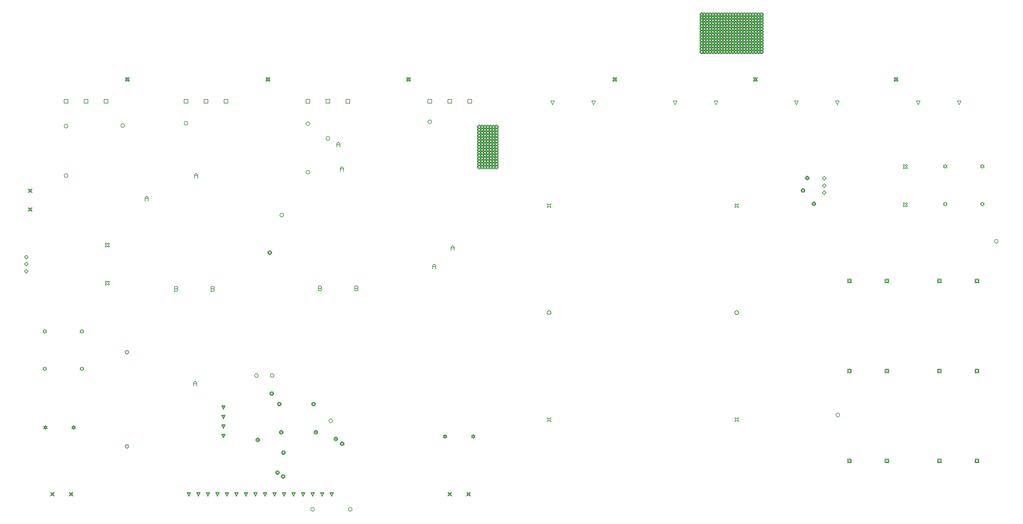
<source format=gbr>
%TF.GenerationSoftware,Altium Limited,Altium Designer,24.3.1 (35)*%
G04 Layer_Color=2752767*
%FSLAX45Y45*%
%MOMM*%
%TF.SameCoordinates,844131A9-2E1B-4A61-BE1F-69DE975881E6*%
%TF.FilePolarity,Positive*%
%TF.FileFunction,Drawing*%
%TF.Part,Single*%
G01*
G75*
%TA.AperFunction,NonConductor*%
%ADD120C,0.12700*%
%ADD121C,0.16933*%
%ADD122C,0.10160*%
D120*
X6668000Y599200D02*
X6617200Y700800D01*
X6718800D01*
X6668000Y599200D01*
Y619520D02*
X6637520Y680480D01*
X6698480D01*
X6668000Y619520D01*
X4890000Y599200D02*
X4839200Y700800D01*
X4940800D01*
X4890000Y599200D01*
Y619520D02*
X4859520Y680480D01*
X4920480D01*
X4890000Y619520D01*
X6922000Y599200D02*
X6871200Y700800D01*
X6972800D01*
X6922000Y599200D01*
Y619520D02*
X6891520Y680480D01*
X6952480D01*
X6922000Y619520D01*
X7176000Y599200D02*
X7125200Y700800D01*
X7226800D01*
X7176000Y599200D01*
Y619520D02*
X7145520Y680480D01*
X7206480D01*
X7176000Y619520D01*
X6414000Y599200D02*
X6363200Y700800D01*
X6464800D01*
X6414000Y599200D01*
Y619520D02*
X6383520Y680480D01*
X6444480D01*
X6414000Y619520D01*
X5144000Y599200D02*
X5093200Y700800D01*
X5194800D01*
X5144000Y599200D01*
Y619520D02*
X5113520Y680480D01*
X5174480D01*
X5144000Y619520D01*
X7684000Y599200D02*
X7633200Y700800D01*
X7734800D01*
X7684000Y599200D01*
Y619520D02*
X7653520Y680480D01*
X7714480D01*
X7684000Y619520D01*
X6160000Y599200D02*
X6109200Y700800D01*
X6210800D01*
X6160000Y599200D01*
Y619520D02*
X6129520Y680480D01*
X6190480D01*
X6160000Y619520D01*
X8446000Y599200D02*
X8395200Y700800D01*
X8496800D01*
X8446000Y599200D01*
Y619520D02*
X8415520Y680480D01*
X8476480D01*
X8446000Y619520D01*
X8192000Y599200D02*
X8141200Y700800D01*
X8242800D01*
X8192000Y599200D01*
Y619520D02*
X8161520Y680480D01*
X8222480D01*
X8192000Y619520D01*
X7938000Y599200D02*
X7887200Y700800D01*
X7988800D01*
X7938000Y599200D01*
Y619520D02*
X7907520Y680480D01*
X7968480D01*
X7938000Y619520D01*
X5398000Y599200D02*
X5347200Y700800D01*
X5448800D01*
X5398000Y599200D01*
Y619520D02*
X5367520Y680480D01*
X5428480D01*
X5398000Y619520D01*
X7430000Y599200D02*
X7379200Y700800D01*
X7480800D01*
X7430000Y599200D01*
Y619520D02*
X7399520Y680480D01*
X7460480D01*
X7430000Y619520D01*
X5906000Y599200D02*
X5855200Y700800D01*
X5956800D01*
X5906000Y599200D01*
Y619520D02*
X5875520Y680480D01*
X5936480D01*
X5906000Y619520D01*
X8700000Y599200D02*
X8649200Y700800D01*
X8750800D01*
X8700000Y599200D01*
Y619520D02*
X8669520Y680480D01*
X8730480D01*
X8700000Y619520D01*
X5652000Y599200D02*
X5601200Y700800D01*
X5702800D01*
X5652000Y599200D01*
Y619520D02*
X5621520Y680480D01*
X5682480D01*
X5652000Y619520D01*
X4508500Y6197559D02*
Y6070600D01*
X4571979D01*
X4593139Y6091760D01*
Y6112920D01*
X4571979Y6134079D01*
X4508500D01*
X4571979D01*
X4593139Y6155239D01*
Y6176399D01*
X4571979Y6197559D01*
X4508500D01*
X5486400D02*
Y6070600D01*
X5549879D01*
X5571039Y6091760D01*
Y6112920D01*
X5549879Y6134079D01*
X5486400D01*
X5549879D01*
X5571039Y6155239D01*
Y6176399D01*
X5549879Y6197559D01*
X5486400D01*
X8343900Y6210259D02*
Y6083300D01*
X8407379D01*
X8428539Y6104460D01*
Y6125620D01*
X8407379Y6146779D01*
X8343900D01*
X8407379D01*
X8428539Y6167939D01*
Y6189099D01*
X8407379Y6210259D01*
X8343900D01*
X9321800D02*
Y6083300D01*
X9385279D01*
X9406439Y6104460D01*
Y6125620D01*
X9385279Y6146779D01*
X9321800D01*
X9385279D01*
X9406439Y6167939D01*
Y6189099D01*
X9385279Y6210259D01*
X9321800D01*
X23460699Y6294400D02*
Y6396000D01*
X23562300D01*
Y6294400D01*
X23460699D01*
X23481020Y6314720D02*
Y6375680D01*
X23541980D01*
Y6314720D01*
X23481020D01*
X22460699Y6294400D02*
Y6396000D01*
X22562300D01*
Y6294400D01*
X22460699D01*
X22481020Y6314720D02*
Y6375680D01*
X22541980D01*
Y6314720D01*
X22481020D01*
X12475000Y2149200D02*
X12500400Y2174600D01*
X12525800D01*
X12500400Y2200000D01*
X12525800Y2225400D01*
X12500400D01*
X12475000Y2250800D01*
X12449600Y2225400D01*
X12424200D01*
X12449600Y2200000D01*
X12424200Y2174600D01*
X12449600D01*
X12475000Y2149200D01*
Y2169520D02*
X12490240Y2184760D01*
X12505480D01*
X12490240Y2200000D01*
X12505480Y2215240D01*
X12490240D01*
X12475000Y2230480D01*
X12459760Y2215240D01*
X12444520D01*
X12459760Y2200000D01*
X12444520Y2184760D01*
X12459760D01*
X12475000Y2169520D01*
X11725000Y2149200D02*
X11750400Y2174600D01*
X11775800D01*
X11750400Y2200000D01*
X11775800Y2225400D01*
X11750400D01*
X11725000Y2250800D01*
X11699600Y2225400D01*
X11674200D01*
X11699600Y2200000D01*
X11674200Y2174600D01*
X11699600D01*
X11725000Y2149200D01*
Y2169520D02*
X11740240Y2184760D01*
X11755480D01*
X11740240Y2200000D01*
X11755480Y2215240D01*
X11740240D01*
X11725000Y2230480D01*
X11709760Y2215240D01*
X11694520D01*
X11709760Y2200000D01*
X11694520Y2184760D01*
X11709760D01*
X11725000Y2169520D01*
X1816800Y2387600D02*
X1842200Y2413000D01*
X1867600D01*
X1842200Y2438400D01*
X1867600Y2463800D01*
X1842200D01*
X1816800Y2489200D01*
X1791400Y2463800D01*
X1766000D01*
X1791400Y2438400D01*
X1766000Y2413000D01*
X1791400D01*
X1816800Y2387600D01*
Y2407920D02*
X1832040Y2423160D01*
X1847280D01*
X1832040Y2438400D01*
X1847280Y2453640D01*
X1832040D01*
X1816800Y2468880D01*
X1801560Y2453640D01*
X1786320D01*
X1801560Y2438400D01*
X1786320Y2423160D01*
X1801560D01*
X1816800Y2407920D01*
X1066800Y2387600D02*
X1092200Y2413000D01*
X1117600D01*
X1092200Y2438400D01*
X1117600Y2463800D01*
X1092200D01*
X1066800Y2489200D01*
X1041400Y2463800D01*
X1016000D01*
X1041400Y2438400D01*
X1016000Y2413000D01*
X1041400D01*
X1066800Y2387600D01*
Y2407920D02*
X1082040Y2423160D01*
X1097280D01*
X1082040Y2438400D01*
X1097280Y2453640D01*
X1082040D01*
X1066800Y2468880D01*
X1051560Y2453640D01*
X1036320D01*
X1051560Y2438400D01*
X1036320Y2423160D01*
X1051560D01*
X1066800Y2407920D01*
X5810700Y2921000D02*
X5759900Y3022600D01*
X5861500D01*
X5810700Y2921000D01*
Y2941320D02*
X5780220Y3002280D01*
X5841180D01*
X5810700Y2941320D01*
Y2667000D02*
X5759900Y2768600D01*
X5861500D01*
X5810700Y2667000D01*
Y2687320D02*
X5780220Y2748280D01*
X5841180D01*
X5810700Y2687320D01*
Y2413000D02*
X5759900Y2514600D01*
X5861500D01*
X5810700Y2413000D01*
Y2433320D02*
X5780220Y2494280D01*
X5841180D01*
X5810700Y2433320D01*
Y2159000D02*
X5759900Y2260600D01*
X5861500D01*
X5810700Y2159000D01*
Y2179320D02*
X5780220Y2240280D01*
X5841180D01*
X5810700Y2179320D01*
X2667000Y7251700D02*
X2692400D01*
X2717800Y7277100D01*
X2743200Y7251700D01*
X2768600D01*
Y7277100D01*
X2743200Y7302500D01*
X2768600Y7327900D01*
Y7353300D01*
X2743200D01*
X2717800Y7327900D01*
X2692400Y7353300D01*
X2667000D01*
Y7327900D01*
X2692400Y7302500D01*
X2667000Y7277100D01*
Y7251700D01*
Y6235700D02*
X2692400D01*
X2717800Y6261100D01*
X2743200Y6235700D01*
X2768600D01*
Y6261100D01*
X2743200Y6286500D01*
X2768600Y6311900D01*
Y6337300D01*
X2743200D01*
X2717800Y6311900D01*
X2692400Y6337300D01*
X2667000D01*
Y6311900D01*
X2692400Y6286500D01*
X2667000Y6261100D01*
Y6235700D01*
X508000Y6985000D02*
X558800Y7035800D01*
X609600Y6985000D01*
X558800Y6934200D01*
X508000Y6985000D01*
Y6794500D02*
X558800Y6845300D01*
X609600Y6794500D01*
X558800Y6743700D01*
X508000Y6794500D01*
Y6604000D02*
X558800Y6654800D01*
X609600Y6604000D01*
X558800Y6553200D01*
X508000Y6604000D01*
X2632600Y11085700D02*
Y11187300D01*
X2734200D01*
Y11085700D01*
X2632600D01*
X5832600D02*
Y11187300D01*
X5934200D01*
Y11085700D01*
X5832600D01*
X604198Y8199201D02*
X629598Y8250001D01*
X604198Y8300801D01*
X654998Y8275401D01*
X705798Y8300801D01*
X680398Y8250001D01*
X705798Y8199201D01*
X654998Y8224601D01*
X604198Y8199201D01*
X624518Y8219521D02*
X639758Y8250001D01*
X624518Y8280481D01*
X654998Y8265241D01*
X685478Y8280481D01*
X670238Y8250001D01*
X685478Y8219521D01*
X654998Y8234761D01*
X624518Y8219521D01*
X604198Y8699200D02*
X629598Y8750000D01*
X604198Y8800800D01*
X654998Y8775400D01*
X705798Y8800800D01*
X680398Y8750000D01*
X705798Y8699200D01*
X654998Y8724600D01*
X604198Y8699200D01*
X624518Y8719520D02*
X639758Y8750000D01*
X624518Y8780480D01*
X654998Y8765240D01*
X685478Y8780480D01*
X670238Y8750000D01*
X685478Y8719520D01*
X654998Y8734760D01*
X624518Y8719520D01*
X21793201Y8699500D02*
X21844000Y8750300D01*
X21894800Y8699500D01*
X21844000Y8648700D01*
X21793201Y8699500D01*
Y8890000D02*
X21844000Y8940800D01*
X21894800Y8890000D01*
X21844000Y8839200D01*
X21793201Y8890000D01*
Y9080500D02*
X21844000Y9131300D01*
X21894800Y9080500D01*
X21844000Y9029700D01*
X21793201Y9080500D01*
X23952200Y8331200D02*
X23977600D01*
X24003000Y8356600D01*
X24028400Y8331200D01*
X24053799D01*
Y8356600D01*
X24028400Y8382000D01*
X24053799Y8407400D01*
Y8432800D01*
X24028400D01*
X24003000Y8407400D01*
X23977600Y8432800D01*
X23952200D01*
Y8407400D01*
X23977600Y8382000D01*
X23952200Y8356600D01*
Y8331200D01*
Y9347200D02*
X23977600D01*
X24003000Y9372600D01*
X24028400Y9347200D01*
X24053799D01*
Y9372600D01*
X24028400Y9398000D01*
X24053799Y9423400D01*
Y9448800D01*
X24028400D01*
X24003000Y9423400D01*
X23977600Y9448800D01*
X23952200D01*
Y9423400D01*
X23977600Y9398000D01*
X23952200Y9372600D01*
Y9347200D01*
X24860699Y1494400D02*
Y1596000D01*
X24962300D01*
Y1494400D01*
X24860699D01*
X24881020Y1514720D02*
Y1575680D01*
X24941980D01*
Y1514720D01*
X24881020D01*
X25860699Y1494400D02*
Y1596000D01*
X25962299D01*
Y1494400D01*
X25860699D01*
X25881021Y1514720D02*
Y1575680D01*
X25941980D01*
Y1514720D01*
X25881021D01*
X22460699Y1494400D02*
Y1596000D01*
X22562300D01*
Y1494400D01*
X22460699D01*
X22481020Y1514720D02*
Y1575680D01*
X22541980D01*
Y1514720D01*
X22481020D01*
X23460699Y1494400D02*
Y1596000D01*
X23562300D01*
Y1494400D01*
X23460699D01*
X23481020Y1514720D02*
Y1575680D01*
X23541980D01*
Y1514720D01*
X23481020D01*
X22460699Y3894400D02*
Y3996000D01*
X22562300D01*
Y3894400D01*
X22460699D01*
X22481020Y3914720D02*
Y3975680D01*
X22541980D01*
Y3914720D01*
X22481020D01*
X23460699Y3894400D02*
Y3996000D01*
X23562300D01*
Y3894400D01*
X23460699D01*
X23481020Y3914720D02*
Y3975680D01*
X23541980D01*
Y3914720D01*
X23481020D01*
X24860699Y6294400D02*
Y6396000D01*
X24962300D01*
Y6294400D01*
X24860699D01*
X24881020Y6314720D02*
Y6375680D01*
X24941980D01*
Y6314720D01*
X24881020D01*
X25860699Y6294400D02*
Y6396000D01*
X25962299D01*
Y6294400D01*
X25860699D01*
X25881021Y6314720D02*
Y6375680D01*
X25941980D01*
Y6314720D01*
X25881021D01*
X24860699Y3894400D02*
Y3996000D01*
X24962300D01*
Y3894400D01*
X24860699D01*
X24881020Y3914720D02*
Y3975680D01*
X24941980D01*
Y3914720D01*
X24881020D01*
X25860699Y3894400D02*
Y3996000D01*
X25962299D01*
Y3894400D01*
X25860699D01*
X25881021Y3914720D02*
Y3975680D01*
X25941980D01*
Y3914720D01*
X25881021D01*
X18956400Y11049200D02*
X18905600Y11150800D01*
X19007201D01*
X18956400Y11049200D01*
X17864200D02*
X17813400Y11150800D01*
X17914999D01*
X17864200Y11049200D01*
X15681400D02*
X15630600Y11150800D01*
X15732201D01*
X15681400Y11049200D01*
X14589200D02*
X14538400Y11150800D01*
X14639999D01*
X14589200Y11049200D01*
X25435800D02*
X25385001Y11150800D01*
X25486600D01*
X25435800Y11049200D01*
X24343600D02*
X24292799Y11150800D01*
X24394400D01*
X24343600Y11049200D01*
X22185800D02*
X22135001Y11150800D01*
X22236600D01*
X22185800Y11049200D01*
X21093600D02*
X21042799Y11150800D01*
X21144400D01*
X21093600Y11049200D01*
X1565800Y11085700D02*
Y11187300D01*
X1667400D01*
Y11085700D01*
X1565800D01*
X2099200D02*
Y11187300D01*
X2200800D01*
Y11085700D01*
X2099200D01*
X25063400Y9349200D02*
X25088800Y9374600D01*
X25114200D01*
X25088800Y9400000D01*
X25114200Y9425400D01*
X25088800D01*
X25063400Y9450800D01*
X25038000Y9425400D01*
X25012601D01*
X25038000Y9400000D01*
X25012601Y9374600D01*
X25038000D01*
X25063400Y9349200D01*
X26054001D02*
X26079401Y9374600D01*
X26104800D01*
X26079401Y9400000D01*
X26104800Y9425400D01*
X26079401D01*
X26054001Y9450800D01*
X26028601Y9425400D01*
X26003201D01*
X26028601Y9400000D01*
X26003201Y9374600D01*
X26028601D01*
X26054001Y9349200D01*
X25063400Y8349200D02*
X25088800Y8374600D01*
X25114200D01*
X25088800Y8400000D01*
X25114200Y8425400D01*
X25088800D01*
X25063400Y8450800D01*
X25038000Y8425400D01*
X25012601D01*
X25038000Y8400000D01*
X25012601Y8374600D01*
X25038000D01*
X25063400Y8349200D01*
X26054001D02*
X26079401Y8374600D01*
X26104800D01*
X26079401Y8400000D01*
X26104800Y8425400D01*
X26079401D01*
X26054001Y8450800D01*
X26028601Y8425400D01*
X26003201D01*
X26028601Y8400000D01*
X26003201Y8374600D01*
X26028601D01*
X26054001Y8349200D01*
X4765800Y11085700D02*
Y11187300D01*
X4867400D01*
Y11085700D01*
X4765800D01*
X5299200D02*
Y11187300D01*
X5400800D01*
Y11085700D01*
X5299200D01*
X8015800D02*
Y11187300D01*
X8117400D01*
Y11085700D01*
X8015800D01*
X8549200D02*
Y11187300D01*
X8650800D01*
Y11085700D01*
X8549200D01*
X9082600D02*
Y11187300D01*
X9184200D01*
Y11085700D01*
X9082600D01*
X11265800D02*
Y11187300D01*
X11367400D01*
Y11085700D01*
X11265800D01*
X11799200D02*
Y11187300D01*
X11900800D01*
Y11085700D01*
X11799200D01*
X12332600D02*
Y11187300D01*
X12434200D01*
Y11085700D01*
X12332600D01*
X16199200Y11669200D02*
X16224600D01*
X16250000Y11694600D01*
X16275400Y11669200D01*
X16300800D01*
Y11694600D01*
X16275400Y11720000D01*
X16300800Y11745400D01*
Y11770800D01*
X16275400D01*
X16250000Y11745400D01*
X16224600Y11770800D01*
X16199200D01*
Y11745400D01*
X16224600Y11720000D01*
X16199200Y11694600D01*
Y11669200D01*
X16219521Y11689520D02*
X16234760D01*
X16250000Y11704760D01*
X16265240Y11689520D01*
X16280479D01*
Y11704760D01*
X16265240Y11720000D01*
X16280479Y11735240D01*
Y11750480D01*
X16265240D01*
X16250000Y11735240D01*
X16234760Y11750480D01*
X16219521D01*
Y11735240D01*
X16234760Y11720000D01*
X16219521Y11704760D01*
Y11689520D01*
X23699200Y11669200D02*
X23724600D01*
X23750000Y11694600D01*
X23775400Y11669200D01*
X23800800D01*
Y11694600D01*
X23775400Y11720000D01*
X23800800Y11745400D01*
Y11770800D01*
X23775400D01*
X23750000Y11745400D01*
X23724600Y11770800D01*
X23699200D01*
Y11745400D01*
X23724600Y11720000D01*
X23699200Y11694600D01*
Y11669200D01*
X23719521Y11689520D02*
X23734760D01*
X23750000Y11704760D01*
X23765240Y11689520D01*
X23780479D01*
Y11704760D01*
X23765240Y11720000D01*
X23780479Y11735240D01*
Y11750480D01*
X23765240D01*
X23750000Y11735240D01*
X23734760Y11750480D01*
X23719521D01*
Y11735240D01*
X23734760Y11720000D01*
X23719521Y11704760D01*
Y11689520D01*
X19949200Y11669200D02*
X19974600D01*
X20000000Y11694600D01*
X20025400Y11669200D01*
X20050800D01*
Y11694600D01*
X20025400Y11720000D01*
X20050800Y11745400D01*
Y11770800D01*
X20025400D01*
X20000000Y11745400D01*
X19974600Y11770800D01*
X19949200D01*
Y11745400D01*
X19974600Y11720000D01*
X19949200Y11694600D01*
Y11669200D01*
X19969521Y11689520D02*
X19984760D01*
X20000000Y11704760D01*
X20015240Y11689520D01*
X20030479D01*
Y11704760D01*
X20015240Y11720000D01*
X20030479Y11735240D01*
Y11750480D01*
X20015240D01*
X20000000Y11735240D01*
X19984760Y11750480D01*
X19969521D01*
Y11735240D01*
X19984760Y11720000D01*
X19969521Y11704760D01*
Y11689520D01*
X3199200Y11669200D02*
X3224600D01*
X3250000Y11694600D01*
X3275400Y11669200D01*
X3300800D01*
Y11694600D01*
X3275400Y11720000D01*
X3300800Y11745400D01*
Y11770800D01*
X3275400D01*
X3250000Y11745400D01*
X3224600Y11770800D01*
X3199200D01*
Y11745400D01*
X3224600Y11720000D01*
X3199200Y11694600D01*
Y11669200D01*
X3219520Y11689520D02*
X3234760D01*
X3250000Y11704760D01*
X3265240Y11689520D01*
X3280480D01*
Y11704760D01*
X3265240Y11720000D01*
X3280480Y11735240D01*
Y11750480D01*
X3265240D01*
X3250000Y11735240D01*
X3234760Y11750480D01*
X3219520D01*
Y11735240D01*
X3234760Y11720000D01*
X3219520Y11704760D01*
Y11689520D01*
X10699200Y11669200D02*
X10724600D01*
X10750000Y11694600D01*
X10775400Y11669200D01*
X10800800D01*
Y11694600D01*
X10775400Y11720000D01*
X10800800Y11745400D01*
Y11770800D01*
X10775400D01*
X10750000Y11745400D01*
X10724600Y11770800D01*
X10699200D01*
Y11745400D01*
X10724600Y11720000D01*
X10699200Y11694600D01*
Y11669200D01*
X10719520Y11689520D02*
X10734760D01*
X10750000Y11704760D01*
X10765240Y11689520D01*
X10780480D01*
Y11704760D01*
X10765240Y11720000D01*
X10780480Y11735240D01*
Y11750480D01*
X10765240D01*
X10750000Y11735240D01*
X10734760Y11750480D01*
X10719520D01*
Y11735240D01*
X10734760Y11720000D01*
X10719520Y11704760D01*
Y11689520D01*
X6949200Y11669200D02*
X6974600D01*
X7000000Y11694600D01*
X7025400Y11669200D01*
X7050800D01*
Y11694600D01*
X7025400Y11720000D01*
X7050800Y11745400D01*
Y11770800D01*
X7025400D01*
X7000000Y11745400D01*
X6974600Y11770800D01*
X6949200D01*
Y11745400D01*
X6974600Y11720000D01*
X6949200Y11694600D01*
Y11669200D01*
X6969520Y11689520D02*
X6984760D01*
X7000000Y11704760D01*
X7015240Y11689520D01*
X7030480D01*
Y11704760D01*
X7015240Y11720000D01*
X7030480Y11735240D01*
Y11750480D01*
X7015240D01*
X7000000Y11735240D01*
X6984760Y11750480D01*
X6969520D01*
Y11735240D01*
X6984760Y11720000D01*
X6969520Y11704760D01*
Y11689520D01*
X2036600Y4949200D02*
X2062000Y4974600D01*
X2087400D01*
X2062000Y5000000D01*
X2087400Y5025400D01*
X2062000D01*
X2036600Y5050800D01*
X2011200Y5025400D01*
X1985800D01*
X2011200Y5000000D01*
X1985800Y4974600D01*
X2011200D01*
X2036600Y4949200D01*
X1046000D02*
X1071400Y4974600D01*
X1096800D01*
X1071400Y5000000D01*
X1096800Y5025400D01*
X1071400D01*
X1046000Y5050800D01*
X1020600Y5025400D01*
X995200D01*
X1020600Y5000000D01*
X995200Y4974600D01*
X1020600D01*
X1046000Y4949200D01*
X2036600Y3949200D02*
X2062000Y3974600D01*
X2087400D01*
X2062000Y4000000D01*
X2087400Y4025400D01*
X2062000D01*
X2036600Y4050800D01*
X2011200Y4025400D01*
X1985800D01*
X2011200Y4000000D01*
X1985800Y3974600D01*
X2011200D01*
X2036600Y3949200D01*
X1046000D02*
X1071400Y3974600D01*
X1096800D01*
X1071400Y4000000D01*
X1096800Y4025400D01*
X1071400D01*
X1046000Y4050800D01*
X1020600Y4025400D01*
X995200D01*
X1020600Y4000000D01*
X995200Y3974600D01*
X1020600D01*
X1046000Y3949200D01*
X14449200Y2599200D02*
X14474600Y2650000D01*
X14449200Y2700800D01*
X14500000Y2675400D01*
X14550800Y2700800D01*
X14525400Y2650000D01*
X14550800Y2599200D01*
X14500000Y2624600D01*
X14449200Y2599200D01*
X19474600Y5474600D02*
Y5449200D01*
X19525400D01*
Y5474600D01*
X19550800D01*
Y5525400D01*
X19525400D01*
Y5550800D01*
X19474600D01*
Y5525400D01*
X19449200D01*
Y5474600D01*
X19474600D01*
X14474600D02*
Y5449200D01*
X14525400D01*
Y5474600D01*
X14550800D01*
Y5525400D01*
X14525400D01*
Y5550800D01*
X14474600D01*
Y5525400D01*
X14449200D01*
Y5474600D01*
X14474600D01*
X14449200Y8299200D02*
X14474600Y8350000D01*
X14449200Y8400800D01*
X14500000Y8375400D01*
X14550800Y8400800D01*
X14525400Y8350000D01*
X14550800Y8299200D01*
X14500000Y8324600D01*
X14449200Y8299200D01*
X19449200D02*
X19474600Y8350000D01*
X19449200Y8400800D01*
X19500000Y8375400D01*
X19550800Y8400800D01*
X19525400Y8350000D01*
X19550800Y8299200D01*
X19500000Y8324600D01*
X19449200Y8299200D01*
Y2599200D02*
X19474600Y2650000D01*
X19449200Y2700800D01*
X19500000Y2675400D01*
X19550800Y2700800D01*
X19525400Y2650000D01*
X19550800Y2599200D01*
X19500000Y2624600D01*
X19449200Y2599200D01*
X11799200Y604198D02*
X11824600Y654998D01*
X11799200Y705798D01*
X11850000Y680398D01*
X11900800Y705798D01*
X11875400Y654998D01*
X11900800Y604198D01*
X11850000Y629598D01*
X11799200Y604198D01*
X11819520Y624518D02*
X11834760Y654998D01*
X11819520Y685478D01*
X11850000Y670238D01*
X11880480Y685478D01*
X11865240Y654998D01*
X11880480Y624518D01*
X11850000Y639758D01*
X11819520Y624518D01*
X12299199Y604198D02*
X12324599Y654998D01*
X12299199Y705798D01*
X12349999Y680398D01*
X12400799Y705798D01*
X12375399Y654998D01*
X12400799Y604198D01*
X12349999Y629598D01*
X12299199Y604198D01*
X12319519Y624518D02*
X12334759Y654998D01*
X12319519Y685478D01*
X12349999Y670238D01*
X12380479Y685478D01*
X12365239Y654998D01*
X12380479Y624518D01*
X12349999Y639758D01*
X12319519Y624518D01*
X1199201Y604198D02*
X1224601Y654998D01*
X1199201Y705798D01*
X1250001Y680398D01*
X1300801Y705798D01*
X1275401Y654998D01*
X1300801Y604198D01*
X1250001Y629598D01*
X1199201Y604198D01*
X1219521Y624518D02*
X1234761Y654998D01*
X1219521Y685478D01*
X1250001Y670238D01*
X1280481Y685478D01*
X1265241Y654998D01*
X1280481Y624518D01*
X1250001Y639758D01*
X1219521Y624518D01*
X1699200Y604198D02*
X1724600Y654998D01*
X1699200Y705798D01*
X1750000Y680398D01*
X1800800Y705798D01*
X1775400Y654998D01*
X1800800Y604198D01*
X1750000Y629598D01*
X1699200Y604198D01*
X1719520Y624518D02*
X1734760Y654998D01*
X1719520Y685478D01*
X1750000Y670238D01*
X1780480Y685478D01*
X1765240Y654998D01*
X1780480Y624518D01*
X1750000Y639758D01*
X1719520Y624518D01*
X8839200Y9918700D02*
Y10003339D01*
X8881520Y10045659D01*
X8923839Y10003339D01*
Y9918700D01*
Y9982179D01*
X8839200D01*
X8928100Y9271000D02*
Y9355639D01*
X8970420Y9397959D01*
X9012739Y9355639D01*
Y9271000D01*
Y9334479D01*
X8928100D01*
X11887200Y7162800D02*
Y7247439D01*
X11929520Y7289759D01*
X11971839Y7247439D01*
Y7162800D01*
Y7226279D01*
X11887200D01*
X11391900Y6667500D02*
Y6752139D01*
X11434220Y6794459D01*
X11476539Y6752139D01*
Y6667500D01*
Y6730979D01*
X11391900D01*
X7230100Y1206500D02*
Y1181100D01*
X7280900D01*
Y1206500D01*
X7306300D01*
Y1257300D01*
X7280900D01*
Y1282700D01*
X7230100D01*
Y1257300D01*
X7204700D01*
Y1206500D01*
X7230100D01*
X7240260Y1216660D02*
Y1201420D01*
X7270740D01*
Y1216660D01*
X7285980D01*
Y1247140D01*
X7270740D01*
Y1262380D01*
X7240260D01*
Y1247140D01*
X7225020D01*
Y1216660D01*
X7240260D01*
X5016500Y3543300D02*
Y3627939D01*
X5058820Y3670259D01*
X5101139Y3627939D01*
Y3543300D01*
Y3606779D01*
X5016500D01*
X7327900Y2286000D02*
Y2260600D01*
X7378700D01*
Y2286000D01*
X7404100D01*
Y2336800D01*
X7378700D01*
Y2362200D01*
X7327900D01*
Y2336800D01*
X7302500D01*
Y2286000D01*
X7327900D01*
X7338060Y2296160D02*
Y2280920D01*
X7368540D01*
Y2296160D01*
X7383780D01*
Y2326640D01*
X7368540D01*
Y2341880D01*
X7338060D01*
Y2326640D01*
X7322820D01*
Y2296160D01*
X7338060D01*
X7073900Y3314700D02*
Y3289300D01*
X7124700D01*
Y3314700D01*
X7150100D01*
Y3365500D01*
X7124700D01*
Y3390900D01*
X7073900D01*
Y3365500D01*
X7048500D01*
Y3314700D01*
X7073900D01*
X7084060Y3324860D02*
Y3309620D01*
X7114540D01*
Y3324860D01*
X7129780D01*
Y3355340D01*
X7114540D01*
Y3370580D01*
X7084060D01*
Y3355340D01*
X7068820D01*
Y3324860D01*
X7084060D01*
X7277100Y3035300D02*
Y3009900D01*
X7327900D01*
Y3035300D01*
X7353300D01*
Y3086100D01*
X7327900D01*
Y3111500D01*
X7277100D01*
Y3086100D01*
X7251700D01*
Y3035300D01*
X7277100D01*
X7287260Y3045460D02*
Y3030220D01*
X7317740D01*
Y3045460D01*
X7332980D01*
Y3075940D01*
X7317740D01*
Y3091180D01*
X7287260D01*
Y3075940D01*
X7272020D01*
Y3045460D01*
X7287260D01*
X8191500Y3035300D02*
Y3009900D01*
X8242300D01*
Y3035300D01*
X8267700D01*
Y3086100D01*
X8242300D01*
Y3111500D01*
X8191500D01*
Y3086100D01*
X8166100D01*
Y3035300D01*
X8191500D01*
X8201660Y3045460D02*
Y3030220D01*
X8232140D01*
Y3045460D01*
X8247380D01*
Y3075940D01*
X8232140D01*
Y3091180D01*
X8201660D01*
Y3075940D01*
X8186420D01*
Y3045460D01*
X8201660D01*
X8255000Y2286000D02*
Y2260600D01*
X8305800D01*
Y2286000D01*
X8331200D01*
Y2336800D01*
X8305800D01*
Y2362200D01*
X8255000D01*
Y2336800D01*
X8229600D01*
Y2286000D01*
X8255000D01*
X8265160Y2296160D02*
Y2280920D01*
X8295640D01*
Y2296160D01*
X8310880D01*
Y2326640D01*
X8295640D01*
Y2341880D01*
X8265160D01*
Y2326640D01*
X8249920D01*
Y2296160D01*
X8265160D01*
X7391400Y1739900D02*
Y1714500D01*
X7442200D01*
Y1739900D01*
X7467600D01*
Y1790700D01*
X7442200D01*
Y1816100D01*
X7391400D01*
Y1790700D01*
X7366000D01*
Y1739900D01*
X7391400D01*
X7401560Y1750060D02*
Y1734820D01*
X7432040D01*
Y1750060D01*
X7447280D01*
Y1780540D01*
X7432040D01*
Y1795780D01*
X7401560D01*
Y1780540D01*
X7386320D01*
Y1750060D01*
X7401560D01*
X6705600Y2082800D02*
Y2057400D01*
X6756400D01*
Y2082800D01*
X6781800D01*
Y2133600D01*
X6756400D01*
Y2159000D01*
X6705600D01*
Y2133600D01*
X6680200D01*
Y2082800D01*
X6705600D01*
X6715760Y2092960D02*
Y2077720D01*
X6746240D01*
Y2092960D01*
X6761480D01*
Y2123440D01*
X6746240D01*
Y2138680D01*
X6715760D01*
Y2123440D01*
X6700520D01*
Y2092960D01*
X6715760D01*
X7378700Y1104900D02*
Y1079500D01*
X7429500D01*
Y1104900D01*
X7454900D01*
Y1155700D01*
X7429500D01*
Y1181100D01*
X7378700D01*
Y1155700D01*
X7353300D01*
Y1104900D01*
X7378700D01*
X7388860Y1115060D02*
Y1099820D01*
X7419340D01*
Y1115060D01*
X7434580D01*
Y1145540D01*
X7419340D01*
Y1160780D01*
X7388860D01*
Y1145540D01*
X7373620D01*
Y1115060D01*
X7388860D01*
X3721100Y8483600D02*
Y8568239D01*
X3763420Y8610559D01*
X3805739Y8568239D01*
Y8483600D01*
Y8547079D01*
X3721100D01*
X5041900Y9093200D02*
Y9177839D01*
X5084220Y9220159D01*
X5126539Y9177839D01*
Y9093200D01*
Y9156679D01*
X5041900D01*
X7023100Y7073900D02*
Y7048500D01*
X7073900D01*
Y7073900D01*
X7099300D01*
Y7124700D01*
X7073900D01*
Y7150100D01*
X7023100D01*
Y7124700D01*
X6997700D01*
Y7073900D01*
X7023100D01*
X7033260Y7084060D02*
Y7068820D01*
X7063740D01*
Y7084060D01*
X7078980D01*
Y7114540D01*
X7063740D01*
Y7129780D01*
X7033260D01*
Y7114540D01*
X7018020D01*
Y7084060D01*
X7033260D01*
X8953500Y1981200D02*
Y1955800D01*
X9004300D01*
Y1981200D01*
X9029700D01*
Y2032000D01*
X9004300D01*
Y2057400D01*
X8953500D01*
Y2032000D01*
X8928100D01*
Y1981200D01*
X8953500D01*
X8963660Y1991360D02*
Y1976120D01*
X8994140D01*
Y1991360D01*
X9009380D01*
Y2021840D01*
X8994140D01*
Y2037080D01*
X8963660D01*
Y2021840D01*
X8948420D01*
Y1991360D01*
X8963660D01*
X8788400Y2108200D02*
Y2082800D01*
X8839200D01*
Y2108200D01*
X8864600D01*
Y2159000D01*
X8839200D01*
Y2184400D01*
X8788400D01*
Y2159000D01*
X8763000D01*
Y2108200D01*
X8788400D01*
X8798560Y2118360D02*
Y2103120D01*
X8829040D01*
Y2118360D01*
X8844280D01*
Y2148840D01*
X8829040D01*
Y2164080D01*
X8798560D01*
Y2148840D01*
X8783320D01*
Y2118360D01*
X8798560D01*
X21539200Y8382000D02*
Y8356600D01*
X21589999D01*
Y8382000D01*
X21615401D01*
Y8432800D01*
X21589999D01*
Y8458200D01*
X21539200D01*
Y8432800D01*
X21513800D01*
Y8382000D01*
X21539200D01*
X21549361Y8392160D02*
Y8376920D01*
X21579840D01*
Y8392160D01*
X21595081D01*
Y8422640D01*
X21579840D01*
Y8437880D01*
X21549361D01*
Y8422640D01*
X21534120D01*
Y8392160D01*
X21549361D01*
X21247099Y8737600D02*
Y8712200D01*
X21297900D01*
Y8737600D01*
X21323300D01*
Y8788400D01*
X21297900D01*
Y8813800D01*
X21247099D01*
Y8788400D01*
X21221700D01*
Y8737600D01*
X21247099D01*
X21257260Y8747760D02*
Y8732520D01*
X21287740D01*
Y8747760D01*
X21302980D01*
Y8778240D01*
X21287740D01*
Y8793480D01*
X21257260D01*
Y8778240D01*
X21242020D01*
Y8747760D01*
X21257260D01*
X21361400Y9067800D02*
Y9042400D01*
X21412199D01*
Y9067800D01*
X21437601D01*
Y9118600D01*
X21412199D01*
Y9144000D01*
X21361400D01*
Y9118600D01*
X21336000D01*
Y9067800D01*
X21361400D01*
X21371561Y9077960D02*
Y9062720D01*
X21402040D01*
Y9077960D01*
X21417281D01*
Y9108440D01*
X21402040D01*
Y9123680D01*
X21371561D01*
Y9108440D01*
X21356320D01*
Y9077960D01*
X21371561D01*
X20066000Y13423900D02*
Y13398500D01*
X20116800D01*
Y13423900D01*
X20142200D01*
Y13474699D01*
X20116800D01*
Y13500101D01*
X20066000D01*
Y13474699D01*
X20040601D01*
Y13423900D01*
X20066000D01*
X20076160Y13434061D02*
Y13418820D01*
X20106641D01*
Y13434061D01*
X20121880D01*
Y13464540D01*
X20106641D01*
Y13479781D01*
X20076160D01*
Y13464540D01*
X20060921D01*
Y13434061D01*
X20076160D01*
X20066000Y13347701D02*
Y13322301D01*
X20116800D01*
Y13347701D01*
X20142200D01*
Y13398500D01*
X20116800D01*
Y13423900D01*
X20066000D01*
Y13398500D01*
X20040601D01*
Y13347701D01*
X20066000D01*
X20076160Y13357860D02*
Y13342619D01*
X20106641D01*
Y13357860D01*
X20121880D01*
Y13388341D01*
X20106641D01*
Y13403580D01*
X20076160D01*
Y13388341D01*
X20060921D01*
Y13357860D01*
X20076160D01*
X20066000Y13271500D02*
Y13246100D01*
X20116800D01*
Y13271500D01*
X20142200D01*
Y13322301D01*
X20116800D01*
Y13347701D01*
X20066000D01*
Y13322301D01*
X20040601D01*
Y13271500D01*
X20066000D01*
X20076160Y13281660D02*
Y13266420D01*
X20106641D01*
Y13281660D01*
X20121880D01*
Y13312140D01*
X20106641D01*
Y13327380D01*
X20076160D01*
Y13312140D01*
X20060921D01*
Y13281660D01*
X20076160D01*
X20066000Y13195300D02*
Y13169901D01*
X20116800D01*
Y13195300D01*
X20142200D01*
Y13246100D01*
X20116800D01*
Y13271500D01*
X20066000D01*
Y13246100D01*
X20040601D01*
Y13195300D01*
X20066000D01*
X20076160Y13205460D02*
Y13190221D01*
X20106641D01*
Y13205460D01*
X20121880D01*
Y13235941D01*
X20106641D01*
Y13251180D01*
X20076160D01*
Y13235941D01*
X20060921D01*
Y13205460D01*
X20076160D01*
X20066000Y13119099D02*
Y13093700D01*
X20116800D01*
Y13119099D01*
X20142200D01*
Y13169901D01*
X20116800D01*
Y13195300D01*
X20066000D01*
Y13169901D01*
X20040601D01*
Y13119099D01*
X20066000D01*
X20076160Y13129260D02*
Y13114020D01*
X20106641D01*
Y13129260D01*
X20121880D01*
Y13159740D01*
X20106641D01*
Y13174980D01*
X20076160D01*
Y13159740D01*
X20060921D01*
Y13129260D01*
X20076160D01*
X20066000Y13042900D02*
Y13017500D01*
X20116800D01*
Y13042900D01*
X20142200D01*
Y13093700D01*
X20116800D01*
Y13119099D01*
X20066000D01*
Y13093700D01*
X20040601D01*
Y13042900D01*
X20066000D01*
X20076160Y13053059D02*
Y13037820D01*
X20106641D01*
Y13053059D01*
X20121880D01*
Y13083540D01*
X20106641D01*
Y13098779D01*
X20076160D01*
Y13083540D01*
X20060921D01*
Y13053059D01*
X20076160D01*
X20066000Y12966701D02*
Y12941299D01*
X20116800D01*
Y12966701D01*
X20142200D01*
Y13017500D01*
X20116800D01*
Y13042900D01*
X20066000D01*
Y13017500D01*
X20040601D01*
Y12966701D01*
X20066000D01*
X20076160Y12976860D02*
Y12961620D01*
X20106641D01*
Y12976860D01*
X20121880D01*
Y13007339D01*
X20106641D01*
Y13022580D01*
X20076160D01*
Y13007339D01*
X20060921D01*
Y12976860D01*
X20076160D01*
X20066000Y12890500D02*
Y12865100D01*
X20116800D01*
Y12890500D01*
X20142200D01*
Y12941299D01*
X20116800D01*
Y12966701D01*
X20066000D01*
Y12941299D01*
X20040601D01*
Y12890500D01*
X20066000D01*
X20076160Y12900661D02*
Y12885420D01*
X20106641D01*
Y12900661D01*
X20121880D01*
Y12931140D01*
X20106641D01*
Y12946381D01*
X20076160D01*
Y12931140D01*
X20060921D01*
Y12900661D01*
X20076160D01*
X20066000Y12814301D02*
Y12788900D01*
X20116800D01*
Y12814301D01*
X20142200D01*
Y12865100D01*
X20116800D01*
Y12890500D01*
X20066000D01*
Y12865100D01*
X20040601D01*
Y12814301D01*
X20066000D01*
X20076160Y12824460D02*
Y12809219D01*
X20106641D01*
Y12824460D01*
X20121880D01*
Y12854939D01*
X20106641D01*
Y12870180D01*
X20076160D01*
Y12854939D01*
X20060921D01*
Y12824460D01*
X20076160D01*
X20066000Y12738100D02*
Y12712700D01*
X20116800D01*
Y12738100D01*
X20142200D01*
Y12788900D01*
X20116800D01*
Y12814301D01*
X20066000D01*
Y12788900D01*
X20040601D01*
Y12738100D01*
X20066000D01*
X20076160Y12748260D02*
Y12733020D01*
X20106641D01*
Y12748260D01*
X20121880D01*
Y12778740D01*
X20106641D01*
Y12793980D01*
X20076160D01*
Y12778740D01*
X20060921D01*
Y12748260D01*
X20076160D01*
X20066000Y12661900D02*
Y12636500D01*
X20116800D01*
Y12661900D01*
X20142200D01*
Y12712700D01*
X20116800D01*
Y12738100D01*
X20066000D01*
Y12712700D01*
X20040601D01*
Y12661900D01*
X20066000D01*
X20076160Y12672060D02*
Y12656820D01*
X20106641D01*
Y12672060D01*
X20121880D01*
Y12702540D01*
X20106641D01*
Y12717780D01*
X20076160D01*
Y12702540D01*
X20060921D01*
Y12672060D01*
X20076160D01*
X20066000Y12585700D02*
Y12560300D01*
X20116800D01*
Y12585700D01*
X20142200D01*
Y12636500D01*
X20116800D01*
Y12661900D01*
X20066000D01*
Y12636500D01*
X20040601D01*
Y12585700D01*
X20066000D01*
X20076160Y12595860D02*
Y12580620D01*
X20106641D01*
Y12595860D01*
X20121880D01*
Y12626340D01*
X20106641D01*
Y12641580D01*
X20076160D01*
Y12626340D01*
X20060921D01*
Y12595860D01*
X20076160D01*
X20066000Y12509500D02*
Y12484100D01*
X20116800D01*
Y12509500D01*
X20142200D01*
Y12560300D01*
X20116800D01*
Y12585700D01*
X20066000D01*
Y12560300D01*
X20040601D01*
Y12509500D01*
X20066000D01*
X20076160Y12519660D02*
Y12504420D01*
X20106641D01*
Y12519660D01*
X20121880D01*
Y12550140D01*
X20106641D01*
Y12565380D01*
X20076160D01*
Y12550140D01*
X20060921D01*
Y12519660D01*
X20076160D01*
X20066000Y12433300D02*
Y12407900D01*
X20116800D01*
Y12433300D01*
X20142200D01*
Y12484100D01*
X20116800D01*
Y12509500D01*
X20066000D01*
Y12484100D01*
X20040601D01*
Y12433300D01*
X20066000D01*
X20076160Y12443460D02*
Y12428220D01*
X20106641D01*
Y12443460D01*
X20121880D01*
Y12473940D01*
X20106641D01*
Y12489180D01*
X20076160D01*
Y12473940D01*
X20060921D01*
Y12443460D01*
X20076160D01*
X19989799Y13423900D02*
Y13398500D01*
X20040601D01*
Y13423900D01*
X20066000D01*
Y13474699D01*
X20040601D01*
Y13500101D01*
X19989799D01*
Y13474699D01*
X19964400D01*
Y13423900D01*
X19989799D01*
X19999960Y13434061D02*
Y13418820D01*
X20030440D01*
Y13434061D01*
X20045680D01*
Y13464540D01*
X20030440D01*
Y13479781D01*
X19999960D01*
Y13464540D01*
X19984720D01*
Y13434061D01*
X19999960D01*
X19989799Y13347701D02*
Y13322301D01*
X20040601D01*
Y13347701D01*
X20066000D01*
Y13398500D01*
X20040601D01*
Y13423900D01*
X19989799D01*
Y13398500D01*
X19964400D01*
Y13347701D01*
X19989799D01*
X19999960Y13357860D02*
Y13342619D01*
X20030440D01*
Y13357860D01*
X20045680D01*
Y13388341D01*
X20030440D01*
Y13403580D01*
X19999960D01*
Y13388341D01*
X19984720D01*
Y13357860D01*
X19999960D01*
X19989799Y13271500D02*
Y13246100D01*
X20040601D01*
Y13271500D01*
X20066000D01*
Y13322301D01*
X20040601D01*
Y13347701D01*
X19989799D01*
Y13322301D01*
X19964400D01*
Y13271500D01*
X19989799D01*
X19999960Y13281660D02*
Y13266420D01*
X20030440D01*
Y13281660D01*
X20045680D01*
Y13312140D01*
X20030440D01*
Y13327380D01*
X19999960D01*
Y13312140D01*
X19984720D01*
Y13281660D01*
X19999960D01*
X19989799Y13195300D02*
Y13169901D01*
X20040601D01*
Y13195300D01*
X20066000D01*
Y13246100D01*
X20040601D01*
Y13271500D01*
X19989799D01*
Y13246100D01*
X19964400D01*
Y13195300D01*
X19989799D01*
X19999960Y13205460D02*
Y13190221D01*
X20030440D01*
Y13205460D01*
X20045680D01*
Y13235941D01*
X20030440D01*
Y13251180D01*
X19999960D01*
Y13235941D01*
X19984720D01*
Y13205460D01*
X19999960D01*
X19989799Y13119099D02*
Y13093700D01*
X20040601D01*
Y13119099D01*
X20066000D01*
Y13169901D01*
X20040601D01*
Y13195300D01*
X19989799D01*
Y13169901D01*
X19964400D01*
Y13119099D01*
X19989799D01*
X19999960Y13129260D02*
Y13114020D01*
X20030440D01*
Y13129260D01*
X20045680D01*
Y13159740D01*
X20030440D01*
Y13174980D01*
X19999960D01*
Y13159740D01*
X19984720D01*
Y13129260D01*
X19999960D01*
X19989799Y13042900D02*
Y13017500D01*
X20040601D01*
Y13042900D01*
X20066000D01*
Y13093700D01*
X20040601D01*
Y13119099D01*
X19989799D01*
Y13093700D01*
X19964400D01*
Y13042900D01*
X19989799D01*
X19999960Y13053059D02*
Y13037820D01*
X20030440D01*
Y13053059D01*
X20045680D01*
Y13083540D01*
X20030440D01*
Y13098779D01*
X19999960D01*
Y13083540D01*
X19984720D01*
Y13053059D01*
X19999960D01*
X19989799Y12966701D02*
Y12941299D01*
X20040601D01*
Y12966701D01*
X20066000D01*
Y13017500D01*
X20040601D01*
Y13042900D01*
X19989799D01*
Y13017500D01*
X19964400D01*
Y12966701D01*
X19989799D01*
X19999960Y12976860D02*
Y12961620D01*
X20030440D01*
Y12976860D01*
X20045680D01*
Y13007339D01*
X20030440D01*
Y13022580D01*
X19999960D01*
Y13007339D01*
X19984720D01*
Y12976860D01*
X19999960D01*
X19989799Y12890500D02*
Y12865100D01*
X20040601D01*
Y12890500D01*
X20066000D01*
Y12941299D01*
X20040601D01*
Y12966701D01*
X19989799D01*
Y12941299D01*
X19964400D01*
Y12890500D01*
X19989799D01*
X19999960Y12900661D02*
Y12885420D01*
X20030440D01*
Y12900661D01*
X20045680D01*
Y12931140D01*
X20030440D01*
Y12946381D01*
X19999960D01*
Y12931140D01*
X19984720D01*
Y12900661D01*
X19999960D01*
X19989799Y12814301D02*
Y12788900D01*
X20040601D01*
Y12814301D01*
X20066000D01*
Y12865100D01*
X20040601D01*
Y12890500D01*
X19989799D01*
Y12865100D01*
X19964400D01*
Y12814301D01*
X19989799D01*
X19999960Y12824460D02*
Y12809219D01*
X20030440D01*
Y12824460D01*
X20045680D01*
Y12854939D01*
X20030440D01*
Y12870180D01*
X19999960D01*
Y12854939D01*
X19984720D01*
Y12824460D01*
X19999960D01*
X19989799Y12738100D02*
Y12712700D01*
X20040601D01*
Y12738100D01*
X20066000D01*
Y12788900D01*
X20040601D01*
Y12814301D01*
X19989799D01*
Y12788900D01*
X19964400D01*
Y12738100D01*
X19989799D01*
X19999960Y12748260D02*
Y12733020D01*
X20030440D01*
Y12748260D01*
X20045680D01*
Y12778740D01*
X20030440D01*
Y12793980D01*
X19999960D01*
Y12778740D01*
X19984720D01*
Y12748260D01*
X19999960D01*
X19989799Y12661900D02*
Y12636500D01*
X20040601D01*
Y12661900D01*
X20066000D01*
Y12712700D01*
X20040601D01*
Y12738100D01*
X19989799D01*
Y12712700D01*
X19964400D01*
Y12661900D01*
X19989799D01*
X19999960Y12672060D02*
Y12656820D01*
X20030440D01*
Y12672060D01*
X20045680D01*
Y12702540D01*
X20030440D01*
Y12717780D01*
X19999960D01*
Y12702540D01*
X19984720D01*
Y12672060D01*
X19999960D01*
X19989799Y12585700D02*
Y12560300D01*
X20040601D01*
Y12585700D01*
X20066000D01*
Y12636500D01*
X20040601D01*
Y12661900D01*
X19989799D01*
Y12636500D01*
X19964400D01*
Y12585700D01*
X19989799D01*
X19999960Y12595860D02*
Y12580620D01*
X20030440D01*
Y12595860D01*
X20045680D01*
Y12626340D01*
X20030440D01*
Y12641580D01*
X19999960D01*
Y12626340D01*
X19984720D01*
Y12595860D01*
X19999960D01*
X19989799Y12509500D02*
Y12484100D01*
X20040601D01*
Y12509500D01*
X20066000D01*
Y12560300D01*
X20040601D01*
Y12585700D01*
X19989799D01*
Y12560300D01*
X19964400D01*
Y12509500D01*
X19989799D01*
X19999960Y12519660D02*
Y12504420D01*
X20030440D01*
Y12519660D01*
X20045680D01*
Y12550140D01*
X20030440D01*
Y12565380D01*
X19999960D01*
Y12550140D01*
X19984720D01*
Y12519660D01*
X19999960D01*
X19989799Y12433300D02*
Y12407900D01*
X20040601D01*
Y12433300D01*
X20066000D01*
Y12484100D01*
X20040601D01*
Y12509500D01*
X19989799D01*
Y12484100D01*
X19964400D01*
Y12433300D01*
X19989799D01*
X19999960Y12443460D02*
Y12428220D01*
X20030440D01*
Y12443460D01*
X20045680D01*
Y12473940D01*
X20030440D01*
Y12489180D01*
X19999960D01*
Y12473940D01*
X19984720D01*
Y12443460D01*
X19999960D01*
X19913600Y13423900D02*
Y13398500D01*
X19964400D01*
Y13423900D01*
X19989799D01*
Y13474699D01*
X19964400D01*
Y13500101D01*
X19913600D01*
Y13474699D01*
X19888200D01*
Y13423900D01*
X19913600D01*
X19923759Y13434061D02*
Y13418820D01*
X19954240D01*
Y13434061D01*
X19969479D01*
Y13464540D01*
X19954240D01*
Y13479781D01*
X19923759D01*
Y13464540D01*
X19908521D01*
Y13434061D01*
X19923759D01*
X19913600Y13347701D02*
Y13322301D01*
X19964400D01*
Y13347701D01*
X19989799D01*
Y13398500D01*
X19964400D01*
Y13423900D01*
X19913600D01*
Y13398500D01*
X19888200D01*
Y13347701D01*
X19913600D01*
X19923759Y13357860D02*
Y13342619D01*
X19954240D01*
Y13357860D01*
X19969479D01*
Y13388341D01*
X19954240D01*
Y13403580D01*
X19923759D01*
Y13388341D01*
X19908521D01*
Y13357860D01*
X19923759D01*
X19913600Y13271500D02*
Y13246100D01*
X19964400D01*
Y13271500D01*
X19989799D01*
Y13322301D01*
X19964400D01*
Y13347701D01*
X19913600D01*
Y13322301D01*
X19888200D01*
Y13271500D01*
X19913600D01*
X19923759Y13281660D02*
Y13266420D01*
X19954240D01*
Y13281660D01*
X19969479D01*
Y13312140D01*
X19954240D01*
Y13327380D01*
X19923759D01*
Y13312140D01*
X19908521D01*
Y13281660D01*
X19923759D01*
X19913600Y13195300D02*
Y13169901D01*
X19964400D01*
Y13195300D01*
X19989799D01*
Y13246100D01*
X19964400D01*
Y13271500D01*
X19913600D01*
Y13246100D01*
X19888200D01*
Y13195300D01*
X19913600D01*
X19923759Y13205460D02*
Y13190221D01*
X19954240D01*
Y13205460D01*
X19969479D01*
Y13235941D01*
X19954240D01*
Y13251180D01*
X19923759D01*
Y13235941D01*
X19908521D01*
Y13205460D01*
X19923759D01*
X19913600Y13119099D02*
Y13093700D01*
X19964400D01*
Y13119099D01*
X19989799D01*
Y13169901D01*
X19964400D01*
Y13195300D01*
X19913600D01*
Y13169901D01*
X19888200D01*
Y13119099D01*
X19913600D01*
X19923759Y13129260D02*
Y13114020D01*
X19954240D01*
Y13129260D01*
X19969479D01*
Y13159740D01*
X19954240D01*
Y13174980D01*
X19923759D01*
Y13159740D01*
X19908521D01*
Y13129260D01*
X19923759D01*
X19913600Y13042900D02*
Y13017500D01*
X19964400D01*
Y13042900D01*
X19989799D01*
Y13093700D01*
X19964400D01*
Y13119099D01*
X19913600D01*
Y13093700D01*
X19888200D01*
Y13042900D01*
X19913600D01*
X19923759Y13053059D02*
Y13037820D01*
X19954240D01*
Y13053059D01*
X19969479D01*
Y13083540D01*
X19954240D01*
Y13098779D01*
X19923759D01*
Y13083540D01*
X19908521D01*
Y13053059D01*
X19923759D01*
X19913600Y12966701D02*
Y12941299D01*
X19964400D01*
Y12966701D01*
X19989799D01*
Y13017500D01*
X19964400D01*
Y13042900D01*
X19913600D01*
Y13017500D01*
X19888200D01*
Y12966701D01*
X19913600D01*
X19923759Y12976860D02*
Y12961620D01*
X19954240D01*
Y12976860D01*
X19969479D01*
Y13007339D01*
X19954240D01*
Y13022580D01*
X19923759D01*
Y13007339D01*
X19908521D01*
Y12976860D01*
X19923759D01*
X19913600Y12890500D02*
Y12865100D01*
X19964400D01*
Y12890500D01*
X19989799D01*
Y12941299D01*
X19964400D01*
Y12966701D01*
X19913600D01*
Y12941299D01*
X19888200D01*
Y12890500D01*
X19913600D01*
X19923759Y12900661D02*
Y12885420D01*
X19954240D01*
Y12900661D01*
X19969479D01*
Y12931140D01*
X19954240D01*
Y12946381D01*
X19923759D01*
Y12931140D01*
X19908521D01*
Y12900661D01*
X19923759D01*
X19913600Y12814301D02*
Y12788900D01*
X19964400D01*
Y12814301D01*
X19989799D01*
Y12865100D01*
X19964400D01*
Y12890500D01*
X19913600D01*
Y12865100D01*
X19888200D01*
Y12814301D01*
X19913600D01*
X19923759Y12824460D02*
Y12809219D01*
X19954240D01*
Y12824460D01*
X19969479D01*
Y12854939D01*
X19954240D01*
Y12870180D01*
X19923759D01*
Y12854939D01*
X19908521D01*
Y12824460D01*
X19923759D01*
X19913600Y12738100D02*
Y12712700D01*
X19964400D01*
Y12738100D01*
X19989799D01*
Y12788900D01*
X19964400D01*
Y12814301D01*
X19913600D01*
Y12788900D01*
X19888200D01*
Y12738100D01*
X19913600D01*
X19923759Y12748260D02*
Y12733020D01*
X19954240D01*
Y12748260D01*
X19969479D01*
Y12778740D01*
X19954240D01*
Y12793980D01*
X19923759D01*
Y12778740D01*
X19908521D01*
Y12748260D01*
X19923759D01*
X19913600Y12661900D02*
Y12636500D01*
X19964400D01*
Y12661900D01*
X19989799D01*
Y12712700D01*
X19964400D01*
Y12738100D01*
X19913600D01*
Y12712700D01*
X19888200D01*
Y12661900D01*
X19913600D01*
X19923759Y12672060D02*
Y12656820D01*
X19954240D01*
Y12672060D01*
X19969479D01*
Y12702540D01*
X19954240D01*
Y12717780D01*
X19923759D01*
Y12702540D01*
X19908521D01*
Y12672060D01*
X19923759D01*
X19913600Y12585700D02*
Y12560300D01*
X19964400D01*
Y12585700D01*
X19989799D01*
Y12636500D01*
X19964400D01*
Y12661900D01*
X19913600D01*
Y12636500D01*
X19888200D01*
Y12585700D01*
X19913600D01*
X19923759Y12595860D02*
Y12580620D01*
X19954240D01*
Y12595860D01*
X19969479D01*
Y12626340D01*
X19954240D01*
Y12641580D01*
X19923759D01*
Y12626340D01*
X19908521D01*
Y12595860D01*
X19923759D01*
X19913600Y12509500D02*
Y12484100D01*
X19964400D01*
Y12509500D01*
X19989799D01*
Y12560300D01*
X19964400D01*
Y12585700D01*
X19913600D01*
Y12560300D01*
X19888200D01*
Y12509500D01*
X19913600D01*
X19923759Y12519660D02*
Y12504420D01*
X19954240D01*
Y12519660D01*
X19969479D01*
Y12550140D01*
X19954240D01*
Y12565380D01*
X19923759D01*
Y12550140D01*
X19908521D01*
Y12519660D01*
X19923759D01*
X19913600Y12433300D02*
Y12407900D01*
X19964400D01*
Y12433300D01*
X19989799D01*
Y12484100D01*
X19964400D01*
Y12509500D01*
X19913600D01*
Y12484100D01*
X19888200D01*
Y12433300D01*
X19913600D01*
X19923759Y12443460D02*
Y12428220D01*
X19954240D01*
Y12443460D01*
X19969479D01*
Y12473940D01*
X19954240D01*
Y12489180D01*
X19923759D01*
Y12473940D01*
X19908521D01*
Y12443460D01*
X19923759D01*
X19837399Y13423900D02*
Y13398500D01*
X19888200D01*
Y13423900D01*
X19913600D01*
Y13474699D01*
X19888200D01*
Y13500101D01*
X19837399D01*
Y13474699D01*
X19812000D01*
Y13423900D01*
X19837399D01*
X19847560Y13434061D02*
Y13418820D01*
X19878040D01*
Y13434061D01*
X19893280D01*
Y13464540D01*
X19878040D01*
Y13479781D01*
X19847560D01*
Y13464540D01*
X19832320D01*
Y13434061D01*
X19847560D01*
X19837399Y13347701D02*
Y13322301D01*
X19888200D01*
Y13347701D01*
X19913600D01*
Y13398500D01*
X19888200D01*
Y13423900D01*
X19837399D01*
Y13398500D01*
X19812000D01*
Y13347701D01*
X19837399D01*
X19847560Y13357860D02*
Y13342619D01*
X19878040D01*
Y13357860D01*
X19893280D01*
Y13388341D01*
X19878040D01*
Y13403580D01*
X19847560D01*
Y13388341D01*
X19832320D01*
Y13357860D01*
X19847560D01*
X19837399Y13271500D02*
Y13246100D01*
X19888200D01*
Y13271500D01*
X19913600D01*
Y13322301D01*
X19888200D01*
Y13347701D01*
X19837399D01*
Y13322301D01*
X19812000D01*
Y13271500D01*
X19837399D01*
X19847560Y13281660D02*
Y13266420D01*
X19878040D01*
Y13281660D01*
X19893280D01*
Y13312140D01*
X19878040D01*
Y13327380D01*
X19847560D01*
Y13312140D01*
X19832320D01*
Y13281660D01*
X19847560D01*
X19837399Y13195300D02*
Y13169901D01*
X19888200D01*
Y13195300D01*
X19913600D01*
Y13246100D01*
X19888200D01*
Y13271500D01*
X19837399D01*
Y13246100D01*
X19812000D01*
Y13195300D01*
X19837399D01*
X19847560Y13205460D02*
Y13190221D01*
X19878040D01*
Y13205460D01*
X19893280D01*
Y13235941D01*
X19878040D01*
Y13251180D01*
X19847560D01*
Y13235941D01*
X19832320D01*
Y13205460D01*
X19847560D01*
X19837399Y13119099D02*
Y13093700D01*
X19888200D01*
Y13119099D01*
X19913600D01*
Y13169901D01*
X19888200D01*
Y13195300D01*
X19837399D01*
Y13169901D01*
X19812000D01*
Y13119099D01*
X19837399D01*
X19847560Y13129260D02*
Y13114020D01*
X19878040D01*
Y13129260D01*
X19893280D01*
Y13159740D01*
X19878040D01*
Y13174980D01*
X19847560D01*
Y13159740D01*
X19832320D01*
Y13129260D01*
X19847560D01*
X19837399Y13042900D02*
Y13017500D01*
X19888200D01*
Y13042900D01*
X19913600D01*
Y13093700D01*
X19888200D01*
Y13119099D01*
X19837399D01*
Y13093700D01*
X19812000D01*
Y13042900D01*
X19837399D01*
X19847560Y13053059D02*
Y13037820D01*
X19878040D01*
Y13053059D01*
X19893280D01*
Y13083540D01*
X19878040D01*
Y13098779D01*
X19847560D01*
Y13083540D01*
X19832320D01*
Y13053059D01*
X19847560D01*
X19837399Y12966701D02*
Y12941299D01*
X19888200D01*
Y12966701D01*
X19913600D01*
Y13017500D01*
X19888200D01*
Y13042900D01*
X19837399D01*
Y13017500D01*
X19812000D01*
Y12966701D01*
X19837399D01*
X19847560Y12976860D02*
Y12961620D01*
X19878040D01*
Y12976860D01*
X19893280D01*
Y13007339D01*
X19878040D01*
Y13022580D01*
X19847560D01*
Y13007339D01*
X19832320D01*
Y12976860D01*
X19847560D01*
X19837399Y12890500D02*
Y12865100D01*
X19888200D01*
Y12890500D01*
X19913600D01*
Y12941299D01*
X19888200D01*
Y12966701D01*
X19837399D01*
Y12941299D01*
X19812000D01*
Y12890500D01*
X19837399D01*
X19847560Y12900661D02*
Y12885420D01*
X19878040D01*
Y12900661D01*
X19893280D01*
Y12931140D01*
X19878040D01*
Y12946381D01*
X19847560D01*
Y12931140D01*
X19832320D01*
Y12900661D01*
X19847560D01*
X19837399Y12814301D02*
Y12788900D01*
X19888200D01*
Y12814301D01*
X19913600D01*
Y12865100D01*
X19888200D01*
Y12890500D01*
X19837399D01*
Y12865100D01*
X19812000D01*
Y12814301D01*
X19837399D01*
X19847560Y12824460D02*
Y12809219D01*
X19878040D01*
Y12824460D01*
X19893280D01*
Y12854939D01*
X19878040D01*
Y12870180D01*
X19847560D01*
Y12854939D01*
X19832320D01*
Y12824460D01*
X19847560D01*
X19837399Y12738100D02*
Y12712700D01*
X19888200D01*
Y12738100D01*
X19913600D01*
Y12788900D01*
X19888200D01*
Y12814301D01*
X19837399D01*
Y12788900D01*
X19812000D01*
Y12738100D01*
X19837399D01*
X19847560Y12748260D02*
Y12733020D01*
X19878040D01*
Y12748260D01*
X19893280D01*
Y12778740D01*
X19878040D01*
Y12793980D01*
X19847560D01*
Y12778740D01*
X19832320D01*
Y12748260D01*
X19847560D01*
X19837399Y12661900D02*
Y12636500D01*
X19888200D01*
Y12661900D01*
X19913600D01*
Y12712700D01*
X19888200D01*
Y12738100D01*
X19837399D01*
Y12712700D01*
X19812000D01*
Y12661900D01*
X19837399D01*
X19847560Y12672060D02*
Y12656820D01*
X19878040D01*
Y12672060D01*
X19893280D01*
Y12702540D01*
X19878040D01*
Y12717780D01*
X19847560D01*
Y12702540D01*
X19832320D01*
Y12672060D01*
X19847560D01*
X19837399Y12585700D02*
Y12560300D01*
X19888200D01*
Y12585700D01*
X19913600D01*
Y12636500D01*
X19888200D01*
Y12661900D01*
X19837399D01*
Y12636500D01*
X19812000D01*
Y12585700D01*
X19837399D01*
X19847560Y12595860D02*
Y12580620D01*
X19878040D01*
Y12595860D01*
X19893280D01*
Y12626340D01*
X19878040D01*
Y12641580D01*
X19847560D01*
Y12626340D01*
X19832320D01*
Y12595860D01*
X19847560D01*
X19837399Y12509500D02*
Y12484100D01*
X19888200D01*
Y12509500D01*
X19913600D01*
Y12560300D01*
X19888200D01*
Y12585700D01*
X19837399D01*
Y12560300D01*
X19812000D01*
Y12509500D01*
X19837399D01*
X19847560Y12519660D02*
Y12504420D01*
X19878040D01*
Y12519660D01*
X19893280D01*
Y12550140D01*
X19878040D01*
Y12565380D01*
X19847560D01*
Y12550140D01*
X19832320D01*
Y12519660D01*
X19847560D01*
X19837399Y12433300D02*
Y12407900D01*
X19888200D01*
Y12433300D01*
X19913600D01*
Y12484100D01*
X19888200D01*
Y12509500D01*
X19837399D01*
Y12484100D01*
X19812000D01*
Y12433300D01*
X19837399D01*
X19847560Y12443460D02*
Y12428220D01*
X19878040D01*
Y12443460D01*
X19893280D01*
Y12473940D01*
X19878040D01*
Y12489180D01*
X19847560D01*
Y12473940D01*
X19832320D01*
Y12443460D01*
X19847560D01*
X19761200Y13423900D02*
Y13398500D01*
X19812000D01*
Y13423900D01*
X19837399D01*
Y13474699D01*
X19812000D01*
Y13500101D01*
X19761200D01*
Y13474699D01*
X19735800D01*
Y13423900D01*
X19761200D01*
X19771359Y13434061D02*
Y13418820D01*
X19801840D01*
Y13434061D01*
X19817081D01*
Y13464540D01*
X19801840D01*
Y13479781D01*
X19771359D01*
Y13464540D01*
X19756120D01*
Y13434061D01*
X19771359D01*
X19761200Y13347701D02*
Y13322301D01*
X19812000D01*
Y13347701D01*
X19837399D01*
Y13398500D01*
X19812000D01*
Y13423900D01*
X19761200D01*
Y13398500D01*
X19735800D01*
Y13347701D01*
X19761200D01*
X19771359Y13357860D02*
Y13342619D01*
X19801840D01*
Y13357860D01*
X19817081D01*
Y13388341D01*
X19801840D01*
Y13403580D01*
X19771359D01*
Y13388341D01*
X19756120D01*
Y13357860D01*
X19771359D01*
X19761200Y13271500D02*
Y13246100D01*
X19812000D01*
Y13271500D01*
X19837399D01*
Y13322301D01*
X19812000D01*
Y13347701D01*
X19761200D01*
Y13322301D01*
X19735800D01*
Y13271500D01*
X19761200D01*
X19771359Y13281660D02*
Y13266420D01*
X19801840D01*
Y13281660D01*
X19817081D01*
Y13312140D01*
X19801840D01*
Y13327380D01*
X19771359D01*
Y13312140D01*
X19756120D01*
Y13281660D01*
X19771359D01*
X19761200Y13195300D02*
Y13169901D01*
X19812000D01*
Y13195300D01*
X19837399D01*
Y13246100D01*
X19812000D01*
Y13271500D01*
X19761200D01*
Y13246100D01*
X19735800D01*
Y13195300D01*
X19761200D01*
X19771359Y13205460D02*
Y13190221D01*
X19801840D01*
Y13205460D01*
X19817081D01*
Y13235941D01*
X19801840D01*
Y13251180D01*
X19771359D01*
Y13235941D01*
X19756120D01*
Y13205460D01*
X19771359D01*
X19761200Y13119099D02*
Y13093700D01*
X19812000D01*
Y13119099D01*
X19837399D01*
Y13169901D01*
X19812000D01*
Y13195300D01*
X19761200D01*
Y13169901D01*
X19735800D01*
Y13119099D01*
X19761200D01*
X19771359Y13129260D02*
Y13114020D01*
X19801840D01*
Y13129260D01*
X19817081D01*
Y13159740D01*
X19801840D01*
Y13174980D01*
X19771359D01*
Y13159740D01*
X19756120D01*
Y13129260D01*
X19771359D01*
X19761200Y13042900D02*
Y13017500D01*
X19812000D01*
Y13042900D01*
X19837399D01*
Y13093700D01*
X19812000D01*
Y13119099D01*
X19761200D01*
Y13093700D01*
X19735800D01*
Y13042900D01*
X19761200D01*
X19771359Y13053059D02*
Y13037820D01*
X19801840D01*
Y13053059D01*
X19817081D01*
Y13083540D01*
X19801840D01*
Y13098779D01*
X19771359D01*
Y13083540D01*
X19756120D01*
Y13053059D01*
X19771359D01*
X19761200Y12966701D02*
Y12941299D01*
X19812000D01*
Y12966701D01*
X19837399D01*
Y13017500D01*
X19812000D01*
Y13042900D01*
X19761200D01*
Y13017500D01*
X19735800D01*
Y12966701D01*
X19761200D01*
X19771359Y12976860D02*
Y12961620D01*
X19801840D01*
Y12976860D01*
X19817081D01*
Y13007339D01*
X19801840D01*
Y13022580D01*
X19771359D01*
Y13007339D01*
X19756120D01*
Y12976860D01*
X19771359D01*
X19761200Y12890500D02*
Y12865100D01*
X19812000D01*
Y12890500D01*
X19837399D01*
Y12941299D01*
X19812000D01*
Y12966701D01*
X19761200D01*
Y12941299D01*
X19735800D01*
Y12890500D01*
X19761200D01*
X19771359Y12900661D02*
Y12885420D01*
X19801840D01*
Y12900661D01*
X19817081D01*
Y12931140D01*
X19801840D01*
Y12946381D01*
X19771359D01*
Y12931140D01*
X19756120D01*
Y12900661D01*
X19771359D01*
X19761200Y12814301D02*
Y12788900D01*
X19812000D01*
Y12814301D01*
X19837399D01*
Y12865100D01*
X19812000D01*
Y12890500D01*
X19761200D01*
Y12865100D01*
X19735800D01*
Y12814301D01*
X19761200D01*
X19771359Y12824460D02*
Y12809219D01*
X19801840D01*
Y12824460D01*
X19817081D01*
Y12854939D01*
X19801840D01*
Y12870180D01*
X19771359D01*
Y12854939D01*
X19756120D01*
Y12824460D01*
X19771359D01*
X19761200Y12738100D02*
Y12712700D01*
X19812000D01*
Y12738100D01*
X19837399D01*
Y12788900D01*
X19812000D01*
Y12814301D01*
X19761200D01*
Y12788900D01*
X19735800D01*
Y12738100D01*
X19761200D01*
X19771359Y12748260D02*
Y12733020D01*
X19801840D01*
Y12748260D01*
X19817081D01*
Y12778740D01*
X19801840D01*
Y12793980D01*
X19771359D01*
Y12778740D01*
X19756120D01*
Y12748260D01*
X19771359D01*
X19761200Y12661900D02*
Y12636500D01*
X19812000D01*
Y12661900D01*
X19837399D01*
Y12712700D01*
X19812000D01*
Y12738100D01*
X19761200D01*
Y12712700D01*
X19735800D01*
Y12661900D01*
X19761200D01*
X19771359Y12672060D02*
Y12656820D01*
X19801840D01*
Y12672060D01*
X19817081D01*
Y12702540D01*
X19801840D01*
Y12717780D01*
X19771359D01*
Y12702540D01*
X19756120D01*
Y12672060D01*
X19771359D01*
X19761200Y12585700D02*
Y12560300D01*
X19812000D01*
Y12585700D01*
X19837399D01*
Y12636500D01*
X19812000D01*
Y12661900D01*
X19761200D01*
Y12636500D01*
X19735800D01*
Y12585700D01*
X19761200D01*
X19771359Y12595860D02*
Y12580620D01*
X19801840D01*
Y12595860D01*
X19817081D01*
Y12626340D01*
X19801840D01*
Y12641580D01*
X19771359D01*
Y12626340D01*
X19756120D01*
Y12595860D01*
X19771359D01*
X19761200Y12509500D02*
Y12484100D01*
X19812000D01*
Y12509500D01*
X19837399D01*
Y12560300D01*
X19812000D01*
Y12585700D01*
X19761200D01*
Y12560300D01*
X19735800D01*
Y12509500D01*
X19761200D01*
X19771359Y12519660D02*
Y12504420D01*
X19801840D01*
Y12519660D01*
X19817081D01*
Y12550140D01*
X19801840D01*
Y12565380D01*
X19771359D01*
Y12550140D01*
X19756120D01*
Y12519660D01*
X19771359D01*
X19761200Y12433300D02*
Y12407900D01*
X19812000D01*
Y12433300D01*
X19837399D01*
Y12484100D01*
X19812000D01*
Y12509500D01*
X19761200D01*
Y12484100D01*
X19735800D01*
Y12433300D01*
X19761200D01*
X19771359Y12443460D02*
Y12428220D01*
X19801840D01*
Y12443460D01*
X19817081D01*
Y12473940D01*
X19801840D01*
Y12489180D01*
X19771359D01*
Y12473940D01*
X19756120D01*
Y12443460D01*
X19771359D01*
X19685001Y13423900D02*
Y13398500D01*
X19735800D01*
Y13423900D01*
X19761200D01*
Y13474699D01*
X19735800D01*
Y13500101D01*
X19685001D01*
Y13474699D01*
X19659599D01*
Y13423900D01*
X19685001D01*
X19695160Y13434061D02*
Y13418820D01*
X19725639D01*
Y13434061D01*
X19740880D01*
Y13464540D01*
X19725639D01*
Y13479781D01*
X19695160D01*
Y13464540D01*
X19679919D01*
Y13434061D01*
X19695160D01*
X19685001Y13347701D02*
Y13322301D01*
X19735800D01*
Y13347701D01*
X19761200D01*
Y13398500D01*
X19735800D01*
Y13423900D01*
X19685001D01*
Y13398500D01*
X19659599D01*
Y13347701D01*
X19685001D01*
X19695160Y13357860D02*
Y13342619D01*
X19725639D01*
Y13357860D01*
X19740880D01*
Y13388341D01*
X19725639D01*
Y13403580D01*
X19695160D01*
Y13388341D01*
X19679919D01*
Y13357860D01*
X19695160D01*
X19685001Y13271500D02*
Y13246100D01*
X19735800D01*
Y13271500D01*
X19761200D01*
Y13322301D01*
X19735800D01*
Y13347701D01*
X19685001D01*
Y13322301D01*
X19659599D01*
Y13271500D01*
X19685001D01*
X19695160Y13281660D02*
Y13266420D01*
X19725639D01*
Y13281660D01*
X19740880D01*
Y13312140D01*
X19725639D01*
Y13327380D01*
X19695160D01*
Y13312140D01*
X19679919D01*
Y13281660D01*
X19695160D01*
X19685001Y13195300D02*
Y13169901D01*
X19735800D01*
Y13195300D01*
X19761200D01*
Y13246100D01*
X19735800D01*
Y13271500D01*
X19685001D01*
Y13246100D01*
X19659599D01*
Y13195300D01*
X19685001D01*
X19695160Y13205460D02*
Y13190221D01*
X19725639D01*
Y13205460D01*
X19740880D01*
Y13235941D01*
X19725639D01*
Y13251180D01*
X19695160D01*
Y13235941D01*
X19679919D01*
Y13205460D01*
X19695160D01*
X19685001Y13119099D02*
Y13093700D01*
X19735800D01*
Y13119099D01*
X19761200D01*
Y13169901D01*
X19735800D01*
Y13195300D01*
X19685001D01*
Y13169901D01*
X19659599D01*
Y13119099D01*
X19685001D01*
X19695160Y13129260D02*
Y13114020D01*
X19725639D01*
Y13129260D01*
X19740880D01*
Y13159740D01*
X19725639D01*
Y13174980D01*
X19695160D01*
Y13159740D01*
X19679919D01*
Y13129260D01*
X19695160D01*
X19685001Y13042900D02*
Y13017500D01*
X19735800D01*
Y13042900D01*
X19761200D01*
Y13093700D01*
X19735800D01*
Y13119099D01*
X19685001D01*
Y13093700D01*
X19659599D01*
Y13042900D01*
X19685001D01*
X19695160Y13053059D02*
Y13037820D01*
X19725639D01*
Y13053059D01*
X19740880D01*
Y13083540D01*
X19725639D01*
Y13098779D01*
X19695160D01*
Y13083540D01*
X19679919D01*
Y13053059D01*
X19695160D01*
X19685001Y12966701D02*
Y12941299D01*
X19735800D01*
Y12966701D01*
X19761200D01*
Y13017500D01*
X19735800D01*
Y13042900D01*
X19685001D01*
Y13017500D01*
X19659599D01*
Y12966701D01*
X19685001D01*
X19695160Y12976860D02*
Y12961620D01*
X19725639D01*
Y12976860D01*
X19740880D01*
Y13007339D01*
X19725639D01*
Y13022580D01*
X19695160D01*
Y13007339D01*
X19679919D01*
Y12976860D01*
X19695160D01*
X19685001Y12890500D02*
Y12865100D01*
X19735800D01*
Y12890500D01*
X19761200D01*
Y12941299D01*
X19735800D01*
Y12966701D01*
X19685001D01*
Y12941299D01*
X19659599D01*
Y12890500D01*
X19685001D01*
X19695160Y12900661D02*
Y12885420D01*
X19725639D01*
Y12900661D01*
X19740880D01*
Y12931140D01*
X19725639D01*
Y12946381D01*
X19695160D01*
Y12931140D01*
X19679919D01*
Y12900661D01*
X19695160D01*
X19685001Y12814301D02*
Y12788900D01*
X19735800D01*
Y12814301D01*
X19761200D01*
Y12865100D01*
X19735800D01*
Y12890500D01*
X19685001D01*
Y12865100D01*
X19659599D01*
Y12814301D01*
X19685001D01*
X19695160Y12824460D02*
Y12809219D01*
X19725639D01*
Y12824460D01*
X19740880D01*
Y12854939D01*
X19725639D01*
Y12870180D01*
X19695160D01*
Y12854939D01*
X19679919D01*
Y12824460D01*
X19695160D01*
X19685001Y12738100D02*
Y12712700D01*
X19735800D01*
Y12738100D01*
X19761200D01*
Y12788900D01*
X19735800D01*
Y12814301D01*
X19685001D01*
Y12788900D01*
X19659599D01*
Y12738100D01*
X19685001D01*
X19695160Y12748260D02*
Y12733020D01*
X19725639D01*
Y12748260D01*
X19740880D01*
Y12778740D01*
X19725639D01*
Y12793980D01*
X19695160D01*
Y12778740D01*
X19679919D01*
Y12748260D01*
X19695160D01*
X19685001Y12661900D02*
Y12636500D01*
X19735800D01*
Y12661900D01*
X19761200D01*
Y12712700D01*
X19735800D01*
Y12738100D01*
X19685001D01*
Y12712700D01*
X19659599D01*
Y12661900D01*
X19685001D01*
X19695160Y12672060D02*
Y12656820D01*
X19725639D01*
Y12672060D01*
X19740880D01*
Y12702540D01*
X19725639D01*
Y12717780D01*
X19695160D01*
Y12702540D01*
X19679919D01*
Y12672060D01*
X19695160D01*
X19685001Y12585700D02*
Y12560300D01*
X19735800D01*
Y12585700D01*
X19761200D01*
Y12636500D01*
X19735800D01*
Y12661900D01*
X19685001D01*
Y12636500D01*
X19659599D01*
Y12585700D01*
X19685001D01*
X19695160Y12595860D02*
Y12580620D01*
X19725639D01*
Y12595860D01*
X19740880D01*
Y12626340D01*
X19725639D01*
Y12641580D01*
X19695160D01*
Y12626340D01*
X19679919D01*
Y12595860D01*
X19695160D01*
X19685001Y12509500D02*
Y12484100D01*
X19735800D01*
Y12509500D01*
X19761200D01*
Y12560300D01*
X19735800D01*
Y12585700D01*
X19685001D01*
Y12560300D01*
X19659599D01*
Y12509500D01*
X19685001D01*
X19695160Y12519660D02*
Y12504420D01*
X19725639D01*
Y12519660D01*
X19740880D01*
Y12550140D01*
X19725639D01*
Y12565380D01*
X19695160D01*
Y12550140D01*
X19679919D01*
Y12519660D01*
X19695160D01*
X19685001Y12433300D02*
Y12407900D01*
X19735800D01*
Y12433300D01*
X19761200D01*
Y12484100D01*
X19735800D01*
Y12509500D01*
X19685001D01*
Y12484100D01*
X19659599D01*
Y12433300D01*
X19685001D01*
X19695160Y12443460D02*
Y12428220D01*
X19725639D01*
Y12443460D01*
X19740880D01*
Y12473940D01*
X19725639D01*
Y12489180D01*
X19695160D01*
Y12473940D01*
X19679919D01*
Y12443460D01*
X19695160D01*
X20142200Y13423900D02*
Y13398500D01*
X20192999D01*
Y13423900D01*
X20218401D01*
Y13474699D01*
X20192999D01*
Y13500101D01*
X20142200D01*
Y13474699D01*
X20116800D01*
Y13423900D01*
X20142200D01*
X20152361Y13434061D02*
Y13418820D01*
X20182840D01*
Y13434061D01*
X20198080D01*
Y13464540D01*
X20182840D01*
Y13479781D01*
X20152361D01*
Y13464540D01*
X20137120D01*
Y13434061D01*
X20152361D01*
X20142200Y13347701D02*
Y13322301D01*
X20192999D01*
Y13347701D01*
X20218401D01*
Y13398500D01*
X20192999D01*
Y13423900D01*
X20142200D01*
Y13398500D01*
X20116800D01*
Y13347701D01*
X20142200D01*
X20152361Y13357860D02*
Y13342619D01*
X20182840D01*
Y13357860D01*
X20198080D01*
Y13388341D01*
X20182840D01*
Y13403580D01*
X20152361D01*
Y13388341D01*
X20137120D01*
Y13357860D01*
X20152361D01*
X20142200Y13271500D02*
Y13246100D01*
X20192999D01*
Y13271500D01*
X20218401D01*
Y13322301D01*
X20192999D01*
Y13347701D01*
X20142200D01*
Y13322301D01*
X20116800D01*
Y13271500D01*
X20142200D01*
X20152361Y13281660D02*
Y13266420D01*
X20182840D01*
Y13281660D01*
X20198080D01*
Y13312140D01*
X20182840D01*
Y13327380D01*
X20152361D01*
Y13312140D01*
X20137120D01*
Y13281660D01*
X20152361D01*
X20142200Y13195300D02*
Y13169901D01*
X20192999D01*
Y13195300D01*
X20218401D01*
Y13246100D01*
X20192999D01*
Y13271500D01*
X20142200D01*
Y13246100D01*
X20116800D01*
Y13195300D01*
X20142200D01*
X20152361Y13205460D02*
Y13190221D01*
X20182840D01*
Y13205460D01*
X20198080D01*
Y13235941D01*
X20182840D01*
Y13251180D01*
X20152361D01*
Y13235941D01*
X20137120D01*
Y13205460D01*
X20152361D01*
X20142200Y13119099D02*
Y13093700D01*
X20192999D01*
Y13119099D01*
X20218401D01*
Y13169901D01*
X20192999D01*
Y13195300D01*
X20142200D01*
Y13169901D01*
X20116800D01*
Y13119099D01*
X20142200D01*
X20152361Y13129260D02*
Y13114020D01*
X20182840D01*
Y13129260D01*
X20198080D01*
Y13159740D01*
X20182840D01*
Y13174980D01*
X20152361D01*
Y13159740D01*
X20137120D01*
Y13129260D01*
X20152361D01*
X20142200Y13042900D02*
Y13017500D01*
X20192999D01*
Y13042900D01*
X20218401D01*
Y13093700D01*
X20192999D01*
Y13119099D01*
X20142200D01*
Y13093700D01*
X20116800D01*
Y13042900D01*
X20142200D01*
X20152361Y13053059D02*
Y13037820D01*
X20182840D01*
Y13053059D01*
X20198080D01*
Y13083540D01*
X20182840D01*
Y13098779D01*
X20152361D01*
Y13083540D01*
X20137120D01*
Y13053059D01*
X20152361D01*
X20142200Y12966701D02*
Y12941299D01*
X20192999D01*
Y12966701D01*
X20218401D01*
Y13017500D01*
X20192999D01*
Y13042900D01*
X20142200D01*
Y13017500D01*
X20116800D01*
Y12966701D01*
X20142200D01*
X20152361Y12976860D02*
Y12961620D01*
X20182840D01*
Y12976860D01*
X20198080D01*
Y13007339D01*
X20182840D01*
Y13022580D01*
X20152361D01*
Y13007339D01*
X20137120D01*
Y12976860D01*
X20152361D01*
X20142200Y12890500D02*
Y12865100D01*
X20192999D01*
Y12890500D01*
X20218401D01*
Y12941299D01*
X20192999D01*
Y12966701D01*
X20142200D01*
Y12941299D01*
X20116800D01*
Y12890500D01*
X20142200D01*
X20152361Y12900661D02*
Y12885420D01*
X20182840D01*
Y12900661D01*
X20198080D01*
Y12931140D01*
X20182840D01*
Y12946381D01*
X20152361D01*
Y12931140D01*
X20137120D01*
Y12900661D01*
X20152361D01*
X20142200Y12814301D02*
Y12788900D01*
X20192999D01*
Y12814301D01*
X20218401D01*
Y12865100D01*
X20192999D01*
Y12890500D01*
X20142200D01*
Y12865100D01*
X20116800D01*
Y12814301D01*
X20142200D01*
X20152361Y12824460D02*
Y12809219D01*
X20182840D01*
Y12824460D01*
X20198080D01*
Y12854939D01*
X20182840D01*
Y12870180D01*
X20152361D01*
Y12854939D01*
X20137120D01*
Y12824460D01*
X20152361D01*
X20142200Y12738100D02*
Y12712700D01*
X20192999D01*
Y12738100D01*
X20218401D01*
Y12788900D01*
X20192999D01*
Y12814301D01*
X20142200D01*
Y12788900D01*
X20116800D01*
Y12738100D01*
X20142200D01*
X20152361Y12748260D02*
Y12733020D01*
X20182840D01*
Y12748260D01*
X20198080D01*
Y12778740D01*
X20182840D01*
Y12793980D01*
X20152361D01*
Y12778740D01*
X20137120D01*
Y12748260D01*
X20152361D01*
X20142200Y12661900D02*
Y12636500D01*
X20192999D01*
Y12661900D01*
X20218401D01*
Y12712700D01*
X20192999D01*
Y12738100D01*
X20142200D01*
Y12712700D01*
X20116800D01*
Y12661900D01*
X20142200D01*
X20152361Y12672060D02*
Y12656820D01*
X20182840D01*
Y12672060D01*
X20198080D01*
Y12702540D01*
X20182840D01*
Y12717780D01*
X20152361D01*
Y12702540D01*
X20137120D01*
Y12672060D01*
X20152361D01*
X20142200Y12585700D02*
Y12560300D01*
X20192999D01*
Y12585700D01*
X20218401D01*
Y12636500D01*
X20192999D01*
Y12661900D01*
X20142200D01*
Y12636500D01*
X20116800D01*
Y12585700D01*
X20142200D01*
X20152361Y12595860D02*
Y12580620D01*
X20182840D01*
Y12595860D01*
X20198080D01*
Y12626340D01*
X20182840D01*
Y12641580D01*
X20152361D01*
Y12626340D01*
X20137120D01*
Y12595860D01*
X20152361D01*
X20142200Y12509500D02*
Y12484100D01*
X20192999D01*
Y12509500D01*
X20218401D01*
Y12560300D01*
X20192999D01*
Y12585700D01*
X20142200D01*
Y12560300D01*
X20116800D01*
Y12509500D01*
X20142200D01*
X20152361Y12519660D02*
Y12504420D01*
X20182840D01*
Y12519660D01*
X20198080D01*
Y12550140D01*
X20182840D01*
Y12565380D01*
X20152361D01*
Y12550140D01*
X20137120D01*
Y12519660D01*
X20152361D01*
X20142200Y12433300D02*
Y12407900D01*
X20192999D01*
Y12433300D01*
X20218401D01*
Y12484100D01*
X20192999D01*
Y12509500D01*
X20142200D01*
Y12484100D01*
X20116800D01*
Y12433300D01*
X20142200D01*
X20152361Y12443460D02*
Y12428220D01*
X20182840D01*
Y12443460D01*
X20198080D01*
Y12473940D01*
X20182840D01*
Y12489180D01*
X20152361D01*
Y12473940D01*
X20137120D01*
Y12443460D01*
X20152361D01*
X19608800Y12509500D02*
Y12484100D01*
X19659599D01*
Y12509500D01*
X19685001D01*
Y12560300D01*
X19659599D01*
Y12585700D01*
X19608800D01*
Y12560300D01*
X19583400D01*
Y12509500D01*
X19608800D01*
X19618961Y12519660D02*
Y12504420D01*
X19649440D01*
Y12519660D01*
X19664680D01*
Y12550140D01*
X19649440D01*
Y12565380D01*
X19618961D01*
Y12550140D01*
X19603720D01*
Y12519660D01*
X19618961D01*
X19532600Y12509500D02*
Y12484100D01*
X19583400D01*
Y12509500D01*
X19608800D01*
Y12560300D01*
X19583400D01*
Y12585700D01*
X19532600D01*
Y12560300D01*
X19507201D01*
Y12509500D01*
X19532600D01*
X19542760Y12519660D02*
Y12504420D01*
X19573241D01*
Y12519660D01*
X19588480D01*
Y12550140D01*
X19573241D01*
Y12565380D01*
X19542760D01*
Y12550140D01*
X19527521D01*
Y12519660D01*
X19542760D01*
X19456400Y12509500D02*
Y12484100D01*
X19507201D01*
Y12509500D01*
X19532600D01*
Y12560300D01*
X19507201D01*
Y12585700D01*
X19456400D01*
Y12560300D01*
X19431000D01*
Y12509500D01*
X19456400D01*
X19466560Y12519660D02*
Y12504420D01*
X19497040D01*
Y12519660D01*
X19512280D01*
Y12550140D01*
X19497040D01*
Y12565380D01*
X19466560D01*
Y12550140D01*
X19451320D01*
Y12519660D01*
X19466560D01*
X19380200Y12509500D02*
Y12484100D01*
X19431000D01*
Y12509500D01*
X19456400D01*
Y12560300D01*
X19431000D01*
Y12585700D01*
X19380200D01*
Y12560300D01*
X19354800D01*
Y12509500D01*
X19380200D01*
X19390359Y12519660D02*
Y12504420D01*
X19420840D01*
Y12519660D01*
X19436079D01*
Y12550140D01*
X19420840D01*
Y12565380D01*
X19390359D01*
Y12550140D01*
X19375121D01*
Y12519660D01*
X19390359D01*
X19303999Y12509500D02*
Y12484100D01*
X19354800D01*
Y12509500D01*
X19380200D01*
Y12560300D01*
X19354800D01*
Y12585700D01*
X19303999D01*
Y12560300D01*
X19278600D01*
Y12509500D01*
X19303999D01*
X19314160Y12519660D02*
Y12504420D01*
X19344640D01*
Y12519660D01*
X19359880D01*
Y12550140D01*
X19344640D01*
Y12565380D01*
X19314160D01*
Y12550140D01*
X19298920D01*
Y12519660D01*
X19314160D01*
X19227800Y12509500D02*
Y12484100D01*
X19278600D01*
Y12509500D01*
X19303999D01*
Y12560300D01*
X19278600D01*
Y12585700D01*
X19227800D01*
Y12560300D01*
X19202400D01*
Y12509500D01*
X19227800D01*
X19237959Y12519660D02*
Y12504420D01*
X19268440D01*
Y12519660D01*
X19283681D01*
Y12550140D01*
X19268440D01*
Y12565380D01*
X19237959D01*
Y12550140D01*
X19222720D01*
Y12519660D01*
X19237959D01*
X19151601Y12509500D02*
Y12484100D01*
X19202400D01*
Y12509500D01*
X19227800D01*
Y12560300D01*
X19202400D01*
Y12585700D01*
X19151601D01*
Y12560300D01*
X19126199D01*
Y12509500D01*
X19151601D01*
X19161760Y12519660D02*
Y12504420D01*
X19192239D01*
Y12519660D01*
X19207480D01*
Y12550140D01*
X19192239D01*
Y12565380D01*
X19161760D01*
Y12550140D01*
X19146519D01*
Y12519660D01*
X19161760D01*
X19075400Y12509500D02*
Y12484100D01*
X19126199D01*
Y12509500D01*
X19151601D01*
Y12560300D01*
X19126199D01*
Y12585700D01*
X19075400D01*
Y12560300D01*
X19050000D01*
Y12509500D01*
X19075400D01*
X19085561Y12519660D02*
Y12504420D01*
X19116040D01*
Y12519660D01*
X19131281D01*
Y12550140D01*
X19116040D01*
Y12565380D01*
X19085561D01*
Y12550140D01*
X19070320D01*
Y12519660D01*
X19085561D01*
X18999200Y12509500D02*
Y12484100D01*
X19050000D01*
Y12509500D01*
X19075400D01*
Y12560300D01*
X19050000D01*
Y12585700D01*
X18999200D01*
Y12560300D01*
X18973801D01*
Y12509500D01*
X18999200D01*
X19009360Y12519660D02*
Y12504420D01*
X19039841D01*
Y12519660D01*
X19055080D01*
Y12550140D01*
X19039841D01*
Y12565380D01*
X19009360D01*
Y12550140D01*
X18994119D01*
Y12519660D01*
X19009360D01*
X18923000Y12509500D02*
Y12484100D01*
X18973801D01*
Y12509500D01*
X18999200D01*
Y12560300D01*
X18973801D01*
Y12585700D01*
X18923000D01*
Y12560300D01*
X18897600D01*
Y12509500D01*
X18923000D01*
X18933160Y12519660D02*
Y12504420D01*
X18963640D01*
Y12519660D01*
X18978880D01*
Y12550140D01*
X18963640D01*
Y12565380D01*
X18933160D01*
Y12550140D01*
X18917920D01*
Y12519660D01*
X18933160D01*
X18846800Y12509500D02*
Y12484100D01*
X18897600D01*
Y12509500D01*
X18923000D01*
Y12560300D01*
X18897600D01*
Y12585700D01*
X18846800D01*
Y12560300D01*
X18821400D01*
Y12509500D01*
X18846800D01*
X18856960Y12519660D02*
Y12504420D01*
X18887440D01*
Y12519660D01*
X18902679D01*
Y12550140D01*
X18887440D01*
Y12565380D01*
X18856960D01*
Y12550140D01*
X18841721D01*
Y12519660D01*
X18856960D01*
X18770599Y12509500D02*
Y12484100D01*
X18821400D01*
Y12509500D01*
X18846800D01*
Y12560300D01*
X18821400D01*
Y12585700D01*
X18770599D01*
Y12560300D01*
X18745200D01*
Y12509500D01*
X18770599D01*
X18780760Y12519660D02*
Y12504420D01*
X18811240D01*
Y12519660D01*
X18826480D01*
Y12550140D01*
X18811240D01*
Y12565380D01*
X18780760D01*
Y12550140D01*
X18765520D01*
Y12519660D01*
X18780760D01*
X18694400Y12509500D02*
Y12484100D01*
X18745200D01*
Y12509500D01*
X18770599D01*
Y12560300D01*
X18745200D01*
Y12585700D01*
X18694400D01*
Y12560300D01*
X18669000D01*
Y12509500D01*
X18694400D01*
X18704559Y12519660D02*
Y12504420D01*
X18735040D01*
Y12519660D01*
X18750281D01*
Y12550140D01*
X18735040D01*
Y12565380D01*
X18704559D01*
Y12550140D01*
X18689320D01*
Y12519660D01*
X18704559D01*
X18618201Y12509500D02*
Y12484100D01*
X18669000D01*
Y12509500D01*
X18694400D01*
Y12560300D01*
X18669000D01*
Y12585700D01*
X18618201D01*
Y12560300D01*
X18592799D01*
Y12509500D01*
X18618201D01*
X18628360Y12519660D02*
Y12504420D01*
X18658839D01*
Y12519660D01*
X18674080D01*
Y12550140D01*
X18658839D01*
Y12565380D01*
X18628360D01*
Y12550140D01*
X18613120D01*
Y12519660D01*
X18628360D01*
X19608800Y12585700D02*
Y12560300D01*
X19659599D01*
Y12585700D01*
X19685001D01*
Y12636500D01*
X19659599D01*
Y12661900D01*
X19608800D01*
Y12636500D01*
X19583400D01*
Y12585700D01*
X19608800D01*
X19618961Y12595860D02*
Y12580620D01*
X19649440D01*
Y12595860D01*
X19664680D01*
Y12626340D01*
X19649440D01*
Y12641580D01*
X19618961D01*
Y12626340D01*
X19603720D01*
Y12595860D01*
X19618961D01*
X19532600Y12585700D02*
Y12560300D01*
X19583400D01*
Y12585700D01*
X19608800D01*
Y12636500D01*
X19583400D01*
Y12661900D01*
X19532600D01*
Y12636500D01*
X19507201D01*
Y12585700D01*
X19532600D01*
X19542760Y12595860D02*
Y12580620D01*
X19573241D01*
Y12595860D01*
X19588480D01*
Y12626340D01*
X19573241D01*
Y12641580D01*
X19542760D01*
Y12626340D01*
X19527521D01*
Y12595860D01*
X19542760D01*
X19456400Y12585700D02*
Y12560300D01*
X19507201D01*
Y12585700D01*
X19532600D01*
Y12636500D01*
X19507201D01*
Y12661900D01*
X19456400D01*
Y12636500D01*
X19431000D01*
Y12585700D01*
X19456400D01*
X19466560Y12595860D02*
Y12580620D01*
X19497040D01*
Y12595860D01*
X19512280D01*
Y12626340D01*
X19497040D01*
Y12641580D01*
X19466560D01*
Y12626340D01*
X19451320D01*
Y12595860D01*
X19466560D01*
X19380200Y12585700D02*
Y12560300D01*
X19431000D01*
Y12585700D01*
X19456400D01*
Y12636500D01*
X19431000D01*
Y12661900D01*
X19380200D01*
Y12636500D01*
X19354800D01*
Y12585700D01*
X19380200D01*
X19390359Y12595860D02*
Y12580620D01*
X19420840D01*
Y12595860D01*
X19436079D01*
Y12626340D01*
X19420840D01*
Y12641580D01*
X19390359D01*
Y12626340D01*
X19375121D01*
Y12595860D01*
X19390359D01*
X19303999Y12585700D02*
Y12560300D01*
X19354800D01*
Y12585700D01*
X19380200D01*
Y12636500D01*
X19354800D01*
Y12661900D01*
X19303999D01*
Y12636500D01*
X19278600D01*
Y12585700D01*
X19303999D01*
X19314160Y12595860D02*
Y12580620D01*
X19344640D01*
Y12595860D01*
X19359880D01*
Y12626340D01*
X19344640D01*
Y12641580D01*
X19314160D01*
Y12626340D01*
X19298920D01*
Y12595860D01*
X19314160D01*
X19227800Y12585700D02*
Y12560300D01*
X19278600D01*
Y12585700D01*
X19303999D01*
Y12636500D01*
X19278600D01*
Y12661900D01*
X19227800D01*
Y12636500D01*
X19202400D01*
Y12585700D01*
X19227800D01*
X19237959Y12595860D02*
Y12580620D01*
X19268440D01*
Y12595860D01*
X19283681D01*
Y12626340D01*
X19268440D01*
Y12641580D01*
X19237959D01*
Y12626340D01*
X19222720D01*
Y12595860D01*
X19237959D01*
X19151601Y12585700D02*
Y12560300D01*
X19202400D01*
Y12585700D01*
X19227800D01*
Y12636500D01*
X19202400D01*
Y12661900D01*
X19151601D01*
Y12636500D01*
X19126199D01*
Y12585700D01*
X19151601D01*
X19161760Y12595860D02*
Y12580620D01*
X19192239D01*
Y12595860D01*
X19207480D01*
Y12626340D01*
X19192239D01*
Y12641580D01*
X19161760D01*
Y12626340D01*
X19146519D01*
Y12595860D01*
X19161760D01*
X19075400Y12585700D02*
Y12560300D01*
X19126199D01*
Y12585700D01*
X19151601D01*
Y12636500D01*
X19126199D01*
Y12661900D01*
X19075400D01*
Y12636500D01*
X19050000D01*
Y12585700D01*
X19075400D01*
X19085561Y12595860D02*
Y12580620D01*
X19116040D01*
Y12595860D01*
X19131281D01*
Y12626340D01*
X19116040D01*
Y12641580D01*
X19085561D01*
Y12626340D01*
X19070320D01*
Y12595860D01*
X19085561D01*
X18999200Y12585700D02*
Y12560300D01*
X19050000D01*
Y12585700D01*
X19075400D01*
Y12636500D01*
X19050000D01*
Y12661900D01*
X18999200D01*
Y12636500D01*
X18973801D01*
Y12585700D01*
X18999200D01*
X19009360Y12595860D02*
Y12580620D01*
X19039841D01*
Y12595860D01*
X19055080D01*
Y12626340D01*
X19039841D01*
Y12641580D01*
X19009360D01*
Y12626340D01*
X18994119D01*
Y12595860D01*
X19009360D01*
X18923000Y12585700D02*
Y12560300D01*
X18973801D01*
Y12585700D01*
X18999200D01*
Y12636500D01*
X18973801D01*
Y12661900D01*
X18923000D01*
Y12636500D01*
X18897600D01*
Y12585700D01*
X18923000D01*
X18933160Y12595860D02*
Y12580620D01*
X18963640D01*
Y12595860D01*
X18978880D01*
Y12626340D01*
X18963640D01*
Y12641580D01*
X18933160D01*
Y12626340D01*
X18917920D01*
Y12595860D01*
X18933160D01*
X18846800Y12585700D02*
Y12560300D01*
X18897600D01*
Y12585700D01*
X18923000D01*
Y12636500D01*
X18897600D01*
Y12661900D01*
X18846800D01*
Y12636500D01*
X18821400D01*
Y12585700D01*
X18846800D01*
X18856960Y12595860D02*
Y12580620D01*
X18887440D01*
Y12595860D01*
X18902679D01*
Y12626340D01*
X18887440D01*
Y12641580D01*
X18856960D01*
Y12626340D01*
X18841721D01*
Y12595860D01*
X18856960D01*
X18770599Y12585700D02*
Y12560300D01*
X18821400D01*
Y12585700D01*
X18846800D01*
Y12636500D01*
X18821400D01*
Y12661900D01*
X18770599D01*
Y12636500D01*
X18745200D01*
Y12585700D01*
X18770599D01*
X18780760Y12595860D02*
Y12580620D01*
X18811240D01*
Y12595860D01*
X18826480D01*
Y12626340D01*
X18811240D01*
Y12641580D01*
X18780760D01*
Y12626340D01*
X18765520D01*
Y12595860D01*
X18780760D01*
X18694400Y12585700D02*
Y12560300D01*
X18745200D01*
Y12585700D01*
X18770599D01*
Y12636500D01*
X18745200D01*
Y12661900D01*
X18694400D01*
Y12636500D01*
X18669000D01*
Y12585700D01*
X18694400D01*
X18704559Y12595860D02*
Y12580620D01*
X18735040D01*
Y12595860D01*
X18750281D01*
Y12626340D01*
X18735040D01*
Y12641580D01*
X18704559D01*
Y12626340D01*
X18689320D01*
Y12595860D01*
X18704559D01*
X18618201Y12585700D02*
Y12560300D01*
X18669000D01*
Y12585700D01*
X18694400D01*
Y12636500D01*
X18669000D01*
Y12661900D01*
X18618201D01*
Y12636500D01*
X18592799D01*
Y12585700D01*
X18618201D01*
X18628360Y12595860D02*
Y12580620D01*
X18658839D01*
Y12595860D01*
X18674080D01*
Y12626340D01*
X18658839D01*
Y12641580D01*
X18628360D01*
Y12626340D01*
X18613120D01*
Y12595860D01*
X18628360D01*
X19608800Y12661900D02*
Y12636500D01*
X19659599D01*
Y12661900D01*
X19685001D01*
Y12712700D01*
X19659599D01*
Y12738100D01*
X19608800D01*
Y12712700D01*
X19583400D01*
Y12661900D01*
X19608800D01*
X19618961Y12672060D02*
Y12656820D01*
X19649440D01*
Y12672060D01*
X19664680D01*
Y12702540D01*
X19649440D01*
Y12717780D01*
X19618961D01*
Y12702540D01*
X19603720D01*
Y12672060D01*
X19618961D01*
X19532600Y12661900D02*
Y12636500D01*
X19583400D01*
Y12661900D01*
X19608800D01*
Y12712700D01*
X19583400D01*
Y12738100D01*
X19532600D01*
Y12712700D01*
X19507201D01*
Y12661900D01*
X19532600D01*
X19542760Y12672060D02*
Y12656820D01*
X19573241D01*
Y12672060D01*
X19588480D01*
Y12702540D01*
X19573241D01*
Y12717780D01*
X19542760D01*
Y12702540D01*
X19527521D01*
Y12672060D01*
X19542760D01*
X19456400Y12661900D02*
Y12636500D01*
X19507201D01*
Y12661900D01*
X19532600D01*
Y12712700D01*
X19507201D01*
Y12738100D01*
X19456400D01*
Y12712700D01*
X19431000D01*
Y12661900D01*
X19456400D01*
X19466560Y12672060D02*
Y12656820D01*
X19497040D01*
Y12672060D01*
X19512280D01*
Y12702540D01*
X19497040D01*
Y12717780D01*
X19466560D01*
Y12702540D01*
X19451320D01*
Y12672060D01*
X19466560D01*
X19380200Y12661900D02*
Y12636500D01*
X19431000D01*
Y12661900D01*
X19456400D01*
Y12712700D01*
X19431000D01*
Y12738100D01*
X19380200D01*
Y12712700D01*
X19354800D01*
Y12661900D01*
X19380200D01*
X19390359Y12672060D02*
Y12656820D01*
X19420840D01*
Y12672060D01*
X19436079D01*
Y12702540D01*
X19420840D01*
Y12717780D01*
X19390359D01*
Y12702540D01*
X19375121D01*
Y12672060D01*
X19390359D01*
X19303999Y12661900D02*
Y12636500D01*
X19354800D01*
Y12661900D01*
X19380200D01*
Y12712700D01*
X19354800D01*
Y12738100D01*
X19303999D01*
Y12712700D01*
X19278600D01*
Y12661900D01*
X19303999D01*
X19314160Y12672060D02*
Y12656820D01*
X19344640D01*
Y12672060D01*
X19359880D01*
Y12702540D01*
X19344640D01*
Y12717780D01*
X19314160D01*
Y12702540D01*
X19298920D01*
Y12672060D01*
X19314160D01*
X19227800Y12661900D02*
Y12636500D01*
X19278600D01*
Y12661900D01*
X19303999D01*
Y12712700D01*
X19278600D01*
Y12738100D01*
X19227800D01*
Y12712700D01*
X19202400D01*
Y12661900D01*
X19227800D01*
X19237959Y12672060D02*
Y12656820D01*
X19268440D01*
Y12672060D01*
X19283681D01*
Y12702540D01*
X19268440D01*
Y12717780D01*
X19237959D01*
Y12702540D01*
X19222720D01*
Y12672060D01*
X19237959D01*
X19151601Y12661900D02*
Y12636500D01*
X19202400D01*
Y12661900D01*
X19227800D01*
Y12712700D01*
X19202400D01*
Y12738100D01*
X19151601D01*
Y12712700D01*
X19126199D01*
Y12661900D01*
X19151601D01*
X19161760Y12672060D02*
Y12656820D01*
X19192239D01*
Y12672060D01*
X19207480D01*
Y12702540D01*
X19192239D01*
Y12717780D01*
X19161760D01*
Y12702540D01*
X19146519D01*
Y12672060D01*
X19161760D01*
X19075400Y12661900D02*
Y12636500D01*
X19126199D01*
Y12661900D01*
X19151601D01*
Y12712700D01*
X19126199D01*
Y12738100D01*
X19075400D01*
Y12712700D01*
X19050000D01*
Y12661900D01*
X19075400D01*
X19085561Y12672060D02*
Y12656820D01*
X19116040D01*
Y12672060D01*
X19131281D01*
Y12702540D01*
X19116040D01*
Y12717780D01*
X19085561D01*
Y12702540D01*
X19070320D01*
Y12672060D01*
X19085561D01*
X18999200Y12661900D02*
Y12636500D01*
X19050000D01*
Y12661900D01*
X19075400D01*
Y12712700D01*
X19050000D01*
Y12738100D01*
X18999200D01*
Y12712700D01*
X18973801D01*
Y12661900D01*
X18999200D01*
X19009360Y12672060D02*
Y12656820D01*
X19039841D01*
Y12672060D01*
X19055080D01*
Y12702540D01*
X19039841D01*
Y12717780D01*
X19009360D01*
Y12702540D01*
X18994119D01*
Y12672060D01*
X19009360D01*
X18923000Y12661900D02*
Y12636500D01*
X18973801D01*
Y12661900D01*
X18999200D01*
Y12712700D01*
X18973801D01*
Y12738100D01*
X18923000D01*
Y12712700D01*
X18897600D01*
Y12661900D01*
X18923000D01*
X18933160Y12672060D02*
Y12656820D01*
X18963640D01*
Y12672060D01*
X18978880D01*
Y12702540D01*
X18963640D01*
Y12717780D01*
X18933160D01*
Y12702540D01*
X18917920D01*
Y12672060D01*
X18933160D01*
X18846800Y12661900D02*
Y12636500D01*
X18897600D01*
Y12661900D01*
X18923000D01*
Y12712700D01*
X18897600D01*
Y12738100D01*
X18846800D01*
Y12712700D01*
X18821400D01*
Y12661900D01*
X18846800D01*
X18856960Y12672060D02*
Y12656820D01*
X18887440D01*
Y12672060D01*
X18902679D01*
Y12702540D01*
X18887440D01*
Y12717780D01*
X18856960D01*
Y12702540D01*
X18841721D01*
Y12672060D01*
X18856960D01*
X18770599Y12661900D02*
Y12636500D01*
X18821400D01*
Y12661900D01*
X18846800D01*
Y12712700D01*
X18821400D01*
Y12738100D01*
X18770599D01*
Y12712700D01*
X18745200D01*
Y12661900D01*
X18770599D01*
X18780760Y12672060D02*
Y12656820D01*
X18811240D01*
Y12672060D01*
X18826480D01*
Y12702540D01*
X18811240D01*
Y12717780D01*
X18780760D01*
Y12702540D01*
X18765520D01*
Y12672060D01*
X18780760D01*
X18694400Y12661900D02*
Y12636500D01*
X18745200D01*
Y12661900D01*
X18770599D01*
Y12712700D01*
X18745200D01*
Y12738100D01*
X18694400D01*
Y12712700D01*
X18669000D01*
Y12661900D01*
X18694400D01*
X18704559Y12672060D02*
Y12656820D01*
X18735040D01*
Y12672060D01*
X18750281D01*
Y12702540D01*
X18735040D01*
Y12717780D01*
X18704559D01*
Y12702540D01*
X18689320D01*
Y12672060D01*
X18704559D01*
X18618201Y12661900D02*
Y12636500D01*
X18669000D01*
Y12661900D01*
X18694400D01*
Y12712700D01*
X18669000D01*
Y12738100D01*
X18618201D01*
Y12712700D01*
X18592799D01*
Y12661900D01*
X18618201D01*
X18628360Y12672060D02*
Y12656820D01*
X18658839D01*
Y12672060D01*
X18674080D01*
Y12702540D01*
X18658839D01*
Y12717780D01*
X18628360D01*
Y12702540D01*
X18613120D01*
Y12672060D01*
X18628360D01*
X19608800Y12738100D02*
Y12712700D01*
X19659599D01*
Y12738100D01*
X19685001D01*
Y12788900D01*
X19659599D01*
Y12814301D01*
X19608800D01*
Y12788900D01*
X19583400D01*
Y12738100D01*
X19608800D01*
X19618961Y12748260D02*
Y12733020D01*
X19649440D01*
Y12748260D01*
X19664680D01*
Y12778740D01*
X19649440D01*
Y12793980D01*
X19618961D01*
Y12778740D01*
X19603720D01*
Y12748260D01*
X19618961D01*
X19532600Y12738100D02*
Y12712700D01*
X19583400D01*
Y12738100D01*
X19608800D01*
Y12788900D01*
X19583400D01*
Y12814301D01*
X19532600D01*
Y12788900D01*
X19507201D01*
Y12738100D01*
X19532600D01*
X19542760Y12748260D02*
Y12733020D01*
X19573241D01*
Y12748260D01*
X19588480D01*
Y12778740D01*
X19573241D01*
Y12793980D01*
X19542760D01*
Y12778740D01*
X19527521D01*
Y12748260D01*
X19542760D01*
X19456400Y12738100D02*
Y12712700D01*
X19507201D01*
Y12738100D01*
X19532600D01*
Y12788900D01*
X19507201D01*
Y12814301D01*
X19456400D01*
Y12788900D01*
X19431000D01*
Y12738100D01*
X19456400D01*
X19466560Y12748260D02*
Y12733020D01*
X19497040D01*
Y12748260D01*
X19512280D01*
Y12778740D01*
X19497040D01*
Y12793980D01*
X19466560D01*
Y12778740D01*
X19451320D01*
Y12748260D01*
X19466560D01*
X19380200Y12738100D02*
Y12712700D01*
X19431000D01*
Y12738100D01*
X19456400D01*
Y12788900D01*
X19431000D01*
Y12814301D01*
X19380200D01*
Y12788900D01*
X19354800D01*
Y12738100D01*
X19380200D01*
X19390359Y12748260D02*
Y12733020D01*
X19420840D01*
Y12748260D01*
X19436079D01*
Y12778740D01*
X19420840D01*
Y12793980D01*
X19390359D01*
Y12778740D01*
X19375121D01*
Y12748260D01*
X19390359D01*
X19303999Y12738100D02*
Y12712700D01*
X19354800D01*
Y12738100D01*
X19380200D01*
Y12788900D01*
X19354800D01*
Y12814301D01*
X19303999D01*
Y12788900D01*
X19278600D01*
Y12738100D01*
X19303999D01*
X19314160Y12748260D02*
Y12733020D01*
X19344640D01*
Y12748260D01*
X19359880D01*
Y12778740D01*
X19344640D01*
Y12793980D01*
X19314160D01*
Y12778740D01*
X19298920D01*
Y12748260D01*
X19314160D01*
X19227800Y12738100D02*
Y12712700D01*
X19278600D01*
Y12738100D01*
X19303999D01*
Y12788900D01*
X19278600D01*
Y12814301D01*
X19227800D01*
Y12788900D01*
X19202400D01*
Y12738100D01*
X19227800D01*
X19237959Y12748260D02*
Y12733020D01*
X19268440D01*
Y12748260D01*
X19283681D01*
Y12778740D01*
X19268440D01*
Y12793980D01*
X19237959D01*
Y12778740D01*
X19222720D01*
Y12748260D01*
X19237959D01*
X19151601Y12738100D02*
Y12712700D01*
X19202400D01*
Y12738100D01*
X19227800D01*
Y12788900D01*
X19202400D01*
Y12814301D01*
X19151601D01*
Y12788900D01*
X19126199D01*
Y12738100D01*
X19151601D01*
X19161760Y12748260D02*
Y12733020D01*
X19192239D01*
Y12748260D01*
X19207480D01*
Y12778740D01*
X19192239D01*
Y12793980D01*
X19161760D01*
Y12778740D01*
X19146519D01*
Y12748260D01*
X19161760D01*
X19075400Y12738100D02*
Y12712700D01*
X19126199D01*
Y12738100D01*
X19151601D01*
Y12788900D01*
X19126199D01*
Y12814301D01*
X19075400D01*
Y12788900D01*
X19050000D01*
Y12738100D01*
X19075400D01*
X19085561Y12748260D02*
Y12733020D01*
X19116040D01*
Y12748260D01*
X19131281D01*
Y12778740D01*
X19116040D01*
Y12793980D01*
X19085561D01*
Y12778740D01*
X19070320D01*
Y12748260D01*
X19085561D01*
X18999200Y12738100D02*
Y12712700D01*
X19050000D01*
Y12738100D01*
X19075400D01*
Y12788900D01*
X19050000D01*
Y12814301D01*
X18999200D01*
Y12788900D01*
X18973801D01*
Y12738100D01*
X18999200D01*
X19009360Y12748260D02*
Y12733020D01*
X19039841D01*
Y12748260D01*
X19055080D01*
Y12778740D01*
X19039841D01*
Y12793980D01*
X19009360D01*
Y12778740D01*
X18994119D01*
Y12748260D01*
X19009360D01*
X18923000Y12738100D02*
Y12712700D01*
X18973801D01*
Y12738100D01*
X18999200D01*
Y12788900D01*
X18973801D01*
Y12814301D01*
X18923000D01*
Y12788900D01*
X18897600D01*
Y12738100D01*
X18923000D01*
X18933160Y12748260D02*
Y12733020D01*
X18963640D01*
Y12748260D01*
X18978880D01*
Y12778740D01*
X18963640D01*
Y12793980D01*
X18933160D01*
Y12778740D01*
X18917920D01*
Y12748260D01*
X18933160D01*
X18846800Y12738100D02*
Y12712700D01*
X18897600D01*
Y12738100D01*
X18923000D01*
Y12788900D01*
X18897600D01*
Y12814301D01*
X18846800D01*
Y12788900D01*
X18821400D01*
Y12738100D01*
X18846800D01*
X18856960Y12748260D02*
Y12733020D01*
X18887440D01*
Y12748260D01*
X18902679D01*
Y12778740D01*
X18887440D01*
Y12793980D01*
X18856960D01*
Y12778740D01*
X18841721D01*
Y12748260D01*
X18856960D01*
X18770599Y12738100D02*
Y12712700D01*
X18821400D01*
Y12738100D01*
X18846800D01*
Y12788900D01*
X18821400D01*
Y12814301D01*
X18770599D01*
Y12788900D01*
X18745200D01*
Y12738100D01*
X18770599D01*
X18780760Y12748260D02*
Y12733020D01*
X18811240D01*
Y12748260D01*
X18826480D01*
Y12778740D01*
X18811240D01*
Y12793980D01*
X18780760D01*
Y12778740D01*
X18765520D01*
Y12748260D01*
X18780760D01*
X18694400Y12738100D02*
Y12712700D01*
X18745200D01*
Y12738100D01*
X18770599D01*
Y12788900D01*
X18745200D01*
Y12814301D01*
X18694400D01*
Y12788900D01*
X18669000D01*
Y12738100D01*
X18694400D01*
X18704559Y12748260D02*
Y12733020D01*
X18735040D01*
Y12748260D01*
X18750281D01*
Y12778740D01*
X18735040D01*
Y12793980D01*
X18704559D01*
Y12778740D01*
X18689320D01*
Y12748260D01*
X18704559D01*
X18618201Y12738100D02*
Y12712700D01*
X18669000D01*
Y12738100D01*
X18694400D01*
Y12788900D01*
X18669000D01*
Y12814301D01*
X18618201D01*
Y12788900D01*
X18592799D01*
Y12738100D01*
X18618201D01*
X18628360Y12748260D02*
Y12733020D01*
X18658839D01*
Y12748260D01*
X18674080D01*
Y12778740D01*
X18658839D01*
Y12793980D01*
X18628360D01*
Y12778740D01*
X18613120D01*
Y12748260D01*
X18628360D01*
X19608800Y12814301D02*
Y12788900D01*
X19659599D01*
Y12814301D01*
X19685001D01*
Y12865100D01*
X19659599D01*
Y12890500D01*
X19608800D01*
Y12865100D01*
X19583400D01*
Y12814301D01*
X19608800D01*
X19618961Y12824460D02*
Y12809219D01*
X19649440D01*
Y12824460D01*
X19664680D01*
Y12854939D01*
X19649440D01*
Y12870180D01*
X19618961D01*
Y12854939D01*
X19603720D01*
Y12824460D01*
X19618961D01*
X19532600Y12814301D02*
Y12788900D01*
X19583400D01*
Y12814301D01*
X19608800D01*
Y12865100D01*
X19583400D01*
Y12890500D01*
X19532600D01*
Y12865100D01*
X19507201D01*
Y12814301D01*
X19532600D01*
X19542760Y12824460D02*
Y12809219D01*
X19573241D01*
Y12824460D01*
X19588480D01*
Y12854939D01*
X19573241D01*
Y12870180D01*
X19542760D01*
Y12854939D01*
X19527521D01*
Y12824460D01*
X19542760D01*
X19456400Y12814301D02*
Y12788900D01*
X19507201D01*
Y12814301D01*
X19532600D01*
Y12865100D01*
X19507201D01*
Y12890500D01*
X19456400D01*
Y12865100D01*
X19431000D01*
Y12814301D01*
X19456400D01*
X19466560Y12824460D02*
Y12809219D01*
X19497040D01*
Y12824460D01*
X19512280D01*
Y12854939D01*
X19497040D01*
Y12870180D01*
X19466560D01*
Y12854939D01*
X19451320D01*
Y12824460D01*
X19466560D01*
X19380200Y12814301D02*
Y12788900D01*
X19431000D01*
Y12814301D01*
X19456400D01*
Y12865100D01*
X19431000D01*
Y12890500D01*
X19380200D01*
Y12865100D01*
X19354800D01*
Y12814301D01*
X19380200D01*
X19390359Y12824460D02*
Y12809219D01*
X19420840D01*
Y12824460D01*
X19436079D01*
Y12854939D01*
X19420840D01*
Y12870180D01*
X19390359D01*
Y12854939D01*
X19375121D01*
Y12824460D01*
X19390359D01*
X19303999Y12814301D02*
Y12788900D01*
X19354800D01*
Y12814301D01*
X19380200D01*
Y12865100D01*
X19354800D01*
Y12890500D01*
X19303999D01*
Y12865100D01*
X19278600D01*
Y12814301D01*
X19303999D01*
X19314160Y12824460D02*
Y12809219D01*
X19344640D01*
Y12824460D01*
X19359880D01*
Y12854939D01*
X19344640D01*
Y12870180D01*
X19314160D01*
Y12854939D01*
X19298920D01*
Y12824460D01*
X19314160D01*
X19227800Y12814301D02*
Y12788900D01*
X19278600D01*
Y12814301D01*
X19303999D01*
Y12865100D01*
X19278600D01*
Y12890500D01*
X19227800D01*
Y12865100D01*
X19202400D01*
Y12814301D01*
X19227800D01*
X19237959Y12824460D02*
Y12809219D01*
X19268440D01*
Y12824460D01*
X19283681D01*
Y12854939D01*
X19268440D01*
Y12870180D01*
X19237959D01*
Y12854939D01*
X19222720D01*
Y12824460D01*
X19237959D01*
X19151601Y12814301D02*
Y12788900D01*
X19202400D01*
Y12814301D01*
X19227800D01*
Y12865100D01*
X19202400D01*
Y12890500D01*
X19151601D01*
Y12865100D01*
X19126199D01*
Y12814301D01*
X19151601D01*
X19161760Y12824460D02*
Y12809219D01*
X19192239D01*
Y12824460D01*
X19207480D01*
Y12854939D01*
X19192239D01*
Y12870180D01*
X19161760D01*
Y12854939D01*
X19146519D01*
Y12824460D01*
X19161760D01*
X19075400Y12814301D02*
Y12788900D01*
X19126199D01*
Y12814301D01*
X19151601D01*
Y12865100D01*
X19126199D01*
Y12890500D01*
X19075400D01*
Y12865100D01*
X19050000D01*
Y12814301D01*
X19075400D01*
X19085561Y12824460D02*
Y12809219D01*
X19116040D01*
Y12824460D01*
X19131281D01*
Y12854939D01*
X19116040D01*
Y12870180D01*
X19085561D01*
Y12854939D01*
X19070320D01*
Y12824460D01*
X19085561D01*
X18999200Y12814301D02*
Y12788900D01*
X19050000D01*
Y12814301D01*
X19075400D01*
Y12865100D01*
X19050000D01*
Y12890500D01*
X18999200D01*
Y12865100D01*
X18973801D01*
Y12814301D01*
X18999200D01*
X19009360Y12824460D02*
Y12809219D01*
X19039841D01*
Y12824460D01*
X19055080D01*
Y12854939D01*
X19039841D01*
Y12870180D01*
X19009360D01*
Y12854939D01*
X18994119D01*
Y12824460D01*
X19009360D01*
X18923000Y12814301D02*
Y12788900D01*
X18973801D01*
Y12814301D01*
X18999200D01*
Y12865100D01*
X18973801D01*
Y12890500D01*
X18923000D01*
Y12865100D01*
X18897600D01*
Y12814301D01*
X18923000D01*
X18933160Y12824460D02*
Y12809219D01*
X18963640D01*
Y12824460D01*
X18978880D01*
Y12854939D01*
X18963640D01*
Y12870180D01*
X18933160D01*
Y12854939D01*
X18917920D01*
Y12824460D01*
X18933160D01*
X18846800Y12814301D02*
Y12788900D01*
X18897600D01*
Y12814301D01*
X18923000D01*
Y12865100D01*
X18897600D01*
Y12890500D01*
X18846800D01*
Y12865100D01*
X18821400D01*
Y12814301D01*
X18846800D01*
X18856960Y12824460D02*
Y12809219D01*
X18887440D01*
Y12824460D01*
X18902679D01*
Y12854939D01*
X18887440D01*
Y12870180D01*
X18856960D01*
Y12854939D01*
X18841721D01*
Y12824460D01*
X18856960D01*
X18770599Y12814301D02*
Y12788900D01*
X18821400D01*
Y12814301D01*
X18846800D01*
Y12865100D01*
X18821400D01*
Y12890500D01*
X18770599D01*
Y12865100D01*
X18745200D01*
Y12814301D01*
X18770599D01*
X18780760Y12824460D02*
Y12809219D01*
X18811240D01*
Y12824460D01*
X18826480D01*
Y12854939D01*
X18811240D01*
Y12870180D01*
X18780760D01*
Y12854939D01*
X18765520D01*
Y12824460D01*
X18780760D01*
X18694400Y12814301D02*
Y12788900D01*
X18745200D01*
Y12814301D01*
X18770599D01*
Y12865100D01*
X18745200D01*
Y12890500D01*
X18694400D01*
Y12865100D01*
X18669000D01*
Y12814301D01*
X18694400D01*
X18704559Y12824460D02*
Y12809219D01*
X18735040D01*
Y12824460D01*
X18750281D01*
Y12854939D01*
X18735040D01*
Y12870180D01*
X18704559D01*
Y12854939D01*
X18689320D01*
Y12824460D01*
X18704559D01*
X18618201Y12814301D02*
Y12788900D01*
X18669000D01*
Y12814301D01*
X18694400D01*
Y12865100D01*
X18669000D01*
Y12890500D01*
X18618201D01*
Y12865100D01*
X18592799D01*
Y12814301D01*
X18618201D01*
X18628360Y12824460D02*
Y12809219D01*
X18658839D01*
Y12824460D01*
X18674080D01*
Y12854939D01*
X18658839D01*
Y12870180D01*
X18628360D01*
Y12854939D01*
X18613120D01*
Y12824460D01*
X18628360D01*
X19608800Y12890500D02*
Y12865100D01*
X19659599D01*
Y12890500D01*
X19685001D01*
Y12941299D01*
X19659599D01*
Y12966701D01*
X19608800D01*
Y12941299D01*
X19583400D01*
Y12890500D01*
X19608800D01*
X19618961Y12900661D02*
Y12885420D01*
X19649440D01*
Y12900661D01*
X19664680D01*
Y12931140D01*
X19649440D01*
Y12946381D01*
X19618961D01*
Y12931140D01*
X19603720D01*
Y12900661D01*
X19618961D01*
X19532600Y12890500D02*
Y12865100D01*
X19583400D01*
Y12890500D01*
X19608800D01*
Y12941299D01*
X19583400D01*
Y12966701D01*
X19532600D01*
Y12941299D01*
X19507201D01*
Y12890500D01*
X19532600D01*
X19542760Y12900661D02*
Y12885420D01*
X19573241D01*
Y12900661D01*
X19588480D01*
Y12931140D01*
X19573241D01*
Y12946381D01*
X19542760D01*
Y12931140D01*
X19527521D01*
Y12900661D01*
X19542760D01*
X19456400Y12890500D02*
Y12865100D01*
X19507201D01*
Y12890500D01*
X19532600D01*
Y12941299D01*
X19507201D01*
Y12966701D01*
X19456400D01*
Y12941299D01*
X19431000D01*
Y12890500D01*
X19456400D01*
X19466560Y12900661D02*
Y12885420D01*
X19497040D01*
Y12900661D01*
X19512280D01*
Y12931140D01*
X19497040D01*
Y12946381D01*
X19466560D01*
Y12931140D01*
X19451320D01*
Y12900661D01*
X19466560D01*
X19380200Y12890500D02*
Y12865100D01*
X19431000D01*
Y12890500D01*
X19456400D01*
Y12941299D01*
X19431000D01*
Y12966701D01*
X19380200D01*
Y12941299D01*
X19354800D01*
Y12890500D01*
X19380200D01*
X19390359Y12900661D02*
Y12885420D01*
X19420840D01*
Y12900661D01*
X19436079D01*
Y12931140D01*
X19420840D01*
Y12946381D01*
X19390359D01*
Y12931140D01*
X19375121D01*
Y12900661D01*
X19390359D01*
X19303999Y12890500D02*
Y12865100D01*
X19354800D01*
Y12890500D01*
X19380200D01*
Y12941299D01*
X19354800D01*
Y12966701D01*
X19303999D01*
Y12941299D01*
X19278600D01*
Y12890500D01*
X19303999D01*
X19314160Y12900661D02*
Y12885420D01*
X19344640D01*
Y12900661D01*
X19359880D01*
Y12931140D01*
X19344640D01*
Y12946381D01*
X19314160D01*
Y12931140D01*
X19298920D01*
Y12900661D01*
X19314160D01*
X19227800Y12890500D02*
Y12865100D01*
X19278600D01*
Y12890500D01*
X19303999D01*
Y12941299D01*
X19278600D01*
Y12966701D01*
X19227800D01*
Y12941299D01*
X19202400D01*
Y12890500D01*
X19227800D01*
X19237959Y12900661D02*
Y12885420D01*
X19268440D01*
Y12900661D01*
X19283681D01*
Y12931140D01*
X19268440D01*
Y12946381D01*
X19237959D01*
Y12931140D01*
X19222720D01*
Y12900661D01*
X19237959D01*
X19151601Y12890500D02*
Y12865100D01*
X19202400D01*
Y12890500D01*
X19227800D01*
Y12941299D01*
X19202400D01*
Y12966701D01*
X19151601D01*
Y12941299D01*
X19126199D01*
Y12890500D01*
X19151601D01*
X19161760Y12900661D02*
Y12885420D01*
X19192239D01*
Y12900661D01*
X19207480D01*
Y12931140D01*
X19192239D01*
Y12946381D01*
X19161760D01*
Y12931140D01*
X19146519D01*
Y12900661D01*
X19161760D01*
X19075400Y12890500D02*
Y12865100D01*
X19126199D01*
Y12890500D01*
X19151601D01*
Y12941299D01*
X19126199D01*
Y12966701D01*
X19075400D01*
Y12941299D01*
X19050000D01*
Y12890500D01*
X19075400D01*
X19085561Y12900661D02*
Y12885420D01*
X19116040D01*
Y12900661D01*
X19131281D01*
Y12931140D01*
X19116040D01*
Y12946381D01*
X19085561D01*
Y12931140D01*
X19070320D01*
Y12900661D01*
X19085561D01*
X18999200Y12890500D02*
Y12865100D01*
X19050000D01*
Y12890500D01*
X19075400D01*
Y12941299D01*
X19050000D01*
Y12966701D01*
X18999200D01*
Y12941299D01*
X18973801D01*
Y12890500D01*
X18999200D01*
X19009360Y12900661D02*
Y12885420D01*
X19039841D01*
Y12900661D01*
X19055080D01*
Y12931140D01*
X19039841D01*
Y12946381D01*
X19009360D01*
Y12931140D01*
X18994119D01*
Y12900661D01*
X19009360D01*
X18923000Y12890500D02*
Y12865100D01*
X18973801D01*
Y12890500D01*
X18999200D01*
Y12941299D01*
X18973801D01*
Y12966701D01*
X18923000D01*
Y12941299D01*
X18897600D01*
Y12890500D01*
X18923000D01*
X18933160Y12900661D02*
Y12885420D01*
X18963640D01*
Y12900661D01*
X18978880D01*
Y12931140D01*
X18963640D01*
Y12946381D01*
X18933160D01*
Y12931140D01*
X18917920D01*
Y12900661D01*
X18933160D01*
X18846800Y12890500D02*
Y12865100D01*
X18897600D01*
Y12890500D01*
X18923000D01*
Y12941299D01*
X18897600D01*
Y12966701D01*
X18846800D01*
Y12941299D01*
X18821400D01*
Y12890500D01*
X18846800D01*
X18856960Y12900661D02*
Y12885420D01*
X18887440D01*
Y12900661D01*
X18902679D01*
Y12931140D01*
X18887440D01*
Y12946381D01*
X18856960D01*
Y12931140D01*
X18841721D01*
Y12900661D01*
X18856960D01*
X18770599Y12890500D02*
Y12865100D01*
X18821400D01*
Y12890500D01*
X18846800D01*
Y12941299D01*
X18821400D01*
Y12966701D01*
X18770599D01*
Y12941299D01*
X18745200D01*
Y12890500D01*
X18770599D01*
X18780760Y12900661D02*
Y12885420D01*
X18811240D01*
Y12900661D01*
X18826480D01*
Y12931140D01*
X18811240D01*
Y12946381D01*
X18780760D01*
Y12931140D01*
X18765520D01*
Y12900661D01*
X18780760D01*
X18694400Y12890500D02*
Y12865100D01*
X18745200D01*
Y12890500D01*
X18770599D01*
Y12941299D01*
X18745200D01*
Y12966701D01*
X18694400D01*
Y12941299D01*
X18669000D01*
Y12890500D01*
X18694400D01*
X18704559Y12900661D02*
Y12885420D01*
X18735040D01*
Y12900661D01*
X18750281D01*
Y12931140D01*
X18735040D01*
Y12946381D01*
X18704559D01*
Y12931140D01*
X18689320D01*
Y12900661D01*
X18704559D01*
X18618201Y12890500D02*
Y12865100D01*
X18669000D01*
Y12890500D01*
X18694400D01*
Y12941299D01*
X18669000D01*
Y12966701D01*
X18618201D01*
Y12941299D01*
X18592799D01*
Y12890500D01*
X18618201D01*
X18628360Y12900661D02*
Y12885420D01*
X18658839D01*
Y12900661D01*
X18674080D01*
Y12931140D01*
X18658839D01*
Y12946381D01*
X18628360D01*
Y12931140D01*
X18613120D01*
Y12900661D01*
X18628360D01*
X19608800Y12433300D02*
Y12407900D01*
X19659599D01*
Y12433300D01*
X19685001D01*
Y12484100D01*
X19659599D01*
Y12509500D01*
X19608800D01*
Y12484100D01*
X19583400D01*
Y12433300D01*
X19608800D01*
X19618961Y12443460D02*
Y12428220D01*
X19649440D01*
Y12443460D01*
X19664680D01*
Y12473940D01*
X19649440D01*
Y12489180D01*
X19618961D01*
Y12473940D01*
X19603720D01*
Y12443460D01*
X19618961D01*
X19532600Y12433300D02*
Y12407900D01*
X19583400D01*
Y12433300D01*
X19608800D01*
Y12484100D01*
X19583400D01*
Y12509500D01*
X19532600D01*
Y12484100D01*
X19507201D01*
Y12433300D01*
X19532600D01*
X19542760Y12443460D02*
Y12428220D01*
X19573241D01*
Y12443460D01*
X19588480D01*
Y12473940D01*
X19573241D01*
Y12489180D01*
X19542760D01*
Y12473940D01*
X19527521D01*
Y12443460D01*
X19542760D01*
X19456400Y12433300D02*
Y12407900D01*
X19507201D01*
Y12433300D01*
X19532600D01*
Y12484100D01*
X19507201D01*
Y12509500D01*
X19456400D01*
Y12484100D01*
X19431000D01*
Y12433300D01*
X19456400D01*
X19466560Y12443460D02*
Y12428220D01*
X19497040D01*
Y12443460D01*
X19512280D01*
Y12473940D01*
X19497040D01*
Y12489180D01*
X19466560D01*
Y12473940D01*
X19451320D01*
Y12443460D01*
X19466560D01*
X19380200Y12433300D02*
Y12407900D01*
X19431000D01*
Y12433300D01*
X19456400D01*
Y12484100D01*
X19431000D01*
Y12509500D01*
X19380200D01*
Y12484100D01*
X19354800D01*
Y12433300D01*
X19380200D01*
X19390359Y12443460D02*
Y12428220D01*
X19420840D01*
Y12443460D01*
X19436079D01*
Y12473940D01*
X19420840D01*
Y12489180D01*
X19390359D01*
Y12473940D01*
X19375121D01*
Y12443460D01*
X19390359D01*
X19303999Y12433300D02*
Y12407900D01*
X19354800D01*
Y12433300D01*
X19380200D01*
Y12484100D01*
X19354800D01*
Y12509500D01*
X19303999D01*
Y12484100D01*
X19278600D01*
Y12433300D01*
X19303999D01*
X19314160Y12443460D02*
Y12428220D01*
X19344640D01*
Y12443460D01*
X19359880D01*
Y12473940D01*
X19344640D01*
Y12489180D01*
X19314160D01*
Y12473940D01*
X19298920D01*
Y12443460D01*
X19314160D01*
X19227800Y12433300D02*
Y12407900D01*
X19278600D01*
Y12433300D01*
X19303999D01*
Y12484100D01*
X19278600D01*
Y12509500D01*
X19227800D01*
Y12484100D01*
X19202400D01*
Y12433300D01*
X19227800D01*
X19237959Y12443460D02*
Y12428220D01*
X19268440D01*
Y12443460D01*
X19283681D01*
Y12473940D01*
X19268440D01*
Y12489180D01*
X19237959D01*
Y12473940D01*
X19222720D01*
Y12443460D01*
X19237959D01*
X19151601Y12433300D02*
Y12407900D01*
X19202400D01*
Y12433300D01*
X19227800D01*
Y12484100D01*
X19202400D01*
Y12509500D01*
X19151601D01*
Y12484100D01*
X19126199D01*
Y12433300D01*
X19151601D01*
X19161760Y12443460D02*
Y12428220D01*
X19192239D01*
Y12443460D01*
X19207480D01*
Y12473940D01*
X19192239D01*
Y12489180D01*
X19161760D01*
Y12473940D01*
X19146519D01*
Y12443460D01*
X19161760D01*
X19075400Y12433300D02*
Y12407900D01*
X19126199D01*
Y12433300D01*
X19151601D01*
Y12484100D01*
X19126199D01*
Y12509500D01*
X19075400D01*
Y12484100D01*
X19050000D01*
Y12433300D01*
X19075400D01*
X19085561Y12443460D02*
Y12428220D01*
X19116040D01*
Y12443460D01*
X19131281D01*
Y12473940D01*
X19116040D01*
Y12489180D01*
X19085561D01*
Y12473940D01*
X19070320D01*
Y12443460D01*
X19085561D01*
X18999200Y12433300D02*
Y12407900D01*
X19050000D01*
Y12433300D01*
X19075400D01*
Y12484100D01*
X19050000D01*
Y12509500D01*
X18999200D01*
Y12484100D01*
X18973801D01*
Y12433300D01*
X18999200D01*
X19009360Y12443460D02*
Y12428220D01*
X19039841D01*
Y12443460D01*
X19055080D01*
Y12473940D01*
X19039841D01*
Y12489180D01*
X19009360D01*
Y12473940D01*
X18994119D01*
Y12443460D01*
X19009360D01*
X18923000Y12433300D02*
Y12407900D01*
X18973801D01*
Y12433300D01*
X18999200D01*
Y12484100D01*
X18973801D01*
Y12509500D01*
X18923000D01*
Y12484100D01*
X18897600D01*
Y12433300D01*
X18923000D01*
X18933160Y12443460D02*
Y12428220D01*
X18963640D01*
Y12443460D01*
X18978880D01*
Y12473940D01*
X18963640D01*
Y12489180D01*
X18933160D01*
Y12473940D01*
X18917920D01*
Y12443460D01*
X18933160D01*
X18846800Y12433300D02*
Y12407900D01*
X18897600D01*
Y12433300D01*
X18923000D01*
Y12484100D01*
X18897600D01*
Y12509500D01*
X18846800D01*
Y12484100D01*
X18821400D01*
Y12433300D01*
X18846800D01*
X18856960Y12443460D02*
Y12428220D01*
X18887440D01*
Y12443460D01*
X18902679D01*
Y12473940D01*
X18887440D01*
Y12489180D01*
X18856960D01*
Y12473940D01*
X18841721D01*
Y12443460D01*
X18856960D01*
X18770599Y12433300D02*
Y12407900D01*
X18821400D01*
Y12433300D01*
X18846800D01*
Y12484100D01*
X18821400D01*
Y12509500D01*
X18770599D01*
Y12484100D01*
X18745200D01*
Y12433300D01*
X18770599D01*
X18780760Y12443460D02*
Y12428220D01*
X18811240D01*
Y12443460D01*
X18826480D01*
Y12473940D01*
X18811240D01*
Y12489180D01*
X18780760D01*
Y12473940D01*
X18765520D01*
Y12443460D01*
X18780760D01*
X18694400Y12433300D02*
Y12407900D01*
X18745200D01*
Y12433300D01*
X18770599D01*
Y12484100D01*
X18745200D01*
Y12509500D01*
X18694400D01*
Y12484100D01*
X18669000D01*
Y12433300D01*
X18694400D01*
X18704559Y12443460D02*
Y12428220D01*
X18735040D01*
Y12443460D01*
X18750281D01*
Y12473940D01*
X18735040D01*
Y12489180D01*
X18704559D01*
Y12473940D01*
X18689320D01*
Y12443460D01*
X18704559D01*
X18618201Y12433300D02*
Y12407900D01*
X18669000D01*
Y12433300D01*
X18694400D01*
Y12484100D01*
X18669000D01*
Y12509500D01*
X18618201D01*
Y12484100D01*
X18592799D01*
Y12433300D01*
X18618201D01*
X18628360Y12443460D02*
Y12428220D01*
X18658839D01*
Y12443460D01*
X18674080D01*
Y12473940D01*
X18658839D01*
Y12489180D01*
X18628360D01*
Y12473940D01*
X18613120D01*
Y12443460D01*
X18628360D01*
X18545522Y12434710D02*
Y12409310D01*
X18596321D01*
Y12434710D01*
X18621721D01*
Y12485510D01*
X18596321D01*
Y12510910D01*
X18545522D01*
Y12485510D01*
X18520120D01*
Y12434710D01*
X18545522D01*
X18555681Y12444870D02*
Y12429630D01*
X18586160D01*
Y12444870D01*
X18601401D01*
Y12475350D01*
X18586160D01*
Y12490590D01*
X18555681D01*
Y12475350D01*
X18540440D01*
Y12444870D01*
X18555681D01*
X18545522Y12891910D02*
Y12866510D01*
X18596321D01*
Y12891910D01*
X18621721D01*
Y12942709D01*
X18596321D01*
Y12968111D01*
X18545522D01*
Y12942709D01*
X18520120D01*
Y12891910D01*
X18545522D01*
X18555681Y12902071D02*
Y12886830D01*
X18586160D01*
Y12902071D01*
X18601401D01*
Y12932550D01*
X18586160D01*
Y12947791D01*
X18555681D01*
Y12932550D01*
X18540440D01*
Y12902071D01*
X18555681D01*
X18545522Y12815710D02*
Y12790310D01*
X18596321D01*
Y12815710D01*
X18621721D01*
Y12866510D01*
X18596321D01*
Y12891910D01*
X18545522D01*
Y12866510D01*
X18520120D01*
Y12815710D01*
X18545522D01*
X18555681Y12825870D02*
Y12810629D01*
X18586160D01*
Y12825870D01*
X18601401D01*
Y12856351D01*
X18586160D01*
Y12871590D01*
X18555681D01*
Y12856351D01*
X18540440D01*
Y12825870D01*
X18555681D01*
X18545522Y12739510D02*
Y12714110D01*
X18596321D01*
Y12739510D01*
X18621721D01*
Y12790310D01*
X18596321D01*
Y12815710D01*
X18545522D01*
Y12790310D01*
X18520120D01*
Y12739510D01*
X18545522D01*
X18555681Y12749670D02*
Y12734430D01*
X18586160D01*
Y12749670D01*
X18601401D01*
Y12780150D01*
X18586160D01*
Y12795390D01*
X18555681D01*
Y12780150D01*
X18540440D01*
Y12749670D01*
X18555681D01*
X18545522Y12663310D02*
Y12637910D01*
X18596321D01*
Y12663310D01*
X18621721D01*
Y12714110D01*
X18596321D01*
Y12739510D01*
X18545522D01*
Y12714110D01*
X18520120D01*
Y12663310D01*
X18545522D01*
X18555681Y12673470D02*
Y12658230D01*
X18586160D01*
Y12673470D01*
X18601401D01*
Y12703950D01*
X18586160D01*
Y12719190D01*
X18555681D01*
Y12703950D01*
X18540440D01*
Y12673470D01*
X18555681D01*
X18545522Y12587110D02*
Y12561710D01*
X18596321D01*
Y12587110D01*
X18621721D01*
Y12637910D01*
X18596321D01*
Y12663310D01*
X18545522D01*
Y12637910D01*
X18520120D01*
Y12587110D01*
X18545522D01*
X18555681Y12597270D02*
Y12582030D01*
X18586160D01*
Y12597270D01*
X18601401D01*
Y12627750D01*
X18586160D01*
Y12642990D01*
X18555681D01*
Y12627750D01*
X18540440D01*
Y12597270D01*
X18555681D01*
X18545522Y12510910D02*
Y12485510D01*
X18596321D01*
Y12510910D01*
X18621721D01*
Y12561710D01*
X18596321D01*
Y12587110D01*
X18545522D01*
Y12561710D01*
X18520120D01*
Y12510910D01*
X18545522D01*
X18555681Y12521070D02*
Y12505830D01*
X18586160D01*
Y12521070D01*
X18601401D01*
Y12551550D01*
X18586160D01*
Y12566790D01*
X18555681D01*
Y12551550D01*
X18540440D01*
Y12521070D01*
X18555681D01*
X19608800Y13042900D02*
Y13017500D01*
X19659599D01*
Y13042900D01*
X19685001D01*
Y13093700D01*
X19659599D01*
Y13119099D01*
X19608800D01*
Y13093700D01*
X19583400D01*
Y13042900D01*
X19608800D01*
X19618961Y13053059D02*
Y13037820D01*
X19649440D01*
Y13053059D01*
X19664680D01*
Y13083540D01*
X19649440D01*
Y13098779D01*
X19618961D01*
Y13083540D01*
X19603720D01*
Y13053059D01*
X19618961D01*
X19532600Y13042900D02*
Y13017500D01*
X19583400D01*
Y13042900D01*
X19608800D01*
Y13093700D01*
X19583400D01*
Y13119099D01*
X19532600D01*
Y13093700D01*
X19507201D01*
Y13042900D01*
X19532600D01*
X19542760Y13053059D02*
Y13037820D01*
X19573241D01*
Y13053059D01*
X19588480D01*
Y13083540D01*
X19573241D01*
Y13098779D01*
X19542760D01*
Y13083540D01*
X19527521D01*
Y13053059D01*
X19542760D01*
X19456400Y13042900D02*
Y13017500D01*
X19507201D01*
Y13042900D01*
X19532600D01*
Y13093700D01*
X19507201D01*
Y13119099D01*
X19456400D01*
Y13093700D01*
X19431000D01*
Y13042900D01*
X19456400D01*
X19466560Y13053059D02*
Y13037820D01*
X19497040D01*
Y13053059D01*
X19512280D01*
Y13083540D01*
X19497040D01*
Y13098779D01*
X19466560D01*
Y13083540D01*
X19451320D01*
Y13053059D01*
X19466560D01*
X19380200Y13042900D02*
Y13017500D01*
X19431000D01*
Y13042900D01*
X19456400D01*
Y13093700D01*
X19431000D01*
Y13119099D01*
X19380200D01*
Y13093700D01*
X19354800D01*
Y13042900D01*
X19380200D01*
X19390359Y13053059D02*
Y13037820D01*
X19420840D01*
Y13053059D01*
X19436079D01*
Y13083540D01*
X19420840D01*
Y13098779D01*
X19390359D01*
Y13083540D01*
X19375121D01*
Y13053059D01*
X19390359D01*
X19303999Y13042900D02*
Y13017500D01*
X19354800D01*
Y13042900D01*
X19380200D01*
Y13093700D01*
X19354800D01*
Y13119099D01*
X19303999D01*
Y13093700D01*
X19278600D01*
Y13042900D01*
X19303999D01*
X19314160Y13053059D02*
Y13037820D01*
X19344640D01*
Y13053059D01*
X19359880D01*
Y13083540D01*
X19344640D01*
Y13098779D01*
X19314160D01*
Y13083540D01*
X19298920D01*
Y13053059D01*
X19314160D01*
X19227800Y13042900D02*
Y13017500D01*
X19278600D01*
Y13042900D01*
X19303999D01*
Y13093700D01*
X19278600D01*
Y13119099D01*
X19227800D01*
Y13093700D01*
X19202400D01*
Y13042900D01*
X19227800D01*
X19237959Y13053059D02*
Y13037820D01*
X19268440D01*
Y13053059D01*
X19283681D01*
Y13083540D01*
X19268440D01*
Y13098779D01*
X19237959D01*
Y13083540D01*
X19222720D01*
Y13053059D01*
X19237959D01*
X19151601Y13042900D02*
Y13017500D01*
X19202400D01*
Y13042900D01*
X19227800D01*
Y13093700D01*
X19202400D01*
Y13119099D01*
X19151601D01*
Y13093700D01*
X19126199D01*
Y13042900D01*
X19151601D01*
X19161760Y13053059D02*
Y13037820D01*
X19192239D01*
Y13053059D01*
X19207480D01*
Y13083540D01*
X19192239D01*
Y13098779D01*
X19161760D01*
Y13083540D01*
X19146519D01*
Y13053059D01*
X19161760D01*
X19075400Y13042900D02*
Y13017500D01*
X19126199D01*
Y13042900D01*
X19151601D01*
Y13093700D01*
X19126199D01*
Y13119099D01*
X19075400D01*
Y13093700D01*
X19050000D01*
Y13042900D01*
X19075400D01*
X19085561Y13053059D02*
Y13037820D01*
X19116040D01*
Y13053059D01*
X19131281D01*
Y13083540D01*
X19116040D01*
Y13098779D01*
X19085561D01*
Y13083540D01*
X19070320D01*
Y13053059D01*
X19085561D01*
X18999200Y13042900D02*
Y13017500D01*
X19050000D01*
Y13042900D01*
X19075400D01*
Y13093700D01*
X19050000D01*
Y13119099D01*
X18999200D01*
Y13093700D01*
X18973801D01*
Y13042900D01*
X18999200D01*
X19009360Y13053059D02*
Y13037820D01*
X19039841D01*
Y13053059D01*
X19055080D01*
Y13083540D01*
X19039841D01*
Y13098779D01*
X19009360D01*
Y13083540D01*
X18994119D01*
Y13053059D01*
X19009360D01*
X18923000Y13042900D02*
Y13017500D01*
X18973801D01*
Y13042900D01*
X18999200D01*
Y13093700D01*
X18973801D01*
Y13119099D01*
X18923000D01*
Y13093700D01*
X18897600D01*
Y13042900D01*
X18923000D01*
X18933160Y13053059D02*
Y13037820D01*
X18963640D01*
Y13053059D01*
X18978880D01*
Y13083540D01*
X18963640D01*
Y13098779D01*
X18933160D01*
Y13083540D01*
X18917920D01*
Y13053059D01*
X18933160D01*
X18846800Y13042900D02*
Y13017500D01*
X18897600D01*
Y13042900D01*
X18923000D01*
Y13093700D01*
X18897600D01*
Y13119099D01*
X18846800D01*
Y13093700D01*
X18821400D01*
Y13042900D01*
X18846800D01*
X18856960Y13053059D02*
Y13037820D01*
X18887440D01*
Y13053059D01*
X18902679D01*
Y13083540D01*
X18887440D01*
Y13098779D01*
X18856960D01*
Y13083540D01*
X18841721D01*
Y13053059D01*
X18856960D01*
X18770599Y13042900D02*
Y13017500D01*
X18821400D01*
Y13042900D01*
X18846800D01*
Y13093700D01*
X18821400D01*
Y13119099D01*
X18770599D01*
Y13093700D01*
X18745200D01*
Y13042900D01*
X18770599D01*
X18780760Y13053059D02*
Y13037820D01*
X18811240D01*
Y13053059D01*
X18826480D01*
Y13083540D01*
X18811240D01*
Y13098779D01*
X18780760D01*
Y13083540D01*
X18765520D01*
Y13053059D01*
X18780760D01*
X18694400Y13042900D02*
Y13017500D01*
X18745200D01*
Y13042900D01*
X18770599D01*
Y13093700D01*
X18745200D01*
Y13119099D01*
X18694400D01*
Y13093700D01*
X18669000D01*
Y13042900D01*
X18694400D01*
X18704559Y13053059D02*
Y13037820D01*
X18735040D01*
Y13053059D01*
X18750281D01*
Y13083540D01*
X18735040D01*
Y13098779D01*
X18704559D01*
Y13083540D01*
X18689320D01*
Y13053059D01*
X18704559D01*
X18618201Y13042900D02*
Y13017500D01*
X18669000D01*
Y13042900D01*
X18694400D01*
Y13093700D01*
X18669000D01*
Y13119099D01*
X18618201D01*
Y13093700D01*
X18592799D01*
Y13042900D01*
X18618201D01*
X18628360Y13053059D02*
Y13037820D01*
X18658839D01*
Y13053059D01*
X18674080D01*
Y13083540D01*
X18658839D01*
Y13098779D01*
X18628360D01*
Y13083540D01*
X18613120D01*
Y13053059D01*
X18628360D01*
X19608800Y13119099D02*
Y13093700D01*
X19659599D01*
Y13119099D01*
X19685001D01*
Y13169901D01*
X19659599D01*
Y13195300D01*
X19608800D01*
Y13169901D01*
X19583400D01*
Y13119099D01*
X19608800D01*
X19618961Y13129260D02*
Y13114020D01*
X19649440D01*
Y13129260D01*
X19664680D01*
Y13159740D01*
X19649440D01*
Y13174980D01*
X19618961D01*
Y13159740D01*
X19603720D01*
Y13129260D01*
X19618961D01*
X19532600Y13119099D02*
Y13093700D01*
X19583400D01*
Y13119099D01*
X19608800D01*
Y13169901D01*
X19583400D01*
Y13195300D01*
X19532600D01*
Y13169901D01*
X19507201D01*
Y13119099D01*
X19532600D01*
X19542760Y13129260D02*
Y13114020D01*
X19573241D01*
Y13129260D01*
X19588480D01*
Y13159740D01*
X19573241D01*
Y13174980D01*
X19542760D01*
Y13159740D01*
X19527521D01*
Y13129260D01*
X19542760D01*
X19456400Y13119099D02*
Y13093700D01*
X19507201D01*
Y13119099D01*
X19532600D01*
Y13169901D01*
X19507201D01*
Y13195300D01*
X19456400D01*
Y13169901D01*
X19431000D01*
Y13119099D01*
X19456400D01*
X19466560Y13129260D02*
Y13114020D01*
X19497040D01*
Y13129260D01*
X19512280D01*
Y13159740D01*
X19497040D01*
Y13174980D01*
X19466560D01*
Y13159740D01*
X19451320D01*
Y13129260D01*
X19466560D01*
X19380200Y13119099D02*
Y13093700D01*
X19431000D01*
Y13119099D01*
X19456400D01*
Y13169901D01*
X19431000D01*
Y13195300D01*
X19380200D01*
Y13169901D01*
X19354800D01*
Y13119099D01*
X19380200D01*
X19390359Y13129260D02*
Y13114020D01*
X19420840D01*
Y13129260D01*
X19436079D01*
Y13159740D01*
X19420840D01*
Y13174980D01*
X19390359D01*
Y13159740D01*
X19375121D01*
Y13129260D01*
X19390359D01*
X19303999Y13119099D02*
Y13093700D01*
X19354800D01*
Y13119099D01*
X19380200D01*
Y13169901D01*
X19354800D01*
Y13195300D01*
X19303999D01*
Y13169901D01*
X19278600D01*
Y13119099D01*
X19303999D01*
X19314160Y13129260D02*
Y13114020D01*
X19344640D01*
Y13129260D01*
X19359880D01*
Y13159740D01*
X19344640D01*
Y13174980D01*
X19314160D01*
Y13159740D01*
X19298920D01*
Y13129260D01*
X19314160D01*
X19227800Y13119099D02*
Y13093700D01*
X19278600D01*
Y13119099D01*
X19303999D01*
Y13169901D01*
X19278600D01*
Y13195300D01*
X19227800D01*
Y13169901D01*
X19202400D01*
Y13119099D01*
X19227800D01*
X19237959Y13129260D02*
Y13114020D01*
X19268440D01*
Y13129260D01*
X19283681D01*
Y13159740D01*
X19268440D01*
Y13174980D01*
X19237959D01*
Y13159740D01*
X19222720D01*
Y13129260D01*
X19237959D01*
X19151601Y13119099D02*
Y13093700D01*
X19202400D01*
Y13119099D01*
X19227800D01*
Y13169901D01*
X19202400D01*
Y13195300D01*
X19151601D01*
Y13169901D01*
X19126199D01*
Y13119099D01*
X19151601D01*
X19161760Y13129260D02*
Y13114020D01*
X19192239D01*
Y13129260D01*
X19207480D01*
Y13159740D01*
X19192239D01*
Y13174980D01*
X19161760D01*
Y13159740D01*
X19146519D01*
Y13129260D01*
X19161760D01*
X19075400Y13119099D02*
Y13093700D01*
X19126199D01*
Y13119099D01*
X19151601D01*
Y13169901D01*
X19126199D01*
Y13195300D01*
X19075400D01*
Y13169901D01*
X19050000D01*
Y13119099D01*
X19075400D01*
X19085561Y13129260D02*
Y13114020D01*
X19116040D01*
Y13129260D01*
X19131281D01*
Y13159740D01*
X19116040D01*
Y13174980D01*
X19085561D01*
Y13159740D01*
X19070320D01*
Y13129260D01*
X19085561D01*
X18999200Y13119099D02*
Y13093700D01*
X19050000D01*
Y13119099D01*
X19075400D01*
Y13169901D01*
X19050000D01*
Y13195300D01*
X18999200D01*
Y13169901D01*
X18973801D01*
Y13119099D01*
X18999200D01*
X19009360Y13129260D02*
Y13114020D01*
X19039841D01*
Y13129260D01*
X19055080D01*
Y13159740D01*
X19039841D01*
Y13174980D01*
X19009360D01*
Y13159740D01*
X18994119D01*
Y13129260D01*
X19009360D01*
X18923000Y13119099D02*
Y13093700D01*
X18973801D01*
Y13119099D01*
X18999200D01*
Y13169901D01*
X18973801D01*
Y13195300D01*
X18923000D01*
Y13169901D01*
X18897600D01*
Y13119099D01*
X18923000D01*
X18933160Y13129260D02*
Y13114020D01*
X18963640D01*
Y13129260D01*
X18978880D01*
Y13159740D01*
X18963640D01*
Y13174980D01*
X18933160D01*
Y13159740D01*
X18917920D01*
Y13129260D01*
X18933160D01*
X18846800Y13119099D02*
Y13093700D01*
X18897600D01*
Y13119099D01*
X18923000D01*
Y13169901D01*
X18897600D01*
Y13195300D01*
X18846800D01*
Y13169901D01*
X18821400D01*
Y13119099D01*
X18846800D01*
X18856960Y13129260D02*
Y13114020D01*
X18887440D01*
Y13129260D01*
X18902679D01*
Y13159740D01*
X18887440D01*
Y13174980D01*
X18856960D01*
Y13159740D01*
X18841721D01*
Y13129260D01*
X18856960D01*
X18770599Y13119099D02*
Y13093700D01*
X18821400D01*
Y13119099D01*
X18846800D01*
Y13169901D01*
X18821400D01*
Y13195300D01*
X18770599D01*
Y13169901D01*
X18745200D01*
Y13119099D01*
X18770599D01*
X18780760Y13129260D02*
Y13114020D01*
X18811240D01*
Y13129260D01*
X18826480D01*
Y13159740D01*
X18811240D01*
Y13174980D01*
X18780760D01*
Y13159740D01*
X18765520D01*
Y13129260D01*
X18780760D01*
X18694400Y13119099D02*
Y13093700D01*
X18745200D01*
Y13119099D01*
X18770599D01*
Y13169901D01*
X18745200D01*
Y13195300D01*
X18694400D01*
Y13169901D01*
X18669000D01*
Y13119099D01*
X18694400D01*
X18704559Y13129260D02*
Y13114020D01*
X18735040D01*
Y13129260D01*
X18750281D01*
Y13159740D01*
X18735040D01*
Y13174980D01*
X18704559D01*
Y13159740D01*
X18689320D01*
Y13129260D01*
X18704559D01*
X18618201Y13119099D02*
Y13093700D01*
X18669000D01*
Y13119099D01*
X18694400D01*
Y13169901D01*
X18669000D01*
Y13195300D01*
X18618201D01*
Y13169901D01*
X18592799D01*
Y13119099D01*
X18618201D01*
X18628360Y13129260D02*
Y13114020D01*
X18658839D01*
Y13129260D01*
X18674080D01*
Y13159740D01*
X18658839D01*
Y13174980D01*
X18628360D01*
Y13159740D01*
X18613120D01*
Y13129260D01*
X18628360D01*
X19608800Y13195300D02*
Y13169901D01*
X19659599D01*
Y13195300D01*
X19685001D01*
Y13246100D01*
X19659599D01*
Y13271500D01*
X19608800D01*
Y13246100D01*
X19583400D01*
Y13195300D01*
X19608800D01*
X19618961Y13205460D02*
Y13190221D01*
X19649440D01*
Y13205460D01*
X19664680D01*
Y13235941D01*
X19649440D01*
Y13251180D01*
X19618961D01*
Y13235941D01*
X19603720D01*
Y13205460D01*
X19618961D01*
X19532600Y13195300D02*
Y13169901D01*
X19583400D01*
Y13195300D01*
X19608800D01*
Y13246100D01*
X19583400D01*
Y13271500D01*
X19532600D01*
Y13246100D01*
X19507201D01*
Y13195300D01*
X19532600D01*
X19542760Y13205460D02*
Y13190221D01*
X19573241D01*
Y13205460D01*
X19588480D01*
Y13235941D01*
X19573241D01*
Y13251180D01*
X19542760D01*
Y13235941D01*
X19527521D01*
Y13205460D01*
X19542760D01*
X19456400Y13195300D02*
Y13169901D01*
X19507201D01*
Y13195300D01*
X19532600D01*
Y13246100D01*
X19507201D01*
Y13271500D01*
X19456400D01*
Y13246100D01*
X19431000D01*
Y13195300D01*
X19456400D01*
X19466560Y13205460D02*
Y13190221D01*
X19497040D01*
Y13205460D01*
X19512280D01*
Y13235941D01*
X19497040D01*
Y13251180D01*
X19466560D01*
Y13235941D01*
X19451320D01*
Y13205460D01*
X19466560D01*
X19380200Y13195300D02*
Y13169901D01*
X19431000D01*
Y13195300D01*
X19456400D01*
Y13246100D01*
X19431000D01*
Y13271500D01*
X19380200D01*
Y13246100D01*
X19354800D01*
Y13195300D01*
X19380200D01*
X19390359Y13205460D02*
Y13190221D01*
X19420840D01*
Y13205460D01*
X19436079D01*
Y13235941D01*
X19420840D01*
Y13251180D01*
X19390359D01*
Y13235941D01*
X19375121D01*
Y13205460D01*
X19390359D01*
X19303999Y13195300D02*
Y13169901D01*
X19354800D01*
Y13195300D01*
X19380200D01*
Y13246100D01*
X19354800D01*
Y13271500D01*
X19303999D01*
Y13246100D01*
X19278600D01*
Y13195300D01*
X19303999D01*
X19314160Y13205460D02*
Y13190221D01*
X19344640D01*
Y13205460D01*
X19359880D01*
Y13235941D01*
X19344640D01*
Y13251180D01*
X19314160D01*
Y13235941D01*
X19298920D01*
Y13205460D01*
X19314160D01*
X19227800Y13195300D02*
Y13169901D01*
X19278600D01*
Y13195300D01*
X19303999D01*
Y13246100D01*
X19278600D01*
Y13271500D01*
X19227800D01*
Y13246100D01*
X19202400D01*
Y13195300D01*
X19227800D01*
X19237959Y13205460D02*
Y13190221D01*
X19268440D01*
Y13205460D01*
X19283681D01*
Y13235941D01*
X19268440D01*
Y13251180D01*
X19237959D01*
Y13235941D01*
X19222720D01*
Y13205460D01*
X19237959D01*
X19151601Y13195300D02*
Y13169901D01*
X19202400D01*
Y13195300D01*
X19227800D01*
Y13246100D01*
X19202400D01*
Y13271500D01*
X19151601D01*
Y13246100D01*
X19126199D01*
Y13195300D01*
X19151601D01*
X19161760Y13205460D02*
Y13190221D01*
X19192239D01*
Y13205460D01*
X19207480D01*
Y13235941D01*
X19192239D01*
Y13251180D01*
X19161760D01*
Y13235941D01*
X19146519D01*
Y13205460D01*
X19161760D01*
X19075400Y13195300D02*
Y13169901D01*
X19126199D01*
Y13195300D01*
X19151601D01*
Y13246100D01*
X19126199D01*
Y13271500D01*
X19075400D01*
Y13246100D01*
X19050000D01*
Y13195300D01*
X19075400D01*
X19085561Y13205460D02*
Y13190221D01*
X19116040D01*
Y13205460D01*
X19131281D01*
Y13235941D01*
X19116040D01*
Y13251180D01*
X19085561D01*
Y13235941D01*
X19070320D01*
Y13205460D01*
X19085561D01*
X18999200Y13195300D02*
Y13169901D01*
X19050000D01*
Y13195300D01*
X19075400D01*
Y13246100D01*
X19050000D01*
Y13271500D01*
X18999200D01*
Y13246100D01*
X18973801D01*
Y13195300D01*
X18999200D01*
X19009360Y13205460D02*
Y13190221D01*
X19039841D01*
Y13205460D01*
X19055080D01*
Y13235941D01*
X19039841D01*
Y13251180D01*
X19009360D01*
Y13235941D01*
X18994119D01*
Y13205460D01*
X19009360D01*
X18923000Y13195300D02*
Y13169901D01*
X18973801D01*
Y13195300D01*
X18999200D01*
Y13246100D01*
X18973801D01*
Y13271500D01*
X18923000D01*
Y13246100D01*
X18897600D01*
Y13195300D01*
X18923000D01*
X18933160Y13205460D02*
Y13190221D01*
X18963640D01*
Y13205460D01*
X18978880D01*
Y13235941D01*
X18963640D01*
Y13251180D01*
X18933160D01*
Y13235941D01*
X18917920D01*
Y13205460D01*
X18933160D01*
X18846800Y13195300D02*
Y13169901D01*
X18897600D01*
Y13195300D01*
X18923000D01*
Y13246100D01*
X18897600D01*
Y13271500D01*
X18846800D01*
Y13246100D01*
X18821400D01*
Y13195300D01*
X18846800D01*
X18856960Y13205460D02*
Y13190221D01*
X18887440D01*
Y13205460D01*
X18902679D01*
Y13235941D01*
X18887440D01*
Y13251180D01*
X18856960D01*
Y13235941D01*
X18841721D01*
Y13205460D01*
X18856960D01*
X18770599Y13195300D02*
Y13169901D01*
X18821400D01*
Y13195300D01*
X18846800D01*
Y13246100D01*
X18821400D01*
Y13271500D01*
X18770599D01*
Y13246100D01*
X18745200D01*
Y13195300D01*
X18770599D01*
X18780760Y13205460D02*
Y13190221D01*
X18811240D01*
Y13205460D01*
X18826480D01*
Y13235941D01*
X18811240D01*
Y13251180D01*
X18780760D01*
Y13235941D01*
X18765520D01*
Y13205460D01*
X18780760D01*
X18694400Y13195300D02*
Y13169901D01*
X18745200D01*
Y13195300D01*
X18770599D01*
Y13246100D01*
X18745200D01*
Y13271500D01*
X18694400D01*
Y13246100D01*
X18669000D01*
Y13195300D01*
X18694400D01*
X18704559Y13205460D02*
Y13190221D01*
X18735040D01*
Y13205460D01*
X18750281D01*
Y13235941D01*
X18735040D01*
Y13251180D01*
X18704559D01*
Y13235941D01*
X18689320D01*
Y13205460D01*
X18704559D01*
X18618201Y13195300D02*
Y13169901D01*
X18669000D01*
Y13195300D01*
X18694400D01*
Y13246100D01*
X18669000D01*
Y13271500D01*
X18618201D01*
Y13246100D01*
X18592799D01*
Y13195300D01*
X18618201D01*
X18628360Y13205460D02*
Y13190221D01*
X18658839D01*
Y13205460D01*
X18674080D01*
Y13235941D01*
X18658839D01*
Y13251180D01*
X18628360D01*
Y13235941D01*
X18613120D01*
Y13205460D01*
X18628360D01*
X19608800Y13271500D02*
Y13246100D01*
X19659599D01*
Y13271500D01*
X19685001D01*
Y13322301D01*
X19659599D01*
Y13347701D01*
X19608800D01*
Y13322301D01*
X19583400D01*
Y13271500D01*
X19608800D01*
X19618961Y13281660D02*
Y13266420D01*
X19649440D01*
Y13281660D01*
X19664680D01*
Y13312140D01*
X19649440D01*
Y13327380D01*
X19618961D01*
Y13312140D01*
X19603720D01*
Y13281660D01*
X19618961D01*
X19532600Y13271500D02*
Y13246100D01*
X19583400D01*
Y13271500D01*
X19608800D01*
Y13322301D01*
X19583400D01*
Y13347701D01*
X19532600D01*
Y13322301D01*
X19507201D01*
Y13271500D01*
X19532600D01*
X19542760Y13281660D02*
Y13266420D01*
X19573241D01*
Y13281660D01*
X19588480D01*
Y13312140D01*
X19573241D01*
Y13327380D01*
X19542760D01*
Y13312140D01*
X19527521D01*
Y13281660D01*
X19542760D01*
X19456400Y13271500D02*
Y13246100D01*
X19507201D01*
Y13271500D01*
X19532600D01*
Y13322301D01*
X19507201D01*
Y13347701D01*
X19456400D01*
Y13322301D01*
X19431000D01*
Y13271500D01*
X19456400D01*
X19466560Y13281660D02*
Y13266420D01*
X19497040D01*
Y13281660D01*
X19512280D01*
Y13312140D01*
X19497040D01*
Y13327380D01*
X19466560D01*
Y13312140D01*
X19451320D01*
Y13281660D01*
X19466560D01*
X19380200Y13271500D02*
Y13246100D01*
X19431000D01*
Y13271500D01*
X19456400D01*
Y13322301D01*
X19431000D01*
Y13347701D01*
X19380200D01*
Y13322301D01*
X19354800D01*
Y13271500D01*
X19380200D01*
X19390359Y13281660D02*
Y13266420D01*
X19420840D01*
Y13281660D01*
X19436079D01*
Y13312140D01*
X19420840D01*
Y13327380D01*
X19390359D01*
Y13312140D01*
X19375121D01*
Y13281660D01*
X19390359D01*
X19303999Y13271500D02*
Y13246100D01*
X19354800D01*
Y13271500D01*
X19380200D01*
Y13322301D01*
X19354800D01*
Y13347701D01*
X19303999D01*
Y13322301D01*
X19278600D01*
Y13271500D01*
X19303999D01*
X19314160Y13281660D02*
Y13266420D01*
X19344640D01*
Y13281660D01*
X19359880D01*
Y13312140D01*
X19344640D01*
Y13327380D01*
X19314160D01*
Y13312140D01*
X19298920D01*
Y13281660D01*
X19314160D01*
X19227800Y13271500D02*
Y13246100D01*
X19278600D01*
Y13271500D01*
X19303999D01*
Y13322301D01*
X19278600D01*
Y13347701D01*
X19227800D01*
Y13322301D01*
X19202400D01*
Y13271500D01*
X19227800D01*
X19237959Y13281660D02*
Y13266420D01*
X19268440D01*
Y13281660D01*
X19283681D01*
Y13312140D01*
X19268440D01*
Y13327380D01*
X19237959D01*
Y13312140D01*
X19222720D01*
Y13281660D01*
X19237959D01*
X19151601Y13271500D02*
Y13246100D01*
X19202400D01*
Y13271500D01*
X19227800D01*
Y13322301D01*
X19202400D01*
Y13347701D01*
X19151601D01*
Y13322301D01*
X19126199D01*
Y13271500D01*
X19151601D01*
X19161760Y13281660D02*
Y13266420D01*
X19192239D01*
Y13281660D01*
X19207480D01*
Y13312140D01*
X19192239D01*
Y13327380D01*
X19161760D01*
Y13312140D01*
X19146519D01*
Y13281660D01*
X19161760D01*
X19075400Y13271500D02*
Y13246100D01*
X19126199D01*
Y13271500D01*
X19151601D01*
Y13322301D01*
X19126199D01*
Y13347701D01*
X19075400D01*
Y13322301D01*
X19050000D01*
Y13271500D01*
X19075400D01*
X19085561Y13281660D02*
Y13266420D01*
X19116040D01*
Y13281660D01*
X19131281D01*
Y13312140D01*
X19116040D01*
Y13327380D01*
X19085561D01*
Y13312140D01*
X19070320D01*
Y13281660D01*
X19085561D01*
X18999200Y13271500D02*
Y13246100D01*
X19050000D01*
Y13271500D01*
X19075400D01*
Y13322301D01*
X19050000D01*
Y13347701D01*
X18999200D01*
Y13322301D01*
X18973801D01*
Y13271500D01*
X18999200D01*
X19009360Y13281660D02*
Y13266420D01*
X19039841D01*
Y13281660D01*
X19055080D01*
Y13312140D01*
X19039841D01*
Y13327380D01*
X19009360D01*
Y13312140D01*
X18994119D01*
Y13281660D01*
X19009360D01*
X18923000Y13271500D02*
Y13246100D01*
X18973801D01*
Y13271500D01*
X18999200D01*
Y13322301D01*
X18973801D01*
Y13347701D01*
X18923000D01*
Y13322301D01*
X18897600D01*
Y13271500D01*
X18923000D01*
X18933160Y13281660D02*
Y13266420D01*
X18963640D01*
Y13281660D01*
X18978880D01*
Y13312140D01*
X18963640D01*
Y13327380D01*
X18933160D01*
Y13312140D01*
X18917920D01*
Y13281660D01*
X18933160D01*
X18846800Y13271500D02*
Y13246100D01*
X18897600D01*
Y13271500D01*
X18923000D01*
Y13322301D01*
X18897600D01*
Y13347701D01*
X18846800D01*
Y13322301D01*
X18821400D01*
Y13271500D01*
X18846800D01*
X18856960Y13281660D02*
Y13266420D01*
X18887440D01*
Y13281660D01*
X18902679D01*
Y13312140D01*
X18887440D01*
Y13327380D01*
X18856960D01*
Y13312140D01*
X18841721D01*
Y13281660D01*
X18856960D01*
X18770599Y13271500D02*
Y13246100D01*
X18821400D01*
Y13271500D01*
X18846800D01*
Y13322301D01*
X18821400D01*
Y13347701D01*
X18770599D01*
Y13322301D01*
X18745200D01*
Y13271500D01*
X18770599D01*
X18780760Y13281660D02*
Y13266420D01*
X18811240D01*
Y13281660D01*
X18826480D01*
Y13312140D01*
X18811240D01*
Y13327380D01*
X18780760D01*
Y13312140D01*
X18765520D01*
Y13281660D01*
X18780760D01*
X18694400Y13271500D02*
Y13246100D01*
X18745200D01*
Y13271500D01*
X18770599D01*
Y13322301D01*
X18745200D01*
Y13347701D01*
X18694400D01*
Y13322301D01*
X18669000D01*
Y13271500D01*
X18694400D01*
X18704559Y13281660D02*
Y13266420D01*
X18735040D01*
Y13281660D01*
X18750281D01*
Y13312140D01*
X18735040D01*
Y13327380D01*
X18704559D01*
Y13312140D01*
X18689320D01*
Y13281660D01*
X18704559D01*
X18618201Y13271500D02*
Y13246100D01*
X18669000D01*
Y13271500D01*
X18694400D01*
Y13322301D01*
X18669000D01*
Y13347701D01*
X18618201D01*
Y13322301D01*
X18592799D01*
Y13271500D01*
X18618201D01*
X18628360Y13281660D02*
Y13266420D01*
X18658839D01*
Y13281660D01*
X18674080D01*
Y13312140D01*
X18658839D01*
Y13327380D01*
X18628360D01*
Y13312140D01*
X18613120D01*
Y13281660D01*
X18628360D01*
X19608800Y13347701D02*
Y13322301D01*
X19659599D01*
Y13347701D01*
X19685001D01*
Y13398500D01*
X19659599D01*
Y13423900D01*
X19608800D01*
Y13398500D01*
X19583400D01*
Y13347701D01*
X19608800D01*
X19618961Y13357860D02*
Y13342619D01*
X19649440D01*
Y13357860D01*
X19664680D01*
Y13388341D01*
X19649440D01*
Y13403580D01*
X19618961D01*
Y13388341D01*
X19603720D01*
Y13357860D01*
X19618961D01*
X19532600Y13347701D02*
Y13322301D01*
X19583400D01*
Y13347701D01*
X19608800D01*
Y13398500D01*
X19583400D01*
Y13423900D01*
X19532600D01*
Y13398500D01*
X19507201D01*
Y13347701D01*
X19532600D01*
X19542760Y13357860D02*
Y13342619D01*
X19573241D01*
Y13357860D01*
X19588480D01*
Y13388341D01*
X19573241D01*
Y13403580D01*
X19542760D01*
Y13388341D01*
X19527521D01*
Y13357860D01*
X19542760D01*
X19456400Y13347701D02*
Y13322301D01*
X19507201D01*
Y13347701D01*
X19532600D01*
Y13398500D01*
X19507201D01*
Y13423900D01*
X19456400D01*
Y13398500D01*
X19431000D01*
Y13347701D01*
X19456400D01*
X19466560Y13357860D02*
Y13342619D01*
X19497040D01*
Y13357860D01*
X19512280D01*
Y13388341D01*
X19497040D01*
Y13403580D01*
X19466560D01*
Y13388341D01*
X19451320D01*
Y13357860D01*
X19466560D01*
X19380200Y13347701D02*
Y13322301D01*
X19431000D01*
Y13347701D01*
X19456400D01*
Y13398500D01*
X19431000D01*
Y13423900D01*
X19380200D01*
Y13398500D01*
X19354800D01*
Y13347701D01*
X19380200D01*
X19390359Y13357860D02*
Y13342619D01*
X19420840D01*
Y13357860D01*
X19436079D01*
Y13388341D01*
X19420840D01*
Y13403580D01*
X19390359D01*
Y13388341D01*
X19375121D01*
Y13357860D01*
X19390359D01*
X19303999Y13347701D02*
Y13322301D01*
X19354800D01*
Y13347701D01*
X19380200D01*
Y13398500D01*
X19354800D01*
Y13423900D01*
X19303999D01*
Y13398500D01*
X19278600D01*
Y13347701D01*
X19303999D01*
X19314160Y13357860D02*
Y13342619D01*
X19344640D01*
Y13357860D01*
X19359880D01*
Y13388341D01*
X19344640D01*
Y13403580D01*
X19314160D01*
Y13388341D01*
X19298920D01*
Y13357860D01*
X19314160D01*
X19227800Y13347701D02*
Y13322301D01*
X19278600D01*
Y13347701D01*
X19303999D01*
Y13398500D01*
X19278600D01*
Y13423900D01*
X19227800D01*
Y13398500D01*
X19202400D01*
Y13347701D01*
X19227800D01*
X19237959Y13357860D02*
Y13342619D01*
X19268440D01*
Y13357860D01*
X19283681D01*
Y13388341D01*
X19268440D01*
Y13403580D01*
X19237959D01*
Y13388341D01*
X19222720D01*
Y13357860D01*
X19237959D01*
X19151601Y13347701D02*
Y13322301D01*
X19202400D01*
Y13347701D01*
X19227800D01*
Y13398500D01*
X19202400D01*
Y13423900D01*
X19151601D01*
Y13398500D01*
X19126199D01*
Y13347701D01*
X19151601D01*
X19161760Y13357860D02*
Y13342619D01*
X19192239D01*
Y13357860D01*
X19207480D01*
Y13388341D01*
X19192239D01*
Y13403580D01*
X19161760D01*
Y13388341D01*
X19146519D01*
Y13357860D01*
X19161760D01*
X19075400Y13347701D02*
Y13322301D01*
X19126199D01*
Y13347701D01*
X19151601D01*
Y13398500D01*
X19126199D01*
Y13423900D01*
X19075400D01*
Y13398500D01*
X19050000D01*
Y13347701D01*
X19075400D01*
X19085561Y13357860D02*
Y13342619D01*
X19116040D01*
Y13357860D01*
X19131281D01*
Y13388341D01*
X19116040D01*
Y13403580D01*
X19085561D01*
Y13388341D01*
X19070320D01*
Y13357860D01*
X19085561D01*
X18999200Y13347701D02*
Y13322301D01*
X19050000D01*
Y13347701D01*
X19075400D01*
Y13398500D01*
X19050000D01*
Y13423900D01*
X18999200D01*
Y13398500D01*
X18973801D01*
Y13347701D01*
X18999200D01*
X19009360Y13357860D02*
Y13342619D01*
X19039841D01*
Y13357860D01*
X19055080D01*
Y13388341D01*
X19039841D01*
Y13403580D01*
X19009360D01*
Y13388341D01*
X18994119D01*
Y13357860D01*
X19009360D01*
X18923000Y13347701D02*
Y13322301D01*
X18973801D01*
Y13347701D01*
X18999200D01*
Y13398500D01*
X18973801D01*
Y13423900D01*
X18923000D01*
Y13398500D01*
X18897600D01*
Y13347701D01*
X18923000D01*
X18933160Y13357860D02*
Y13342619D01*
X18963640D01*
Y13357860D01*
X18978880D01*
Y13388341D01*
X18963640D01*
Y13403580D01*
X18933160D01*
Y13388341D01*
X18917920D01*
Y13357860D01*
X18933160D01*
X18846800Y13347701D02*
Y13322301D01*
X18897600D01*
Y13347701D01*
X18923000D01*
Y13398500D01*
X18897600D01*
Y13423900D01*
X18846800D01*
Y13398500D01*
X18821400D01*
Y13347701D01*
X18846800D01*
X18856960Y13357860D02*
Y13342619D01*
X18887440D01*
Y13357860D01*
X18902679D01*
Y13388341D01*
X18887440D01*
Y13403580D01*
X18856960D01*
Y13388341D01*
X18841721D01*
Y13357860D01*
X18856960D01*
X18770599Y13347701D02*
Y13322301D01*
X18821400D01*
Y13347701D01*
X18846800D01*
Y13398500D01*
X18821400D01*
Y13423900D01*
X18770599D01*
Y13398500D01*
X18745200D01*
Y13347701D01*
X18770599D01*
X18780760Y13357860D02*
Y13342619D01*
X18811240D01*
Y13357860D01*
X18826480D01*
Y13388341D01*
X18811240D01*
Y13403580D01*
X18780760D01*
Y13388341D01*
X18765520D01*
Y13357860D01*
X18780760D01*
X18694400Y13347701D02*
Y13322301D01*
X18745200D01*
Y13347701D01*
X18770599D01*
Y13398500D01*
X18745200D01*
Y13423900D01*
X18694400D01*
Y13398500D01*
X18669000D01*
Y13347701D01*
X18694400D01*
X18704559Y13357860D02*
Y13342619D01*
X18735040D01*
Y13357860D01*
X18750281D01*
Y13388341D01*
X18735040D01*
Y13403580D01*
X18704559D01*
Y13388341D01*
X18689320D01*
Y13357860D01*
X18704559D01*
X18618201Y13347701D02*
Y13322301D01*
X18669000D01*
Y13347701D01*
X18694400D01*
Y13398500D01*
X18669000D01*
Y13423900D01*
X18618201D01*
Y13398500D01*
X18592799D01*
Y13347701D01*
X18618201D01*
X18628360Y13357860D02*
Y13342619D01*
X18658839D01*
Y13357860D01*
X18674080D01*
Y13388341D01*
X18658839D01*
Y13403580D01*
X18628360D01*
Y13388341D01*
X18613120D01*
Y13357860D01*
X18628360D01*
X19608800Y13423900D02*
Y13398500D01*
X19659599D01*
Y13423900D01*
X19685001D01*
Y13474699D01*
X19659599D01*
Y13500101D01*
X19608800D01*
Y13474699D01*
X19583400D01*
Y13423900D01*
X19608800D01*
X19618961Y13434061D02*
Y13418820D01*
X19649440D01*
Y13434061D01*
X19664680D01*
Y13464540D01*
X19649440D01*
Y13479781D01*
X19618961D01*
Y13464540D01*
X19603720D01*
Y13434061D01*
X19618961D01*
X19532600Y13423900D02*
Y13398500D01*
X19583400D01*
Y13423900D01*
X19608800D01*
Y13474699D01*
X19583400D01*
Y13500101D01*
X19532600D01*
Y13474699D01*
X19507201D01*
Y13423900D01*
X19532600D01*
X19542760Y13434061D02*
Y13418820D01*
X19573241D01*
Y13434061D01*
X19588480D01*
Y13464540D01*
X19573241D01*
Y13479781D01*
X19542760D01*
Y13464540D01*
X19527521D01*
Y13434061D01*
X19542760D01*
X19456400Y13423900D02*
Y13398500D01*
X19507201D01*
Y13423900D01*
X19532600D01*
Y13474699D01*
X19507201D01*
Y13500101D01*
X19456400D01*
Y13474699D01*
X19431000D01*
Y13423900D01*
X19456400D01*
X19466560Y13434061D02*
Y13418820D01*
X19497040D01*
Y13434061D01*
X19512280D01*
Y13464540D01*
X19497040D01*
Y13479781D01*
X19466560D01*
Y13464540D01*
X19451320D01*
Y13434061D01*
X19466560D01*
X19380200Y13423900D02*
Y13398500D01*
X19431000D01*
Y13423900D01*
X19456400D01*
Y13474699D01*
X19431000D01*
Y13500101D01*
X19380200D01*
Y13474699D01*
X19354800D01*
Y13423900D01*
X19380200D01*
X19390359Y13434061D02*
Y13418820D01*
X19420840D01*
Y13434061D01*
X19436079D01*
Y13464540D01*
X19420840D01*
Y13479781D01*
X19390359D01*
Y13464540D01*
X19375121D01*
Y13434061D01*
X19390359D01*
X19303999Y13423900D02*
Y13398500D01*
X19354800D01*
Y13423900D01*
X19380200D01*
Y13474699D01*
X19354800D01*
Y13500101D01*
X19303999D01*
Y13474699D01*
X19278600D01*
Y13423900D01*
X19303999D01*
X19314160Y13434061D02*
Y13418820D01*
X19344640D01*
Y13434061D01*
X19359880D01*
Y13464540D01*
X19344640D01*
Y13479781D01*
X19314160D01*
Y13464540D01*
X19298920D01*
Y13434061D01*
X19314160D01*
X19227800Y13423900D02*
Y13398500D01*
X19278600D01*
Y13423900D01*
X19303999D01*
Y13474699D01*
X19278600D01*
Y13500101D01*
X19227800D01*
Y13474699D01*
X19202400D01*
Y13423900D01*
X19227800D01*
X19237959Y13434061D02*
Y13418820D01*
X19268440D01*
Y13434061D01*
X19283681D01*
Y13464540D01*
X19268440D01*
Y13479781D01*
X19237959D01*
Y13464540D01*
X19222720D01*
Y13434061D01*
X19237959D01*
X19151601Y13423900D02*
Y13398500D01*
X19202400D01*
Y13423900D01*
X19227800D01*
Y13474699D01*
X19202400D01*
Y13500101D01*
X19151601D01*
Y13474699D01*
X19126199D01*
Y13423900D01*
X19151601D01*
X19161760Y13434061D02*
Y13418820D01*
X19192239D01*
Y13434061D01*
X19207480D01*
Y13464540D01*
X19192239D01*
Y13479781D01*
X19161760D01*
Y13464540D01*
X19146519D01*
Y13434061D01*
X19161760D01*
X19075400Y13423900D02*
Y13398500D01*
X19126199D01*
Y13423900D01*
X19151601D01*
Y13474699D01*
X19126199D01*
Y13500101D01*
X19075400D01*
Y13474699D01*
X19050000D01*
Y13423900D01*
X19075400D01*
X19085561Y13434061D02*
Y13418820D01*
X19116040D01*
Y13434061D01*
X19131281D01*
Y13464540D01*
X19116040D01*
Y13479781D01*
X19085561D01*
Y13464540D01*
X19070320D01*
Y13434061D01*
X19085561D01*
X18999200Y13423900D02*
Y13398500D01*
X19050000D01*
Y13423900D01*
X19075400D01*
Y13474699D01*
X19050000D01*
Y13500101D01*
X18999200D01*
Y13474699D01*
X18973801D01*
Y13423900D01*
X18999200D01*
X19009360Y13434061D02*
Y13418820D01*
X19039841D01*
Y13434061D01*
X19055080D01*
Y13464540D01*
X19039841D01*
Y13479781D01*
X19009360D01*
Y13464540D01*
X18994119D01*
Y13434061D01*
X19009360D01*
X18923000Y13423900D02*
Y13398500D01*
X18973801D01*
Y13423900D01*
X18999200D01*
Y13474699D01*
X18973801D01*
Y13500101D01*
X18923000D01*
Y13474699D01*
X18897600D01*
Y13423900D01*
X18923000D01*
X18933160Y13434061D02*
Y13418820D01*
X18963640D01*
Y13434061D01*
X18978880D01*
Y13464540D01*
X18963640D01*
Y13479781D01*
X18933160D01*
Y13464540D01*
X18917920D01*
Y13434061D01*
X18933160D01*
X18846800Y13423900D02*
Y13398500D01*
X18897600D01*
Y13423900D01*
X18923000D01*
Y13474699D01*
X18897600D01*
Y13500101D01*
X18846800D01*
Y13474699D01*
X18821400D01*
Y13423900D01*
X18846800D01*
X18856960Y13434061D02*
Y13418820D01*
X18887440D01*
Y13434061D01*
X18902679D01*
Y13464540D01*
X18887440D01*
Y13479781D01*
X18856960D01*
Y13464540D01*
X18841721D01*
Y13434061D01*
X18856960D01*
X18770599Y13423900D02*
Y13398500D01*
X18821400D01*
Y13423900D01*
X18846800D01*
Y13474699D01*
X18821400D01*
Y13500101D01*
X18770599D01*
Y13474699D01*
X18745200D01*
Y13423900D01*
X18770599D01*
X18780760Y13434061D02*
Y13418820D01*
X18811240D01*
Y13434061D01*
X18826480D01*
Y13464540D01*
X18811240D01*
Y13479781D01*
X18780760D01*
Y13464540D01*
X18765520D01*
Y13434061D01*
X18780760D01*
X18694400Y13423900D02*
Y13398500D01*
X18745200D01*
Y13423900D01*
X18770599D01*
Y13474699D01*
X18745200D01*
Y13500101D01*
X18694400D01*
Y13474699D01*
X18669000D01*
Y13423900D01*
X18694400D01*
X18704559Y13434061D02*
Y13418820D01*
X18735040D01*
Y13434061D01*
X18750281D01*
Y13464540D01*
X18735040D01*
Y13479781D01*
X18704559D01*
Y13464540D01*
X18689320D01*
Y13434061D01*
X18704559D01*
X18618201Y13423900D02*
Y13398500D01*
X18669000D01*
Y13423900D01*
X18694400D01*
Y13474699D01*
X18669000D01*
Y13500101D01*
X18618201D01*
Y13474699D01*
X18592799D01*
Y13423900D01*
X18618201D01*
X18628360Y13434061D02*
Y13418820D01*
X18658839D01*
Y13434061D01*
X18674080D01*
Y13464540D01*
X18658839D01*
Y13479781D01*
X18628360D01*
Y13464540D01*
X18613120D01*
Y13434061D01*
X18628360D01*
X19608800Y12966701D02*
Y12941299D01*
X19659599D01*
Y12966701D01*
X19685001D01*
Y13017500D01*
X19659599D01*
Y13042900D01*
X19608800D01*
Y13017500D01*
X19583400D01*
Y12966701D01*
X19608800D01*
X19618961Y12976860D02*
Y12961620D01*
X19649440D01*
Y12976860D01*
X19664680D01*
Y13007339D01*
X19649440D01*
Y13022580D01*
X19618961D01*
Y13007339D01*
X19603720D01*
Y12976860D01*
X19618961D01*
X19532600Y12966701D02*
Y12941299D01*
X19583400D01*
Y12966701D01*
X19608800D01*
Y13017500D01*
X19583400D01*
Y13042900D01*
X19532600D01*
Y13017500D01*
X19507201D01*
Y12966701D01*
X19532600D01*
X19542760Y12976860D02*
Y12961620D01*
X19573241D01*
Y12976860D01*
X19588480D01*
Y13007339D01*
X19573241D01*
Y13022580D01*
X19542760D01*
Y13007339D01*
X19527521D01*
Y12976860D01*
X19542760D01*
X19456400Y12966701D02*
Y12941299D01*
X19507201D01*
Y12966701D01*
X19532600D01*
Y13017500D01*
X19507201D01*
Y13042900D01*
X19456400D01*
Y13017500D01*
X19431000D01*
Y12966701D01*
X19456400D01*
X19466560Y12976860D02*
Y12961620D01*
X19497040D01*
Y12976860D01*
X19512280D01*
Y13007339D01*
X19497040D01*
Y13022580D01*
X19466560D01*
Y13007339D01*
X19451320D01*
Y12976860D01*
X19466560D01*
X19380200Y12966701D02*
Y12941299D01*
X19431000D01*
Y12966701D01*
X19456400D01*
Y13017500D01*
X19431000D01*
Y13042900D01*
X19380200D01*
Y13017500D01*
X19354800D01*
Y12966701D01*
X19380200D01*
X19390359Y12976860D02*
Y12961620D01*
X19420840D01*
Y12976860D01*
X19436079D01*
Y13007339D01*
X19420840D01*
Y13022580D01*
X19390359D01*
Y13007339D01*
X19375121D01*
Y12976860D01*
X19390359D01*
X19303999Y12966701D02*
Y12941299D01*
X19354800D01*
Y12966701D01*
X19380200D01*
Y13017500D01*
X19354800D01*
Y13042900D01*
X19303999D01*
Y13017500D01*
X19278600D01*
Y12966701D01*
X19303999D01*
X19314160Y12976860D02*
Y12961620D01*
X19344640D01*
Y12976860D01*
X19359880D01*
Y13007339D01*
X19344640D01*
Y13022580D01*
X19314160D01*
Y13007339D01*
X19298920D01*
Y12976860D01*
X19314160D01*
X19227800Y12966701D02*
Y12941299D01*
X19278600D01*
Y12966701D01*
X19303999D01*
Y13017500D01*
X19278600D01*
Y13042900D01*
X19227800D01*
Y13017500D01*
X19202400D01*
Y12966701D01*
X19227800D01*
X19237959Y12976860D02*
Y12961620D01*
X19268440D01*
Y12976860D01*
X19283681D01*
Y13007339D01*
X19268440D01*
Y13022580D01*
X19237959D01*
Y13007339D01*
X19222720D01*
Y12976860D01*
X19237959D01*
X19151601Y12966701D02*
Y12941299D01*
X19202400D01*
Y12966701D01*
X19227800D01*
Y13017500D01*
X19202400D01*
Y13042900D01*
X19151601D01*
Y13017500D01*
X19126199D01*
Y12966701D01*
X19151601D01*
X19161760Y12976860D02*
Y12961620D01*
X19192239D01*
Y12976860D01*
X19207480D01*
Y13007339D01*
X19192239D01*
Y13022580D01*
X19161760D01*
Y13007339D01*
X19146519D01*
Y12976860D01*
X19161760D01*
X19075400Y12966701D02*
Y12941299D01*
X19126199D01*
Y12966701D01*
X19151601D01*
Y13017500D01*
X19126199D01*
Y13042900D01*
X19075400D01*
Y13017500D01*
X19050000D01*
Y12966701D01*
X19075400D01*
X19085561Y12976860D02*
Y12961620D01*
X19116040D01*
Y12976860D01*
X19131281D01*
Y13007339D01*
X19116040D01*
Y13022580D01*
X19085561D01*
Y13007339D01*
X19070320D01*
Y12976860D01*
X19085561D01*
X18999200Y12966701D02*
Y12941299D01*
X19050000D01*
Y12966701D01*
X19075400D01*
Y13017500D01*
X19050000D01*
Y13042900D01*
X18999200D01*
Y13017500D01*
X18973801D01*
Y12966701D01*
X18999200D01*
X19009360Y12976860D02*
Y12961620D01*
X19039841D01*
Y12976860D01*
X19055080D01*
Y13007339D01*
X19039841D01*
Y13022580D01*
X19009360D01*
Y13007339D01*
X18994119D01*
Y12976860D01*
X19009360D01*
X18923000Y12966701D02*
Y12941299D01*
X18973801D01*
Y12966701D01*
X18999200D01*
Y13017500D01*
X18973801D01*
Y13042900D01*
X18923000D01*
Y13017500D01*
X18897600D01*
Y12966701D01*
X18923000D01*
X18933160Y12976860D02*
Y12961620D01*
X18963640D01*
Y12976860D01*
X18978880D01*
Y13007339D01*
X18963640D01*
Y13022580D01*
X18933160D01*
Y13007339D01*
X18917920D01*
Y12976860D01*
X18933160D01*
X18846800Y12966701D02*
Y12941299D01*
X18897600D01*
Y12966701D01*
X18923000D01*
Y13017500D01*
X18897600D01*
Y13042900D01*
X18846800D01*
Y13017500D01*
X18821400D01*
Y12966701D01*
X18846800D01*
X18856960Y12976860D02*
Y12961620D01*
X18887440D01*
Y12976860D01*
X18902679D01*
Y13007339D01*
X18887440D01*
Y13022580D01*
X18856960D01*
Y13007339D01*
X18841721D01*
Y12976860D01*
X18856960D01*
X18770599Y12966701D02*
Y12941299D01*
X18821400D01*
Y12966701D01*
X18846800D01*
Y13017500D01*
X18821400D01*
Y13042900D01*
X18770599D01*
Y13017500D01*
X18745200D01*
Y12966701D01*
X18770599D01*
X18780760Y12976860D02*
Y12961620D01*
X18811240D01*
Y12976860D01*
X18826480D01*
Y13007339D01*
X18811240D01*
Y13022580D01*
X18780760D01*
Y13007339D01*
X18765520D01*
Y12976860D01*
X18780760D01*
X18694400Y12966701D02*
Y12941299D01*
X18745200D01*
Y12966701D01*
X18770599D01*
Y13017500D01*
X18745200D01*
Y13042900D01*
X18694400D01*
Y13017500D01*
X18669000D01*
Y12966701D01*
X18694400D01*
X18704559Y12976860D02*
Y12961620D01*
X18735040D01*
Y12976860D01*
X18750281D01*
Y13007339D01*
X18735040D01*
Y13022580D01*
X18704559D01*
Y13007339D01*
X18689320D01*
Y12976860D01*
X18704559D01*
X18618201Y12966701D02*
Y12941299D01*
X18669000D01*
Y12966701D01*
X18694400D01*
Y13017500D01*
X18669000D01*
Y13042900D01*
X18618201D01*
Y13017500D01*
X18592799D01*
Y12966701D01*
X18618201D01*
X18628360Y12976860D02*
Y12961620D01*
X18658839D01*
Y12976860D01*
X18674080D01*
Y13007339D01*
X18658839D01*
Y13022580D01*
X18628360D01*
Y13007339D01*
X18613120D01*
Y12976860D01*
X18628360D01*
X18545522Y12968111D02*
Y12942709D01*
X18596321D01*
Y12968111D01*
X18621721D01*
Y13018910D01*
X18596321D01*
Y13044310D01*
X18545522D01*
Y13018910D01*
X18520120D01*
Y12968111D01*
X18545522D01*
X18555681Y12978270D02*
Y12963029D01*
X18586160D01*
Y12978270D01*
X18601401D01*
Y13008749D01*
X18586160D01*
Y13023990D01*
X18555681D01*
Y13008749D01*
X18540440D01*
Y12978270D01*
X18555681D01*
X18545522Y13425310D02*
Y13399910D01*
X18596321D01*
Y13425310D01*
X18621721D01*
Y13476109D01*
X18596321D01*
Y13501511D01*
X18545522D01*
Y13476109D01*
X18520120D01*
Y13425310D01*
X18545522D01*
X18555681Y13435471D02*
Y13420230D01*
X18586160D01*
Y13435471D01*
X18601401D01*
Y13465950D01*
X18586160D01*
Y13481190D01*
X18555681D01*
Y13465950D01*
X18540440D01*
Y13435471D01*
X18555681D01*
X18545522Y13349110D02*
Y13323711D01*
X18596321D01*
Y13349110D01*
X18621721D01*
Y13399910D01*
X18596321D01*
Y13425310D01*
X18545522D01*
Y13399910D01*
X18520120D01*
Y13349110D01*
X18545522D01*
X18555681Y13359270D02*
Y13344031D01*
X18586160D01*
Y13359270D01*
X18601401D01*
Y13389751D01*
X18586160D01*
Y13404990D01*
X18555681D01*
Y13389751D01*
X18540440D01*
Y13359270D01*
X18555681D01*
X18545522Y13272910D02*
Y13247510D01*
X18596321D01*
Y13272910D01*
X18621721D01*
Y13323711D01*
X18596321D01*
Y13349110D01*
X18545522D01*
Y13323711D01*
X18520120D01*
Y13272910D01*
X18545522D01*
X18555681Y13283070D02*
Y13267830D01*
X18586160D01*
Y13283070D01*
X18601401D01*
Y13313550D01*
X18586160D01*
Y13328790D01*
X18555681D01*
Y13313550D01*
X18540440D01*
Y13283070D01*
X18555681D01*
X18545522Y13196710D02*
Y13171310D01*
X18596321D01*
Y13196710D01*
X18621721D01*
Y13247510D01*
X18596321D01*
Y13272910D01*
X18545522D01*
Y13247510D01*
X18520120D01*
Y13196710D01*
X18545522D01*
X18555681Y13206870D02*
Y13191631D01*
X18586160D01*
Y13206870D01*
X18601401D01*
Y13237350D01*
X18586160D01*
Y13252589D01*
X18555681D01*
Y13237350D01*
X18540440D01*
Y13206870D01*
X18555681D01*
X18545522Y13120509D02*
Y13095110D01*
X18596321D01*
Y13120509D01*
X18621721D01*
Y13171310D01*
X18596321D01*
Y13196710D01*
X18545522D01*
Y13171310D01*
X18520120D01*
Y13120509D01*
X18545522D01*
X18555681Y13130670D02*
Y13115430D01*
X18586160D01*
Y13130670D01*
X18601401D01*
Y13161150D01*
X18586160D01*
Y13176390D01*
X18555681D01*
Y13161150D01*
X18540440D01*
Y13130670D01*
X18555681D01*
X18545522Y13044310D02*
Y13018910D01*
X18596321D01*
Y13044310D01*
X18621721D01*
Y13095110D01*
X18596321D01*
Y13120509D01*
X18545522D01*
Y13095110D01*
X18520120D01*
Y13044310D01*
X18545522D01*
X18555681Y13054469D02*
Y13039230D01*
X18586160D01*
Y13054469D01*
X18601401D01*
Y13084950D01*
X18586160D01*
Y13100191D01*
X18555681D01*
Y13084950D01*
X18540440D01*
Y13054469D01*
X18555681D01*
X12687300Y10426700D02*
Y10401300D01*
X12738100D01*
Y10426700D01*
X12763500D01*
Y10477500D01*
X12738100D01*
Y10502900D01*
X12687300D01*
Y10477500D01*
X12661900D01*
Y10426700D01*
X12687300D01*
X12697460Y10436860D02*
Y10421620D01*
X12727940D01*
Y10436860D01*
X12743180D01*
Y10467340D01*
X12727940D01*
Y10482580D01*
X12697460D01*
Y10467340D01*
X12682220D01*
Y10436860D01*
X12697460D01*
X12763500Y10426700D02*
Y10401300D01*
X12814301D01*
Y10426700D01*
X12839700D01*
Y10477500D01*
X12814301D01*
Y10502900D01*
X12763500D01*
Y10477500D01*
X12738100D01*
Y10426700D01*
X12763500D01*
X12773660Y10436860D02*
Y10421620D01*
X12804140D01*
Y10436860D01*
X12819380D01*
Y10467340D01*
X12804140D01*
Y10482580D01*
X12773660D01*
Y10467340D01*
X12758420D01*
Y10436860D01*
X12773660D01*
X12839700Y10426700D02*
Y10401300D01*
X12890500D01*
Y10426700D01*
X12915900D01*
Y10477500D01*
X12890500D01*
Y10502900D01*
X12839700D01*
Y10477500D01*
X12814301D01*
Y10426700D01*
X12839700D01*
X12849860Y10436860D02*
Y10421620D01*
X12880341D01*
Y10436860D01*
X12895580D01*
Y10467340D01*
X12880341D01*
Y10482580D01*
X12849860D01*
Y10467340D01*
X12834621D01*
Y10436860D01*
X12849860D01*
X12915900Y10426700D02*
Y10401300D01*
X12966701D01*
Y10426700D01*
X12992101D01*
Y10477500D01*
X12966701D01*
Y10502900D01*
X12915900D01*
Y10477500D01*
X12890500D01*
Y10426700D01*
X12915900D01*
X12926060Y10436860D02*
Y10421620D01*
X12956540D01*
Y10436860D01*
X12971780D01*
Y10467340D01*
X12956540D01*
Y10482580D01*
X12926060D01*
Y10467340D01*
X12910820D01*
Y10436860D01*
X12926060D01*
X12992101Y10426700D02*
Y10401300D01*
X13042900D01*
Y10426700D01*
X13068300D01*
Y10477500D01*
X13042900D01*
Y10502900D01*
X12992101D01*
Y10477500D01*
X12966701D01*
Y10426700D01*
X12992101D01*
X13002260Y10436860D02*
Y10421620D01*
X13032739D01*
Y10436860D01*
X13047980D01*
Y10467340D01*
X13032739D01*
Y10482580D01*
X13002260D01*
Y10467340D01*
X12987019D01*
Y10436860D01*
X13002260D01*
X13068300Y10426700D02*
Y10401300D01*
X13119099D01*
Y10426700D01*
X13144501D01*
Y10477500D01*
X13119099D01*
Y10502900D01*
X13068300D01*
Y10477500D01*
X13042900D01*
Y10426700D01*
X13068300D01*
X13078461Y10436860D02*
Y10421620D01*
X13108940D01*
Y10436860D01*
X13124181D01*
Y10467340D01*
X13108940D01*
Y10482580D01*
X13078461D01*
Y10467340D01*
X13063220D01*
Y10436860D01*
X13078461D01*
X12611100Y10426700D02*
Y10401300D01*
X12661900D01*
Y10426700D01*
X12687300D01*
Y10477500D01*
X12661900D01*
Y10502900D01*
X12611100D01*
Y10477500D01*
X12585700D01*
Y10426700D01*
X12611100D01*
X12621260Y10436860D02*
Y10421620D01*
X12651740D01*
Y10436860D01*
X12666980D01*
Y10467340D01*
X12651740D01*
Y10482580D01*
X12621260D01*
Y10467340D01*
X12606020D01*
Y10436860D01*
X12621260D01*
X12609690Y10354021D02*
Y10328621D01*
X12660490D01*
Y10354021D01*
X12685890D01*
Y10404821D01*
X12660490D01*
Y10430221D01*
X12609690D01*
Y10404821D01*
X12584290D01*
Y10354021D01*
X12609690D01*
X12619850Y10364181D02*
Y10348941D01*
X12650330D01*
Y10364181D01*
X12665570D01*
Y10394661D01*
X12650330D01*
Y10409901D01*
X12619850D01*
Y10394661D01*
X12604610D01*
Y10364181D01*
X12619850D01*
X12609690Y10277821D02*
Y10252421D01*
X12660490D01*
Y10277821D01*
X12685890D01*
Y10328621D01*
X12660490D01*
Y10354021D01*
X12609690D01*
Y10328621D01*
X12584290D01*
Y10277821D01*
X12609690D01*
X12619850Y10287981D02*
Y10272741D01*
X12650330D01*
Y10287981D01*
X12665570D01*
Y10318461D01*
X12650330D01*
Y10333701D01*
X12619850D01*
Y10318461D01*
X12604610D01*
Y10287981D01*
X12619850D01*
X12609690Y10201621D02*
Y10176221D01*
X12660490D01*
Y10201621D01*
X12685890D01*
Y10252421D01*
X12660490D01*
Y10277821D01*
X12609690D01*
Y10252421D01*
X12584290D01*
Y10201621D01*
X12609690D01*
X12619850Y10211781D02*
Y10196541D01*
X12650330D01*
Y10211781D01*
X12665570D01*
Y10242261D01*
X12650330D01*
Y10257501D01*
X12619850D01*
Y10242261D01*
X12604610D01*
Y10211781D01*
X12619850D01*
X12609690Y10125421D02*
Y10100021D01*
X12660490D01*
Y10125421D01*
X12685890D01*
Y10176221D01*
X12660490D01*
Y10201621D01*
X12609690D01*
Y10176221D01*
X12584290D01*
Y10125421D01*
X12609690D01*
X12619850Y10135581D02*
Y10120341D01*
X12650330D01*
Y10135581D01*
X12665570D01*
Y10166061D01*
X12650330D01*
Y10181301D01*
X12619850D01*
Y10166061D01*
X12604610D01*
Y10135581D01*
X12619850D01*
X12609690Y10049221D02*
Y10023821D01*
X12660490D01*
Y10049221D01*
X12685890D01*
Y10100021D01*
X12660490D01*
Y10125421D01*
X12609690D01*
Y10100021D01*
X12584290D01*
Y10049221D01*
X12609690D01*
X12619850Y10059381D02*
Y10044141D01*
X12650330D01*
Y10059381D01*
X12665570D01*
Y10089861D01*
X12650330D01*
Y10105101D01*
X12619850D01*
Y10089861D01*
X12604610D01*
Y10059381D01*
X12619850D01*
X12609690Y9973021D02*
Y9947621D01*
X12660490D01*
Y9973021D01*
X12685890D01*
Y10023821D01*
X12660490D01*
Y10049221D01*
X12609690D01*
Y10023821D01*
X12584290D01*
Y9973021D01*
X12609690D01*
X12619850Y9983181D02*
Y9967941D01*
X12650330D01*
Y9983181D01*
X12665570D01*
Y10013661D01*
X12650330D01*
Y10028901D01*
X12619850D01*
Y10013661D01*
X12604610D01*
Y9983181D01*
X12619850D01*
X12609690Y9896821D02*
Y9871421D01*
X12660490D01*
Y9896821D01*
X12685890D01*
Y9947621D01*
X12660490D01*
Y9973021D01*
X12609690D01*
Y9947621D01*
X12584290D01*
Y9896821D01*
X12609690D01*
X12619850Y9906981D02*
Y9891741D01*
X12650330D01*
Y9906981D01*
X12665570D01*
Y9937461D01*
X12650330D01*
Y9952701D01*
X12619850D01*
Y9937461D01*
X12604610D01*
Y9906981D01*
X12619850D01*
X12609690Y9820621D02*
Y9795221D01*
X12660490D01*
Y9820621D01*
X12685890D01*
Y9871421D01*
X12660490D01*
Y9896821D01*
X12609690D01*
Y9871421D01*
X12584290D01*
Y9820621D01*
X12609690D01*
X12619850Y9830781D02*
Y9815541D01*
X12650330D01*
Y9830781D01*
X12665570D01*
Y9861261D01*
X12650330D01*
Y9876501D01*
X12619850D01*
Y9861261D01*
X12604610D01*
Y9830781D01*
X12619850D01*
X12609690Y9744421D02*
Y9719021D01*
X12660490D01*
Y9744421D01*
X12685890D01*
Y9795221D01*
X12660490D01*
Y9820621D01*
X12609690D01*
Y9795221D01*
X12584290D01*
Y9744421D01*
X12609690D01*
X12619850Y9754581D02*
Y9739341D01*
X12650330D01*
Y9754581D01*
X12665570D01*
Y9785061D01*
X12650330D01*
Y9800301D01*
X12619850D01*
Y9785061D01*
X12604610D01*
Y9754581D01*
X12619850D01*
X12609690Y9668221D02*
Y9642821D01*
X12660490D01*
Y9668221D01*
X12685890D01*
Y9719021D01*
X12660490D01*
Y9744421D01*
X12609690D01*
Y9719021D01*
X12584290D01*
Y9668221D01*
X12609690D01*
X12619850Y9678381D02*
Y9663141D01*
X12650330D01*
Y9678381D01*
X12665570D01*
Y9708861D01*
X12650330D01*
Y9724101D01*
X12619850D01*
Y9708861D01*
X12604610D01*
Y9678381D01*
X12619850D01*
X12609690Y9592021D02*
Y9566621D01*
X12660490D01*
Y9592021D01*
X12685890D01*
Y9642821D01*
X12660490D01*
Y9668221D01*
X12609690D01*
Y9642821D01*
X12584290D01*
Y9592021D01*
X12609690D01*
X12619850Y9602181D02*
Y9586941D01*
X12650330D01*
Y9602181D01*
X12665570D01*
Y9632661D01*
X12650330D01*
Y9647901D01*
X12619850D01*
Y9632661D01*
X12604610D01*
Y9602181D01*
X12619850D01*
X12609690Y9515821D02*
Y9490421D01*
X12660490D01*
Y9515821D01*
X12685890D01*
Y9566621D01*
X12660490D01*
Y9592021D01*
X12609690D01*
Y9566621D01*
X12584290D01*
Y9515821D01*
X12609690D01*
X12619850Y9525981D02*
Y9510741D01*
X12650330D01*
Y9525981D01*
X12665570D01*
Y9556461D01*
X12650330D01*
Y9571701D01*
X12619850D01*
Y9556461D01*
X12604610D01*
Y9525981D01*
X12619850D01*
X12609690Y9439621D02*
Y9414221D01*
X12660490D01*
Y9439621D01*
X12685890D01*
Y9490421D01*
X12660490D01*
Y9515821D01*
X12609690D01*
Y9490421D01*
X12584290D01*
Y9439621D01*
X12609690D01*
X12619850Y9449781D02*
Y9434541D01*
X12650330D01*
Y9449781D01*
X12665570D01*
Y9480261D01*
X12650330D01*
Y9495501D01*
X12619850D01*
Y9480261D01*
X12604610D01*
Y9449781D01*
X12619850D01*
X12609690Y9363421D02*
Y9338021D01*
X12660490D01*
Y9363421D01*
X12685890D01*
Y9414221D01*
X12660490D01*
Y9439621D01*
X12609690D01*
Y9414221D01*
X12584290D01*
Y9363421D01*
X12609690D01*
X12619850Y9373581D02*
Y9358341D01*
X12650330D01*
Y9373581D01*
X12665570D01*
Y9404061D01*
X12650330D01*
Y9419301D01*
X12619850D01*
Y9404061D01*
X12604610D01*
Y9373581D01*
X12619850D01*
X13066890Y10354021D02*
Y10328621D01*
X13117690D01*
Y10354021D01*
X13143089D01*
Y10404821D01*
X13117690D01*
Y10430221D01*
X13066890D01*
Y10404821D01*
X13041490D01*
Y10354021D01*
X13066890D01*
X13077049Y10364181D02*
Y10348941D01*
X13107530D01*
Y10364181D01*
X13122771D01*
Y10394661D01*
X13107530D01*
Y10409901D01*
X13077049D01*
Y10394661D01*
X13061810D01*
Y10364181D01*
X13077049D01*
X13066890Y10277821D02*
Y10252421D01*
X13117690D01*
Y10277821D01*
X13143089D01*
Y10328621D01*
X13117690D01*
Y10354021D01*
X13066890D01*
Y10328621D01*
X13041490D01*
Y10277821D01*
X13066890D01*
X13077049Y10287981D02*
Y10272741D01*
X13107530D01*
Y10287981D01*
X13122771D01*
Y10318461D01*
X13107530D01*
Y10333701D01*
X13077049D01*
Y10318461D01*
X13061810D01*
Y10287981D01*
X13077049D01*
X13066890Y10201621D02*
Y10176221D01*
X13117690D01*
Y10201621D01*
X13143089D01*
Y10252421D01*
X13117690D01*
Y10277821D01*
X13066890D01*
Y10252421D01*
X13041490D01*
Y10201621D01*
X13066890D01*
X13077049Y10211781D02*
Y10196541D01*
X13107530D01*
Y10211781D01*
X13122771D01*
Y10242261D01*
X13107530D01*
Y10257501D01*
X13077049D01*
Y10242261D01*
X13061810D01*
Y10211781D01*
X13077049D01*
X13066890Y10125421D02*
Y10100021D01*
X13117690D01*
Y10125421D01*
X13143089D01*
Y10176221D01*
X13117690D01*
Y10201621D01*
X13066890D01*
Y10176221D01*
X13041490D01*
Y10125421D01*
X13066890D01*
X13077049Y10135581D02*
Y10120341D01*
X13107530D01*
Y10135581D01*
X13122771D01*
Y10166061D01*
X13107530D01*
Y10181301D01*
X13077049D01*
Y10166061D01*
X13061810D01*
Y10135581D01*
X13077049D01*
X13066890Y10049221D02*
Y10023821D01*
X13117690D01*
Y10049221D01*
X13143089D01*
Y10100021D01*
X13117690D01*
Y10125421D01*
X13066890D01*
Y10100021D01*
X13041490D01*
Y10049221D01*
X13066890D01*
X13077049Y10059381D02*
Y10044141D01*
X13107530D01*
Y10059381D01*
X13122771D01*
Y10089861D01*
X13107530D01*
Y10105101D01*
X13077049D01*
Y10089861D01*
X13061810D01*
Y10059381D01*
X13077049D01*
X13066890Y9973021D02*
Y9947621D01*
X13117690D01*
Y9973021D01*
X13143089D01*
Y10023821D01*
X13117690D01*
Y10049221D01*
X13066890D01*
Y10023821D01*
X13041490D01*
Y9973021D01*
X13066890D01*
X13077049Y9983181D02*
Y9967941D01*
X13107530D01*
Y9983181D01*
X13122771D01*
Y10013661D01*
X13107530D01*
Y10028901D01*
X13077049D01*
Y10013661D01*
X13061810D01*
Y9983181D01*
X13077049D01*
X13066890Y9896821D02*
Y9871421D01*
X13117690D01*
Y9896821D01*
X13143089D01*
Y9947621D01*
X13117690D01*
Y9973021D01*
X13066890D01*
Y9947621D01*
X13041490D01*
Y9896821D01*
X13066890D01*
X13077049Y9906981D02*
Y9891741D01*
X13107530D01*
Y9906981D01*
X13122771D01*
Y9937461D01*
X13107530D01*
Y9952701D01*
X13077049D01*
Y9937461D01*
X13061810D01*
Y9906981D01*
X13077049D01*
X13066890Y9820621D02*
Y9795221D01*
X13117690D01*
Y9820621D01*
X13143089D01*
Y9871421D01*
X13117690D01*
Y9896821D01*
X13066890D01*
Y9871421D01*
X13041490D01*
Y9820621D01*
X13066890D01*
X13077049Y9830781D02*
Y9815541D01*
X13107530D01*
Y9830781D01*
X13122771D01*
Y9861261D01*
X13107530D01*
Y9876501D01*
X13077049D01*
Y9861261D01*
X13061810D01*
Y9830781D01*
X13077049D01*
X13066890Y9744421D02*
Y9719021D01*
X13117690D01*
Y9744421D01*
X13143089D01*
Y9795221D01*
X13117690D01*
Y9820621D01*
X13066890D01*
Y9795221D01*
X13041490D01*
Y9744421D01*
X13066890D01*
X13077049Y9754581D02*
Y9739341D01*
X13107530D01*
Y9754581D01*
X13122771D01*
Y9785061D01*
X13107530D01*
Y9800301D01*
X13077049D01*
Y9785061D01*
X13061810D01*
Y9754581D01*
X13077049D01*
X13066890Y9668221D02*
Y9642821D01*
X13117690D01*
Y9668221D01*
X13143089D01*
Y9719021D01*
X13117690D01*
Y9744421D01*
X13066890D01*
Y9719021D01*
X13041490D01*
Y9668221D01*
X13066890D01*
X13077049Y9678381D02*
Y9663141D01*
X13107530D01*
Y9678381D01*
X13122771D01*
Y9708861D01*
X13107530D01*
Y9724101D01*
X13077049D01*
Y9708861D01*
X13061810D01*
Y9678381D01*
X13077049D01*
X13066890Y9592021D02*
Y9566621D01*
X13117690D01*
Y9592021D01*
X13143089D01*
Y9642821D01*
X13117690D01*
Y9668221D01*
X13066890D01*
Y9642821D01*
X13041490D01*
Y9592021D01*
X13066890D01*
X13077049Y9602181D02*
Y9586941D01*
X13107530D01*
Y9602181D01*
X13122771D01*
Y9632661D01*
X13107530D01*
Y9647901D01*
X13077049D01*
Y9632661D01*
X13061810D01*
Y9602181D01*
X13077049D01*
X13066890Y9515821D02*
Y9490421D01*
X13117690D01*
Y9515821D01*
X13143089D01*
Y9566621D01*
X13117690D01*
Y9592021D01*
X13066890D01*
Y9566621D01*
X13041490D01*
Y9515821D01*
X13066890D01*
X13077049Y9525981D02*
Y9510741D01*
X13107530D01*
Y9525981D01*
X13122771D01*
Y9556461D01*
X13107530D01*
Y9571701D01*
X13077049D01*
Y9556461D01*
X13061810D01*
Y9525981D01*
X13077049D01*
X13066890Y9439621D02*
Y9414221D01*
X13117690D01*
Y9439621D01*
X13143089D01*
Y9490421D01*
X13117690D01*
Y9515821D01*
X13066890D01*
Y9490421D01*
X13041490D01*
Y9439621D01*
X13066890D01*
X13077049Y9449781D02*
Y9434541D01*
X13107530D01*
Y9449781D01*
X13122771D01*
Y9480261D01*
X13107530D01*
Y9495501D01*
X13077049D01*
Y9480261D01*
X13061810D01*
Y9449781D01*
X13077049D01*
X13066890Y9363421D02*
Y9338021D01*
X13117690D01*
Y9363421D01*
X13143089D01*
Y9414221D01*
X13117690D01*
Y9439621D01*
X13066890D01*
Y9414221D01*
X13041490D01*
Y9363421D01*
X13066890D01*
X13077049Y9373581D02*
Y9358341D01*
X13107530D01*
Y9373581D01*
X13122771D01*
Y9404061D01*
X13107530D01*
Y9419301D01*
X13077049D01*
Y9404061D01*
X13061810D01*
Y9373581D01*
X13077049D01*
X12990691Y10354021D02*
Y10328621D01*
X13041490D01*
Y10354021D01*
X13066890D01*
Y10404821D01*
X13041490D01*
Y10430221D01*
X12990691D01*
Y10404821D01*
X12965289D01*
Y10354021D01*
X12990691D01*
X13000850Y10364181D02*
Y10348941D01*
X13031329D01*
Y10364181D01*
X13046570D01*
Y10394661D01*
X13031329D01*
Y10409901D01*
X13000850D01*
Y10394661D01*
X12985609D01*
Y10364181D01*
X13000850D01*
X12990691Y10277821D02*
Y10252421D01*
X13041490D01*
Y10277821D01*
X13066890D01*
Y10328621D01*
X13041490D01*
Y10354021D01*
X12990691D01*
Y10328621D01*
X12965289D01*
Y10277821D01*
X12990691D01*
X13000850Y10287981D02*
Y10272741D01*
X13031329D01*
Y10287981D01*
X13046570D01*
Y10318461D01*
X13031329D01*
Y10333701D01*
X13000850D01*
Y10318461D01*
X12985609D01*
Y10287981D01*
X13000850D01*
X12990691Y10201621D02*
Y10176221D01*
X13041490D01*
Y10201621D01*
X13066890D01*
Y10252421D01*
X13041490D01*
Y10277821D01*
X12990691D01*
Y10252421D01*
X12965289D01*
Y10201621D01*
X12990691D01*
X13000850Y10211781D02*
Y10196541D01*
X13031329D01*
Y10211781D01*
X13046570D01*
Y10242261D01*
X13031329D01*
Y10257501D01*
X13000850D01*
Y10242261D01*
X12985609D01*
Y10211781D01*
X13000850D01*
X12990691Y10125421D02*
Y10100021D01*
X13041490D01*
Y10125421D01*
X13066890D01*
Y10176221D01*
X13041490D01*
Y10201621D01*
X12990691D01*
Y10176221D01*
X12965289D01*
Y10125421D01*
X12990691D01*
X13000850Y10135581D02*
Y10120341D01*
X13031329D01*
Y10135581D01*
X13046570D01*
Y10166061D01*
X13031329D01*
Y10181301D01*
X13000850D01*
Y10166061D01*
X12985609D01*
Y10135581D01*
X13000850D01*
X12990691Y10049221D02*
Y10023821D01*
X13041490D01*
Y10049221D01*
X13066890D01*
Y10100021D01*
X13041490D01*
Y10125421D01*
X12990691D01*
Y10100021D01*
X12965289D01*
Y10049221D01*
X12990691D01*
X13000850Y10059381D02*
Y10044141D01*
X13031329D01*
Y10059381D01*
X13046570D01*
Y10089861D01*
X13031329D01*
Y10105101D01*
X13000850D01*
Y10089861D01*
X12985609D01*
Y10059381D01*
X13000850D01*
X12990691Y9973021D02*
Y9947621D01*
X13041490D01*
Y9973021D01*
X13066890D01*
Y10023821D01*
X13041490D01*
Y10049221D01*
X12990691D01*
Y10023821D01*
X12965289D01*
Y9973021D01*
X12990691D01*
X13000850Y9983181D02*
Y9967941D01*
X13031329D01*
Y9983181D01*
X13046570D01*
Y10013661D01*
X13031329D01*
Y10028901D01*
X13000850D01*
Y10013661D01*
X12985609D01*
Y9983181D01*
X13000850D01*
X12990691Y9896821D02*
Y9871421D01*
X13041490D01*
Y9896821D01*
X13066890D01*
Y9947621D01*
X13041490D01*
Y9973021D01*
X12990691D01*
Y9947621D01*
X12965289D01*
Y9896821D01*
X12990691D01*
X13000850Y9906981D02*
Y9891741D01*
X13031329D01*
Y9906981D01*
X13046570D01*
Y9937461D01*
X13031329D01*
Y9952701D01*
X13000850D01*
Y9937461D01*
X12985609D01*
Y9906981D01*
X13000850D01*
X12990691Y9820621D02*
Y9795221D01*
X13041490D01*
Y9820621D01*
X13066890D01*
Y9871421D01*
X13041490D01*
Y9896821D01*
X12990691D01*
Y9871421D01*
X12965289D01*
Y9820621D01*
X12990691D01*
X13000850Y9830781D02*
Y9815541D01*
X13031329D01*
Y9830781D01*
X13046570D01*
Y9861261D01*
X13031329D01*
Y9876501D01*
X13000850D01*
Y9861261D01*
X12985609D01*
Y9830781D01*
X13000850D01*
X12990691Y9744421D02*
Y9719021D01*
X13041490D01*
Y9744421D01*
X13066890D01*
Y9795221D01*
X13041490D01*
Y9820621D01*
X12990691D01*
Y9795221D01*
X12965289D01*
Y9744421D01*
X12990691D01*
X13000850Y9754581D02*
Y9739341D01*
X13031329D01*
Y9754581D01*
X13046570D01*
Y9785061D01*
X13031329D01*
Y9800301D01*
X13000850D01*
Y9785061D01*
X12985609D01*
Y9754581D01*
X13000850D01*
X12990691Y9668221D02*
Y9642821D01*
X13041490D01*
Y9668221D01*
X13066890D01*
Y9719021D01*
X13041490D01*
Y9744421D01*
X12990691D01*
Y9719021D01*
X12965289D01*
Y9668221D01*
X12990691D01*
X13000850Y9678381D02*
Y9663141D01*
X13031329D01*
Y9678381D01*
X13046570D01*
Y9708861D01*
X13031329D01*
Y9724101D01*
X13000850D01*
Y9708861D01*
X12985609D01*
Y9678381D01*
X13000850D01*
X12990691Y9592021D02*
Y9566621D01*
X13041490D01*
Y9592021D01*
X13066890D01*
Y9642821D01*
X13041490D01*
Y9668221D01*
X12990691D01*
Y9642821D01*
X12965289D01*
Y9592021D01*
X12990691D01*
X13000850Y9602181D02*
Y9586941D01*
X13031329D01*
Y9602181D01*
X13046570D01*
Y9632661D01*
X13031329D01*
Y9647901D01*
X13000850D01*
Y9632661D01*
X12985609D01*
Y9602181D01*
X13000850D01*
X12990691Y9515821D02*
Y9490421D01*
X13041490D01*
Y9515821D01*
X13066890D01*
Y9566621D01*
X13041490D01*
Y9592021D01*
X12990691D01*
Y9566621D01*
X12965289D01*
Y9515821D01*
X12990691D01*
X13000850Y9525981D02*
Y9510741D01*
X13031329D01*
Y9525981D01*
X13046570D01*
Y9556461D01*
X13031329D01*
Y9571701D01*
X13000850D01*
Y9556461D01*
X12985609D01*
Y9525981D01*
X13000850D01*
X12990691Y9439621D02*
Y9414221D01*
X13041490D01*
Y9439621D01*
X13066890D01*
Y9490421D01*
X13041490D01*
Y9515821D01*
X12990691D01*
Y9490421D01*
X12965289D01*
Y9439621D01*
X12990691D01*
X13000850Y9449781D02*
Y9434541D01*
X13031329D01*
Y9449781D01*
X13046570D01*
Y9480261D01*
X13031329D01*
Y9495501D01*
X13000850D01*
Y9480261D01*
X12985609D01*
Y9449781D01*
X13000850D01*
X12990691Y9363421D02*
Y9338021D01*
X13041490D01*
Y9363421D01*
X13066890D01*
Y9414221D01*
X13041490D01*
Y9439621D01*
X12990691D01*
Y9414221D01*
X12965289D01*
Y9363421D01*
X12990691D01*
X13000850Y9373581D02*
Y9358341D01*
X13031329D01*
Y9373581D01*
X13046570D01*
Y9404061D01*
X13031329D01*
Y9419301D01*
X13000850D01*
Y9404061D01*
X12985609D01*
Y9373581D01*
X13000850D01*
X12914490Y10354021D02*
Y10328621D01*
X12965289D01*
Y10354021D01*
X12990691D01*
Y10404821D01*
X12965289D01*
Y10430221D01*
X12914490D01*
Y10404821D01*
X12889090D01*
Y10354021D01*
X12914490D01*
X12924651Y10364181D02*
Y10348941D01*
X12955130D01*
Y10364181D01*
X12970370D01*
Y10394661D01*
X12955130D01*
Y10409901D01*
X12924651D01*
Y10394661D01*
X12909410D01*
Y10364181D01*
X12924651D01*
X12914490Y10277821D02*
Y10252421D01*
X12965289D01*
Y10277821D01*
X12990691D01*
Y10328621D01*
X12965289D01*
Y10354021D01*
X12914490D01*
Y10328621D01*
X12889090D01*
Y10277821D01*
X12914490D01*
X12924651Y10287981D02*
Y10272741D01*
X12955130D01*
Y10287981D01*
X12970370D01*
Y10318461D01*
X12955130D01*
Y10333701D01*
X12924651D01*
Y10318461D01*
X12909410D01*
Y10287981D01*
X12924651D01*
X12914490Y10201621D02*
Y10176221D01*
X12965289D01*
Y10201621D01*
X12990691D01*
Y10252421D01*
X12965289D01*
Y10277821D01*
X12914490D01*
Y10252421D01*
X12889090D01*
Y10201621D01*
X12914490D01*
X12924651Y10211781D02*
Y10196541D01*
X12955130D01*
Y10211781D01*
X12970370D01*
Y10242261D01*
X12955130D01*
Y10257501D01*
X12924651D01*
Y10242261D01*
X12909410D01*
Y10211781D01*
X12924651D01*
X12914490Y10125421D02*
Y10100021D01*
X12965289D01*
Y10125421D01*
X12990691D01*
Y10176221D01*
X12965289D01*
Y10201621D01*
X12914490D01*
Y10176221D01*
X12889090D01*
Y10125421D01*
X12914490D01*
X12924651Y10135581D02*
Y10120341D01*
X12955130D01*
Y10135581D01*
X12970370D01*
Y10166061D01*
X12955130D01*
Y10181301D01*
X12924651D01*
Y10166061D01*
X12909410D01*
Y10135581D01*
X12924651D01*
X12914490Y10049221D02*
Y10023821D01*
X12965289D01*
Y10049221D01*
X12990691D01*
Y10100021D01*
X12965289D01*
Y10125421D01*
X12914490D01*
Y10100021D01*
X12889090D01*
Y10049221D01*
X12914490D01*
X12924651Y10059381D02*
Y10044141D01*
X12955130D01*
Y10059381D01*
X12970370D01*
Y10089861D01*
X12955130D01*
Y10105101D01*
X12924651D01*
Y10089861D01*
X12909410D01*
Y10059381D01*
X12924651D01*
X12914490Y9973021D02*
Y9947621D01*
X12965289D01*
Y9973021D01*
X12990691D01*
Y10023821D01*
X12965289D01*
Y10049221D01*
X12914490D01*
Y10023821D01*
X12889090D01*
Y9973021D01*
X12914490D01*
X12924651Y9983181D02*
Y9967941D01*
X12955130D01*
Y9983181D01*
X12970370D01*
Y10013661D01*
X12955130D01*
Y10028901D01*
X12924651D01*
Y10013661D01*
X12909410D01*
Y9983181D01*
X12924651D01*
X12914490Y9896821D02*
Y9871421D01*
X12965289D01*
Y9896821D01*
X12990691D01*
Y9947621D01*
X12965289D01*
Y9973021D01*
X12914490D01*
Y9947621D01*
X12889090D01*
Y9896821D01*
X12914490D01*
X12924651Y9906981D02*
Y9891741D01*
X12955130D01*
Y9906981D01*
X12970370D01*
Y9937461D01*
X12955130D01*
Y9952701D01*
X12924651D01*
Y9937461D01*
X12909410D01*
Y9906981D01*
X12924651D01*
X12914490Y9820621D02*
Y9795221D01*
X12965289D01*
Y9820621D01*
X12990691D01*
Y9871421D01*
X12965289D01*
Y9896821D01*
X12914490D01*
Y9871421D01*
X12889090D01*
Y9820621D01*
X12914490D01*
X12924651Y9830781D02*
Y9815541D01*
X12955130D01*
Y9830781D01*
X12970370D01*
Y9861261D01*
X12955130D01*
Y9876501D01*
X12924651D01*
Y9861261D01*
X12909410D01*
Y9830781D01*
X12924651D01*
X12914490Y9744421D02*
Y9719021D01*
X12965289D01*
Y9744421D01*
X12990691D01*
Y9795221D01*
X12965289D01*
Y9820621D01*
X12914490D01*
Y9795221D01*
X12889090D01*
Y9744421D01*
X12914490D01*
X12924651Y9754581D02*
Y9739341D01*
X12955130D01*
Y9754581D01*
X12970370D01*
Y9785061D01*
X12955130D01*
Y9800301D01*
X12924651D01*
Y9785061D01*
X12909410D01*
Y9754581D01*
X12924651D01*
X12914490Y9668221D02*
Y9642821D01*
X12965289D01*
Y9668221D01*
X12990691D01*
Y9719021D01*
X12965289D01*
Y9744421D01*
X12914490D01*
Y9719021D01*
X12889090D01*
Y9668221D01*
X12914490D01*
X12924651Y9678381D02*
Y9663141D01*
X12955130D01*
Y9678381D01*
X12970370D01*
Y9708861D01*
X12955130D01*
Y9724101D01*
X12924651D01*
Y9708861D01*
X12909410D01*
Y9678381D01*
X12924651D01*
X12914490Y9592021D02*
Y9566621D01*
X12965289D01*
Y9592021D01*
X12990691D01*
Y9642821D01*
X12965289D01*
Y9668221D01*
X12914490D01*
Y9642821D01*
X12889090D01*
Y9592021D01*
X12914490D01*
X12924651Y9602181D02*
Y9586941D01*
X12955130D01*
Y9602181D01*
X12970370D01*
Y9632661D01*
X12955130D01*
Y9647901D01*
X12924651D01*
Y9632661D01*
X12909410D01*
Y9602181D01*
X12924651D01*
X12914490Y9515821D02*
Y9490421D01*
X12965289D01*
Y9515821D01*
X12990691D01*
Y9566621D01*
X12965289D01*
Y9592021D01*
X12914490D01*
Y9566621D01*
X12889090D01*
Y9515821D01*
X12914490D01*
X12924651Y9525981D02*
Y9510741D01*
X12955130D01*
Y9525981D01*
X12970370D01*
Y9556461D01*
X12955130D01*
Y9571701D01*
X12924651D01*
Y9556461D01*
X12909410D01*
Y9525981D01*
X12924651D01*
X12914490Y9439621D02*
Y9414221D01*
X12965289D01*
Y9439621D01*
X12990691D01*
Y9490421D01*
X12965289D01*
Y9515821D01*
X12914490D01*
Y9490421D01*
X12889090D01*
Y9439621D01*
X12914490D01*
X12924651Y9449781D02*
Y9434541D01*
X12955130D01*
Y9449781D01*
X12970370D01*
Y9480261D01*
X12955130D01*
Y9495501D01*
X12924651D01*
Y9480261D01*
X12909410D01*
Y9449781D01*
X12924651D01*
X12914490Y9363421D02*
Y9338021D01*
X12965289D01*
Y9363421D01*
X12990691D01*
Y9414221D01*
X12965289D01*
Y9439621D01*
X12914490D01*
Y9414221D01*
X12889090D01*
Y9363421D01*
X12914490D01*
X12924651Y9373581D02*
Y9358341D01*
X12955130D01*
Y9373581D01*
X12970370D01*
Y9404061D01*
X12955130D01*
Y9419301D01*
X12924651D01*
Y9404061D01*
X12909410D01*
Y9373581D01*
X12924651D01*
X12838290Y10354021D02*
Y10328621D01*
X12889090D01*
Y10354021D01*
X12914490D01*
Y10404821D01*
X12889090D01*
Y10430221D01*
X12838290D01*
Y10404821D01*
X12812891D01*
Y10354021D01*
X12838290D01*
X12848450Y10364181D02*
Y10348941D01*
X12878931D01*
Y10364181D01*
X12894170D01*
Y10394661D01*
X12878931D01*
Y10409901D01*
X12848450D01*
Y10394661D01*
X12833211D01*
Y10364181D01*
X12848450D01*
X12838290Y10277821D02*
Y10252421D01*
X12889090D01*
Y10277821D01*
X12914490D01*
Y10328621D01*
X12889090D01*
Y10354021D01*
X12838290D01*
Y10328621D01*
X12812891D01*
Y10277821D01*
X12838290D01*
X12848450Y10287981D02*
Y10272741D01*
X12878931D01*
Y10287981D01*
X12894170D01*
Y10318461D01*
X12878931D01*
Y10333701D01*
X12848450D01*
Y10318461D01*
X12833211D01*
Y10287981D01*
X12848450D01*
X12838290Y10201621D02*
Y10176221D01*
X12889090D01*
Y10201621D01*
X12914490D01*
Y10252421D01*
X12889090D01*
Y10277821D01*
X12838290D01*
Y10252421D01*
X12812891D01*
Y10201621D01*
X12838290D01*
X12848450Y10211781D02*
Y10196541D01*
X12878931D01*
Y10211781D01*
X12894170D01*
Y10242261D01*
X12878931D01*
Y10257501D01*
X12848450D01*
Y10242261D01*
X12833211D01*
Y10211781D01*
X12848450D01*
X12838290Y10125421D02*
Y10100021D01*
X12889090D01*
Y10125421D01*
X12914490D01*
Y10176221D01*
X12889090D01*
Y10201621D01*
X12838290D01*
Y10176221D01*
X12812891D01*
Y10125421D01*
X12838290D01*
X12848450Y10135581D02*
Y10120341D01*
X12878931D01*
Y10135581D01*
X12894170D01*
Y10166061D01*
X12878931D01*
Y10181301D01*
X12848450D01*
Y10166061D01*
X12833211D01*
Y10135581D01*
X12848450D01*
X12838290Y10049221D02*
Y10023821D01*
X12889090D01*
Y10049221D01*
X12914490D01*
Y10100021D01*
X12889090D01*
Y10125421D01*
X12838290D01*
Y10100021D01*
X12812891D01*
Y10049221D01*
X12838290D01*
X12848450Y10059381D02*
Y10044141D01*
X12878931D01*
Y10059381D01*
X12894170D01*
Y10089861D01*
X12878931D01*
Y10105101D01*
X12848450D01*
Y10089861D01*
X12833211D01*
Y10059381D01*
X12848450D01*
X12838290Y9973021D02*
Y9947621D01*
X12889090D01*
Y9973021D01*
X12914490D01*
Y10023821D01*
X12889090D01*
Y10049221D01*
X12838290D01*
Y10023821D01*
X12812891D01*
Y9973021D01*
X12838290D01*
X12848450Y9983181D02*
Y9967941D01*
X12878931D01*
Y9983181D01*
X12894170D01*
Y10013661D01*
X12878931D01*
Y10028901D01*
X12848450D01*
Y10013661D01*
X12833211D01*
Y9983181D01*
X12848450D01*
X12838290Y9896821D02*
Y9871421D01*
X12889090D01*
Y9896821D01*
X12914490D01*
Y9947621D01*
X12889090D01*
Y9973021D01*
X12838290D01*
Y9947621D01*
X12812891D01*
Y9896821D01*
X12838290D01*
X12848450Y9906981D02*
Y9891741D01*
X12878931D01*
Y9906981D01*
X12894170D01*
Y9937461D01*
X12878931D01*
Y9952701D01*
X12848450D01*
Y9937461D01*
X12833211D01*
Y9906981D01*
X12848450D01*
X12838290Y9820621D02*
Y9795221D01*
X12889090D01*
Y9820621D01*
X12914490D01*
Y9871421D01*
X12889090D01*
Y9896821D01*
X12838290D01*
Y9871421D01*
X12812891D01*
Y9820621D01*
X12838290D01*
X12848450Y9830781D02*
Y9815541D01*
X12878931D01*
Y9830781D01*
X12894170D01*
Y9861261D01*
X12878931D01*
Y9876501D01*
X12848450D01*
Y9861261D01*
X12833211D01*
Y9830781D01*
X12848450D01*
X12838290Y9744421D02*
Y9719021D01*
X12889090D01*
Y9744421D01*
X12914490D01*
Y9795221D01*
X12889090D01*
Y9820621D01*
X12838290D01*
Y9795221D01*
X12812891D01*
Y9744421D01*
X12838290D01*
X12848450Y9754581D02*
Y9739341D01*
X12878931D01*
Y9754581D01*
X12894170D01*
Y9785061D01*
X12878931D01*
Y9800301D01*
X12848450D01*
Y9785061D01*
X12833211D01*
Y9754581D01*
X12848450D01*
X12838290Y9668221D02*
Y9642821D01*
X12889090D01*
Y9668221D01*
X12914490D01*
Y9719021D01*
X12889090D01*
Y9744421D01*
X12838290D01*
Y9719021D01*
X12812891D01*
Y9668221D01*
X12838290D01*
X12848450Y9678381D02*
Y9663141D01*
X12878931D01*
Y9678381D01*
X12894170D01*
Y9708861D01*
X12878931D01*
Y9724101D01*
X12848450D01*
Y9708861D01*
X12833211D01*
Y9678381D01*
X12848450D01*
X12838290Y9592021D02*
Y9566621D01*
X12889090D01*
Y9592021D01*
X12914490D01*
Y9642821D01*
X12889090D01*
Y9668221D01*
X12838290D01*
Y9642821D01*
X12812891D01*
Y9592021D01*
X12838290D01*
X12848450Y9602181D02*
Y9586941D01*
X12878931D01*
Y9602181D01*
X12894170D01*
Y9632661D01*
X12878931D01*
Y9647901D01*
X12848450D01*
Y9632661D01*
X12833211D01*
Y9602181D01*
X12848450D01*
X12838290Y9515821D02*
Y9490421D01*
X12889090D01*
Y9515821D01*
X12914490D01*
Y9566621D01*
X12889090D01*
Y9592021D01*
X12838290D01*
Y9566621D01*
X12812891D01*
Y9515821D01*
X12838290D01*
X12848450Y9525981D02*
Y9510741D01*
X12878931D01*
Y9525981D01*
X12894170D01*
Y9556461D01*
X12878931D01*
Y9571701D01*
X12848450D01*
Y9556461D01*
X12833211D01*
Y9525981D01*
X12848450D01*
X12838290Y9439621D02*
Y9414221D01*
X12889090D01*
Y9439621D01*
X12914490D01*
Y9490421D01*
X12889090D01*
Y9515821D01*
X12838290D01*
Y9490421D01*
X12812891D01*
Y9439621D01*
X12838290D01*
X12848450Y9449781D02*
Y9434541D01*
X12878931D01*
Y9449781D01*
X12894170D01*
Y9480261D01*
X12878931D01*
Y9495501D01*
X12848450D01*
Y9480261D01*
X12833211D01*
Y9449781D01*
X12848450D01*
X12838290Y9363421D02*
Y9338021D01*
X12889090D01*
Y9363421D01*
X12914490D01*
Y9414221D01*
X12889090D01*
Y9439621D01*
X12838290D01*
Y9414221D01*
X12812891D01*
Y9363421D01*
X12838290D01*
X12848450Y9373581D02*
Y9358341D01*
X12878931D01*
Y9373581D01*
X12894170D01*
Y9404061D01*
X12878931D01*
Y9419301D01*
X12848450D01*
Y9404061D01*
X12833211D01*
Y9373581D01*
X12848450D01*
X12762090Y10354021D02*
Y10328621D01*
X12812891D01*
Y10354021D01*
X12838290D01*
Y10404821D01*
X12812891D01*
Y10430221D01*
X12762090D01*
Y10404821D01*
X12736690D01*
Y10354021D01*
X12762090D01*
X12772250Y10364181D02*
Y10348941D01*
X12802730D01*
Y10364181D01*
X12817970D01*
Y10394661D01*
X12802730D01*
Y10409901D01*
X12772250D01*
Y10394661D01*
X12757010D01*
Y10364181D01*
X12772250D01*
X12762090Y10277821D02*
Y10252421D01*
X12812891D01*
Y10277821D01*
X12838290D01*
Y10328621D01*
X12812891D01*
Y10354021D01*
X12762090D01*
Y10328621D01*
X12736690D01*
Y10277821D01*
X12762090D01*
X12772250Y10287981D02*
Y10272741D01*
X12802730D01*
Y10287981D01*
X12817970D01*
Y10318461D01*
X12802730D01*
Y10333701D01*
X12772250D01*
Y10318461D01*
X12757010D01*
Y10287981D01*
X12772250D01*
X12762090Y10201621D02*
Y10176221D01*
X12812891D01*
Y10201621D01*
X12838290D01*
Y10252421D01*
X12812891D01*
Y10277821D01*
X12762090D01*
Y10252421D01*
X12736690D01*
Y10201621D01*
X12762090D01*
X12772250Y10211781D02*
Y10196541D01*
X12802730D01*
Y10211781D01*
X12817970D01*
Y10242261D01*
X12802730D01*
Y10257501D01*
X12772250D01*
Y10242261D01*
X12757010D01*
Y10211781D01*
X12772250D01*
X12762090Y10125421D02*
Y10100021D01*
X12812891D01*
Y10125421D01*
X12838290D01*
Y10176221D01*
X12812891D01*
Y10201621D01*
X12762090D01*
Y10176221D01*
X12736690D01*
Y10125421D01*
X12762090D01*
X12772250Y10135581D02*
Y10120341D01*
X12802730D01*
Y10135581D01*
X12817970D01*
Y10166061D01*
X12802730D01*
Y10181301D01*
X12772250D01*
Y10166061D01*
X12757010D01*
Y10135581D01*
X12772250D01*
X12762090Y10049221D02*
Y10023821D01*
X12812891D01*
Y10049221D01*
X12838290D01*
Y10100021D01*
X12812891D01*
Y10125421D01*
X12762090D01*
Y10100021D01*
X12736690D01*
Y10049221D01*
X12762090D01*
X12772250Y10059381D02*
Y10044141D01*
X12802730D01*
Y10059381D01*
X12817970D01*
Y10089861D01*
X12802730D01*
Y10105101D01*
X12772250D01*
Y10089861D01*
X12757010D01*
Y10059381D01*
X12772250D01*
X12762090Y9973021D02*
Y9947621D01*
X12812891D01*
Y9973021D01*
X12838290D01*
Y10023821D01*
X12812891D01*
Y10049221D01*
X12762090D01*
Y10023821D01*
X12736690D01*
Y9973021D01*
X12762090D01*
X12772250Y9983181D02*
Y9967941D01*
X12802730D01*
Y9983181D01*
X12817970D01*
Y10013661D01*
X12802730D01*
Y10028901D01*
X12772250D01*
Y10013661D01*
X12757010D01*
Y9983181D01*
X12772250D01*
X12762090Y9896821D02*
Y9871421D01*
X12812891D01*
Y9896821D01*
X12838290D01*
Y9947621D01*
X12812891D01*
Y9973021D01*
X12762090D01*
Y9947621D01*
X12736690D01*
Y9896821D01*
X12762090D01*
X12772250Y9906981D02*
Y9891741D01*
X12802730D01*
Y9906981D01*
X12817970D01*
Y9937461D01*
X12802730D01*
Y9952701D01*
X12772250D01*
Y9937461D01*
X12757010D01*
Y9906981D01*
X12772250D01*
X12762090Y9820621D02*
Y9795221D01*
X12812891D01*
Y9820621D01*
X12838290D01*
Y9871421D01*
X12812891D01*
Y9896821D01*
X12762090D01*
Y9871421D01*
X12736690D01*
Y9820621D01*
X12762090D01*
X12772250Y9830781D02*
Y9815541D01*
X12802730D01*
Y9830781D01*
X12817970D01*
Y9861261D01*
X12802730D01*
Y9876501D01*
X12772250D01*
Y9861261D01*
X12757010D01*
Y9830781D01*
X12772250D01*
X12762090Y9744421D02*
Y9719021D01*
X12812891D01*
Y9744421D01*
X12838290D01*
Y9795221D01*
X12812891D01*
Y9820621D01*
X12762090D01*
Y9795221D01*
X12736690D01*
Y9744421D01*
X12762090D01*
X12772250Y9754581D02*
Y9739341D01*
X12802730D01*
Y9754581D01*
X12817970D01*
Y9785061D01*
X12802730D01*
Y9800301D01*
X12772250D01*
Y9785061D01*
X12757010D01*
Y9754581D01*
X12772250D01*
X12762090Y9668221D02*
Y9642821D01*
X12812891D01*
Y9668221D01*
X12838290D01*
Y9719021D01*
X12812891D01*
Y9744421D01*
X12762090D01*
Y9719021D01*
X12736690D01*
Y9668221D01*
X12762090D01*
X12772250Y9678381D02*
Y9663141D01*
X12802730D01*
Y9678381D01*
X12817970D01*
Y9708861D01*
X12802730D01*
Y9724101D01*
X12772250D01*
Y9708861D01*
X12757010D01*
Y9678381D01*
X12772250D01*
X12762090Y9592021D02*
Y9566621D01*
X12812891D01*
Y9592021D01*
X12838290D01*
Y9642821D01*
X12812891D01*
Y9668221D01*
X12762090D01*
Y9642821D01*
X12736690D01*
Y9592021D01*
X12762090D01*
X12772250Y9602181D02*
Y9586941D01*
X12802730D01*
Y9602181D01*
X12817970D01*
Y9632661D01*
X12802730D01*
Y9647901D01*
X12772250D01*
Y9632661D01*
X12757010D01*
Y9602181D01*
X12772250D01*
X12762090Y9515821D02*
Y9490421D01*
X12812891D01*
Y9515821D01*
X12838290D01*
Y9566621D01*
X12812891D01*
Y9592021D01*
X12762090D01*
Y9566621D01*
X12736690D01*
Y9515821D01*
X12762090D01*
X12772250Y9525981D02*
Y9510741D01*
X12802730D01*
Y9525981D01*
X12817970D01*
Y9556461D01*
X12802730D01*
Y9571701D01*
X12772250D01*
Y9556461D01*
X12757010D01*
Y9525981D01*
X12772250D01*
X12762090Y9439621D02*
Y9414221D01*
X12812891D01*
Y9439621D01*
X12838290D01*
Y9490421D01*
X12812891D01*
Y9515821D01*
X12762090D01*
Y9490421D01*
X12736690D01*
Y9439621D01*
X12762090D01*
X12772250Y9449781D02*
Y9434541D01*
X12802730D01*
Y9449781D01*
X12817970D01*
Y9480261D01*
X12802730D01*
Y9495501D01*
X12772250D01*
Y9480261D01*
X12757010D01*
Y9449781D01*
X12772250D01*
X12762090Y9363421D02*
Y9338021D01*
X12812891D01*
Y9363421D01*
X12838290D01*
Y9414221D01*
X12812891D01*
Y9439621D01*
X12762090D01*
Y9414221D01*
X12736690D01*
Y9363421D01*
X12762090D01*
X12772250Y9373581D02*
Y9358341D01*
X12802730D01*
Y9373581D01*
X12817970D01*
Y9404061D01*
X12802730D01*
Y9419301D01*
X12772250D01*
Y9404061D01*
X12757010D01*
Y9373581D01*
X12772250D01*
X12685890Y10354021D02*
Y10328621D01*
X12736690D01*
Y10354021D01*
X12762090D01*
Y10404821D01*
X12736690D01*
Y10430221D01*
X12685890D01*
Y10404821D01*
X12660490D01*
Y10354021D01*
X12685890D01*
X12696050Y10364181D02*
Y10348941D01*
X12726530D01*
Y10364181D01*
X12741770D01*
Y10394661D01*
X12726530D01*
Y10409901D01*
X12696050D01*
Y10394661D01*
X12680810D01*
Y10364181D01*
X12696050D01*
X12685890Y10277821D02*
Y10252421D01*
X12736690D01*
Y10277821D01*
X12762090D01*
Y10328621D01*
X12736690D01*
Y10354021D01*
X12685890D01*
Y10328621D01*
X12660490D01*
Y10277821D01*
X12685890D01*
X12696050Y10287981D02*
Y10272741D01*
X12726530D01*
Y10287981D01*
X12741770D01*
Y10318461D01*
X12726530D01*
Y10333701D01*
X12696050D01*
Y10318461D01*
X12680810D01*
Y10287981D01*
X12696050D01*
X12685890Y10201621D02*
Y10176221D01*
X12736690D01*
Y10201621D01*
X12762090D01*
Y10252421D01*
X12736690D01*
Y10277821D01*
X12685890D01*
Y10252421D01*
X12660490D01*
Y10201621D01*
X12685890D01*
X12696050Y10211781D02*
Y10196541D01*
X12726530D01*
Y10211781D01*
X12741770D01*
Y10242261D01*
X12726530D01*
Y10257501D01*
X12696050D01*
Y10242261D01*
X12680810D01*
Y10211781D01*
X12696050D01*
X12685890Y10125421D02*
Y10100021D01*
X12736690D01*
Y10125421D01*
X12762090D01*
Y10176221D01*
X12736690D01*
Y10201621D01*
X12685890D01*
Y10176221D01*
X12660490D01*
Y10125421D01*
X12685890D01*
X12696050Y10135581D02*
Y10120341D01*
X12726530D01*
Y10135581D01*
X12741770D01*
Y10166061D01*
X12726530D01*
Y10181301D01*
X12696050D01*
Y10166061D01*
X12680810D01*
Y10135581D01*
X12696050D01*
X12685890Y10049221D02*
Y10023821D01*
X12736690D01*
Y10049221D01*
X12762090D01*
Y10100021D01*
X12736690D01*
Y10125421D01*
X12685890D01*
Y10100021D01*
X12660490D01*
Y10049221D01*
X12685890D01*
X12696050Y10059381D02*
Y10044141D01*
X12726530D01*
Y10059381D01*
X12741770D01*
Y10089861D01*
X12726530D01*
Y10105101D01*
X12696050D01*
Y10089861D01*
X12680810D01*
Y10059381D01*
X12696050D01*
X12685890Y9973021D02*
Y9947621D01*
X12736690D01*
Y9973021D01*
X12762090D01*
Y10023821D01*
X12736690D01*
Y10049221D01*
X12685890D01*
Y10023821D01*
X12660490D01*
Y9973021D01*
X12685890D01*
X12696050Y9983181D02*
Y9967941D01*
X12726530D01*
Y9983181D01*
X12741770D01*
Y10013661D01*
X12726530D01*
Y10028901D01*
X12696050D01*
Y10013661D01*
X12680810D01*
Y9983181D01*
X12696050D01*
X12685890Y9896821D02*
Y9871421D01*
X12736690D01*
Y9896821D01*
X12762090D01*
Y9947621D01*
X12736690D01*
Y9973021D01*
X12685890D01*
Y9947621D01*
X12660490D01*
Y9896821D01*
X12685890D01*
X12696050Y9906981D02*
Y9891741D01*
X12726530D01*
Y9906981D01*
X12741770D01*
Y9937461D01*
X12726530D01*
Y9952701D01*
X12696050D01*
Y9937461D01*
X12680810D01*
Y9906981D01*
X12696050D01*
X12685890Y9820621D02*
Y9795221D01*
X12736690D01*
Y9820621D01*
X12762090D01*
Y9871421D01*
X12736690D01*
Y9896821D01*
X12685890D01*
Y9871421D01*
X12660490D01*
Y9820621D01*
X12685890D01*
X12696050Y9830781D02*
Y9815541D01*
X12726530D01*
Y9830781D01*
X12741770D01*
Y9861261D01*
X12726530D01*
Y9876501D01*
X12696050D01*
Y9861261D01*
X12680810D01*
Y9830781D01*
X12696050D01*
X12685890Y9744421D02*
Y9719021D01*
X12736690D01*
Y9744421D01*
X12762090D01*
Y9795221D01*
X12736690D01*
Y9820621D01*
X12685890D01*
Y9795221D01*
X12660490D01*
Y9744421D01*
X12685890D01*
X12696050Y9754581D02*
Y9739341D01*
X12726530D01*
Y9754581D01*
X12741770D01*
Y9785061D01*
X12726530D01*
Y9800301D01*
X12696050D01*
Y9785061D01*
X12680810D01*
Y9754581D01*
X12696050D01*
X12685890Y9668221D02*
Y9642821D01*
X12736690D01*
Y9668221D01*
X12762090D01*
Y9719021D01*
X12736690D01*
Y9744421D01*
X12685890D01*
Y9719021D01*
X12660490D01*
Y9668221D01*
X12685890D01*
X12696050Y9678381D02*
Y9663141D01*
X12726530D01*
Y9678381D01*
X12741770D01*
Y9708861D01*
X12726530D01*
Y9724101D01*
X12696050D01*
Y9708861D01*
X12680810D01*
Y9678381D01*
X12696050D01*
X12685890Y9592021D02*
Y9566621D01*
X12736690D01*
Y9592021D01*
X12762090D01*
Y9642821D01*
X12736690D01*
Y9668221D01*
X12685890D01*
Y9642821D01*
X12660490D01*
Y9592021D01*
X12685890D01*
X12696050Y9602181D02*
Y9586941D01*
X12726530D01*
Y9602181D01*
X12741770D01*
Y9632661D01*
X12726530D01*
Y9647901D01*
X12696050D01*
Y9632661D01*
X12680810D01*
Y9602181D01*
X12696050D01*
X12685890Y9515821D02*
Y9490421D01*
X12736690D01*
Y9515821D01*
X12762090D01*
Y9566621D01*
X12736690D01*
Y9592021D01*
X12685890D01*
Y9566621D01*
X12660490D01*
Y9515821D01*
X12685890D01*
X12696050Y9525981D02*
Y9510741D01*
X12726530D01*
Y9525981D01*
X12741770D01*
Y9556461D01*
X12726530D01*
Y9571701D01*
X12696050D01*
Y9556461D01*
X12680810D01*
Y9525981D01*
X12696050D01*
X12685890Y9439621D02*
Y9414221D01*
X12736690D01*
Y9439621D01*
X12762090D01*
Y9490421D01*
X12736690D01*
Y9515821D01*
X12685890D01*
Y9490421D01*
X12660490D01*
Y9439621D01*
X12685890D01*
X12696050Y9449781D02*
Y9434541D01*
X12726530D01*
Y9449781D01*
X12741770D01*
Y9480261D01*
X12726530D01*
Y9495501D01*
X12696050D01*
Y9480261D01*
X12680810D01*
Y9449781D01*
X12696050D01*
X12685890Y9363421D02*
Y9338021D01*
X12736690D01*
Y9363421D01*
X12762090D01*
Y9414221D01*
X12736690D01*
Y9439621D01*
X12685890D01*
Y9414221D01*
X12660490D01*
Y9363421D01*
X12685890D01*
X12696050Y9373581D02*
Y9358341D01*
X12726530D01*
Y9373581D01*
X12741770D01*
Y9404061D01*
X12726530D01*
Y9419301D01*
X12696050D01*
Y9404061D01*
X12680810D01*
Y9373581D01*
X12696050D01*
D121*
X6743700Y3822700D02*
G03*
X6743700Y3822700I-50800J0D01*
G01*
X7162800D02*
G03*
X7162800Y3822700I-50800J0D01*
G01*
X8724900Y2616200D02*
G03*
X8724900Y2616200I-50800J0D01*
G01*
X3289300Y4445000D02*
G03*
X3289300Y4445000I-50800J0D01*
G01*
Y1930400D02*
G03*
X3289300Y1930400I-50800J0D01*
G01*
X26479501Y7404100D02*
G03*
X26479501Y7404100I-50800J0D01*
G01*
X8115300Y9245600D02*
G03*
X8115300Y9245600I-50800J0D01*
G01*
X8242300Y254000D02*
G03*
X8242300Y254000I-50800J0D01*
G01*
X1663700Y9156700D02*
G03*
X1663700Y9156700I-50800J0D01*
G01*
X9245600Y254000D02*
G03*
X9245600Y254000I-50800J0D01*
G01*
X8115300Y10541000D02*
G03*
X8115300Y10541000I-50800J0D01*
G01*
X11366500Y10591800D02*
G03*
X11366500Y10591800I-50800J0D01*
G01*
X7416800Y8102600D02*
G03*
X7416800Y8102600I-50800J0D01*
G01*
X4864100Y10553700D02*
G03*
X4864100Y10553700I-50800J0D01*
G01*
X1663700Y10477500D02*
G03*
X1663700Y10477500I-50800J0D01*
G01*
X3175000Y10490200D02*
G03*
X3175000Y10490200I-50800J0D01*
G01*
X22250400Y2768600D02*
G03*
X22250400Y2768600I-50800J0D01*
G01*
X8648700Y10147300D02*
G03*
X8648700Y10147300I-50800J0D01*
G01*
D122*
X3268980Y4445000D02*
G03*
X3268980Y4445000I-30480J0D01*
G01*
Y1930400D02*
G03*
X3268980Y1930400I-30480J0D01*
G01*
%TF.MD5,e44cbfb8518ac76c57dedbda6e43eb44*%
M02*

</source>
